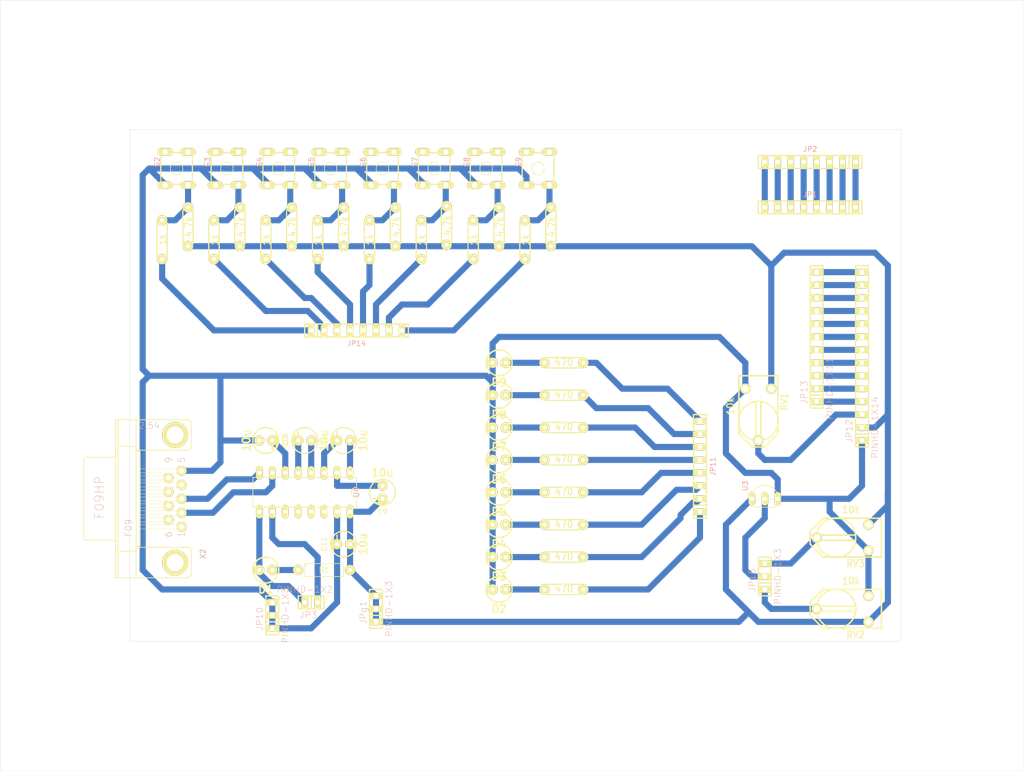
<source format=kicad_pcb>
(kicad_pcb (version 20171130) (host pcbnew "(5.1.6)-1")

  (general
    (thickness 1.6)
    (drawings 8)
    (tracks 252)
    (zones 0)
    (modules 63)
    (nets 95)
  )

  (page USLetter)
  (layers
    (0 F.Cu signal hide)
    (31 B.Cu signal)
    (32 B.Adhes user hide)
    (33 F.Adhes user hide)
    (34 B.Paste user hide)
    (35 F.Paste user hide)
    (36 B.SilkS user hide)
    (37 F.SilkS user)
    (38 B.Mask user hide)
    (39 F.Mask user hide)
    (40 Dwgs.User user)
    (41 Cmts.User user hide)
    (42 Eco1.User user hide)
    (43 Eco2.User user hide)
    (44 Edge.Cuts user)
    (45 Margin user hide)
    (46 B.CrtYd user hide)
    (47 F.CrtYd user hide)
    (48 B.Fab user hide)
    (49 F.Fab user hide)
  )

  (setup
    (last_trace_width 1.2)
    (trace_clearance 0.508)
    (zone_clearance 0.508)
    (zone_45_only no)
    (trace_min 0.2)
    (via_size 0.889)
    (via_drill 0.508)
    (via_min_size 0.4)
    (via_min_drill 0.3)
    (uvia_size 0.3)
    (uvia_drill 0.1)
    (uvias_allowed no)
    (uvia_min_size 0.2)
    (uvia_min_drill 0.1)
    (edge_width 0.05)
    (segment_width 0.2)
    (pcb_text_width 0.3)
    (pcb_text_size 1.5 1.5)
    (mod_edge_width 0.12)
    (mod_text_size 1 1)
    (mod_text_width 0.15)
    (pad_size 1.524 1.524)
    (pad_drill 0.762)
    (pad_to_mask_clearance 0.05)
    (aux_axis_origin 0 0)
    (visible_elements FFFFFF7F)
    (pcbplotparams
      (layerselection 0x010fc_ffffffff)
      (usegerberextensions false)
      (usegerberattributes true)
      (usegerberadvancedattributes true)
      (creategerberjobfile true)
      (excludeedgelayer true)
      (linewidth 0.100000)
      (plotframeref false)
      (viasonmask false)
      (mode 1)
      (useauxorigin false)
      (hpglpennumber 1)
      (hpglpenspeed 20)
      (hpglpendiameter 15.000000)
      (psnegative false)
      (psa4output false)
      (plotreference true)
      (plotvalue true)
      (plotinvisibletext false)
      (padsonsilk false)
      (subtractmaskfromsilk false)
      (outputformat 1)
      (mirror false)
      (drillshape 1)
      (scaleselection 1)
      (outputdirectory ""))
  )

  (net 0 "")
  (net 1 "Net-(C6-Pad1)")
  (net 2 "Net-(C6-Pad2)")
  (net 3 "Net-(C7-Pad1)")
  (net 4 "Net-(C7-Pad2)")
  (net 5 "Net-(C9-Pad1)")
  (net 6 +5VA)
  (net 7 GNDA)
  (net 8 "Net-(C10-Pad2)")
  (net 9 "Net-(D1-Pad1)")
  (net 10 "Net-(D1-Pad2)")
  (net 11 "Net-(D2-Pad1)")
  (net 12 "Net-(D3-Pad1)")
  (net 13 "Net-(D4-Pad1)")
  (net 14 "Net-(D5-Pad1)")
  (net 15 "Net-(D6-Pad1)")
  (net 16 "Net-(D7-Pad1)")
  (net 17 "Net-(D8-Pad1)")
  (net 18 "Net-(D9-Pad1)")
  (net 19 "Net-(JP1-Pad8)")
  (net 20 "Net-(JP1-Pad7)")
  (net 21 "Net-(JP1-Pad6)")
  (net 22 "Net-(JP1-Pad5)")
  (net 23 "Net-(JP1-Pad4)")
  (net 24 "Net-(JP1-Pad3)")
  (net 25 "Net-(JP1-Pad2)")
  (net 26 "Net-(JP1-Pad1)")
  (net 27 "Net-(JP3-Pad1)")
  (net 28 "Net-(JP11-Pad8)")
  (net 29 "Net-(JP11-Pad7)")
  (net 30 "Net-(JP11-Pad6)")
  (net 31 "Net-(JP11-Pad5)")
  (net 32 "Net-(JP11-Pad4)")
  (net 33 "Net-(JP11-Pad3)")
  (net 34 "Net-(JP11-Pad2)")
  (net 35 "Net-(JP11-Pad1)")
  (net 36 "Net-(JP12-Pad14)")
  (net 37 "Net-(JP12-Pad13)")
  (net 38 "Net-(JP12-Pad12)")
  (net 39 "Net-(JP12-Pad11)")
  (net 40 "Net-(JP12-Pad10)")
  (net 41 "Net-(JP12-Pad9)")
  (net 42 "Net-(JP12-Pad8)")
  (net 43 "Net-(JP12-Pad7)")
  (net 44 "Net-(JP12-Pad6)")
  (net 45 "Net-(JP12-Pad5)")
  (net 46 "Net-(JP12-Pad4)")
  (net 47 "Net-(JP12-Pad3)")
  (net 48 "Net-(JP14-Pad8)")
  (net 49 "Net-(JP14-Pad7)")
  (net 50 "Net-(JP14-Pad6)")
  (net 51 "Net-(JP14-Pad5)")
  (net 52 "Net-(JP14-Pad4)")
  (net 53 "Net-(JP14-Pad3)")
  (net 54 "Net-(JP14-Pad2)")
  (net 55 "Net-(JP14-Pad1)")
  (net 56 "Net-(JP15-Pad3)")
  (net 57 "Net-(JP15-Pad2)")
  (net 58 "Net-(JP15-Pad1)")
  (net 59 "Net-(R12-Pad2)")
  (net 60 "Net-(R13-Pad2)")
  (net 61 "Net-(R14-Pad2)")
  (net 62 "Net-(R15-Pad2)")
  (net 63 "Net-(R16-Pad2)")
  (net 64 "Net-(R17-Pad2)")
  (net 65 "Net-(R18-Pad2)")
  (net 66 "Net-(R19-Pad2)")
  (net 67 "Net-(S2-Pad4)")
  (net 68 "Net-(S2-Pad2)")
  (net 69 "Net-(S3-Pad4)")
  (net 70 "Net-(S3-Pad2)")
  (net 71 "Net-(S4-Pad4)")
  (net 72 "Net-(S4-Pad2)")
  (net 73 "Net-(S5-Pad4)")
  (net 74 "Net-(S5-Pad2)")
  (net 75 "Net-(S6-Pad4)")
  (net 76 "Net-(S6-Pad2)")
  (net 77 "Net-(S7-Pad4)")
  (net 78 "Net-(S7-Pad2)")
  (net 79 "Net-(S8-Pad4)")
  (net 80 "Net-(S8-Pad2)")
  (net 81 "Net-(S9-Pad4)")
  (net 82 "Net-(S9-Pad2)")
  (net 83 "Net-(U4-Pad14)")
  (net 84 "Net-(U4-Pad13)")
  (net 85 "Net-(U4-Pad12)")
  (net 86 "Net-(U4-Pad11)")
  (net 87 "Net-(U4-Pad8)")
  (net 88 "Net-(U4-Pad7)")
  (net 89 "Net-(X2-Pad9)")
  (net 90 "Net-(X2-Pad8)")
  (net 91 "Net-(X2-Pad7)")
  (net 92 "Net-(X2-Pad6)")
  (net 93 "Net-(X2-Pad4)")
  (net 94 "Net-(X2-Pad1)")

  (net_class Default "This is the default net class."
    (clearance 0.508)
    (trace_width 1.2)
    (via_dia 0.889)
    (via_drill 0.508)
    (uvia_dia 0.3)
    (uvia_drill 0.1)
    (diff_pair_width 0.254)
    (diff_pair_gap 0.25)
    (add_net +5VA)
    (add_net GNDA)
    (add_net "Net-(C10-Pad2)")
    (add_net "Net-(C6-Pad1)")
    (add_net "Net-(C6-Pad2)")
    (add_net "Net-(C7-Pad1)")
    (add_net "Net-(C7-Pad2)")
    (add_net "Net-(C9-Pad1)")
    (add_net "Net-(D1-Pad1)")
    (add_net "Net-(D1-Pad2)")
    (add_net "Net-(D2-Pad1)")
    (add_net "Net-(D3-Pad1)")
    (add_net "Net-(D4-Pad1)")
    (add_net "Net-(D5-Pad1)")
    (add_net "Net-(D6-Pad1)")
    (add_net "Net-(D7-Pad1)")
    (add_net "Net-(D8-Pad1)")
    (add_net "Net-(D9-Pad1)")
    (add_net "Net-(JP1-Pad1)")
    (add_net "Net-(JP1-Pad2)")
    (add_net "Net-(JP1-Pad3)")
    (add_net "Net-(JP1-Pad4)")
    (add_net "Net-(JP1-Pad5)")
    (add_net "Net-(JP1-Pad6)")
    (add_net "Net-(JP1-Pad7)")
    (add_net "Net-(JP1-Pad8)")
    (add_net "Net-(JP11-Pad1)")
    (add_net "Net-(JP11-Pad2)")
    (add_net "Net-(JP11-Pad3)")
    (add_net "Net-(JP11-Pad4)")
    (add_net "Net-(JP11-Pad5)")
    (add_net "Net-(JP11-Pad6)")
    (add_net "Net-(JP11-Pad7)")
    (add_net "Net-(JP11-Pad8)")
    (add_net "Net-(JP12-Pad10)")
    (add_net "Net-(JP12-Pad11)")
    (add_net "Net-(JP12-Pad12)")
    (add_net "Net-(JP12-Pad13)")
    (add_net "Net-(JP12-Pad14)")
    (add_net "Net-(JP12-Pad3)")
    (add_net "Net-(JP12-Pad4)")
    (add_net "Net-(JP12-Pad5)")
    (add_net "Net-(JP12-Pad6)")
    (add_net "Net-(JP12-Pad7)")
    (add_net "Net-(JP12-Pad8)")
    (add_net "Net-(JP12-Pad9)")
    (add_net "Net-(JP14-Pad1)")
    (add_net "Net-(JP14-Pad2)")
    (add_net "Net-(JP14-Pad3)")
    (add_net "Net-(JP14-Pad4)")
    (add_net "Net-(JP14-Pad5)")
    (add_net "Net-(JP14-Pad6)")
    (add_net "Net-(JP14-Pad7)")
    (add_net "Net-(JP14-Pad8)")
    (add_net "Net-(JP15-Pad1)")
    (add_net "Net-(JP15-Pad2)")
    (add_net "Net-(JP15-Pad3)")
    (add_net "Net-(JP3-Pad1)")
    (add_net "Net-(R12-Pad2)")
    (add_net "Net-(R13-Pad2)")
    (add_net "Net-(R14-Pad2)")
    (add_net "Net-(R15-Pad2)")
    (add_net "Net-(R16-Pad2)")
    (add_net "Net-(R17-Pad2)")
    (add_net "Net-(R18-Pad2)")
    (add_net "Net-(R19-Pad2)")
    (add_net "Net-(S2-Pad2)")
    (add_net "Net-(S2-Pad4)")
    (add_net "Net-(S3-Pad2)")
    (add_net "Net-(S3-Pad4)")
    (add_net "Net-(S4-Pad2)")
    (add_net "Net-(S4-Pad4)")
    (add_net "Net-(S5-Pad2)")
    (add_net "Net-(S5-Pad4)")
    (add_net "Net-(S6-Pad2)")
    (add_net "Net-(S6-Pad4)")
    (add_net "Net-(S7-Pad2)")
    (add_net "Net-(S7-Pad4)")
    (add_net "Net-(S8-Pad2)")
    (add_net "Net-(S8-Pad4)")
    (add_net "Net-(S9-Pad2)")
    (add_net "Net-(S9-Pad4)")
    (add_net "Net-(U4-Pad11)")
    (add_net "Net-(U4-Pad12)")
    (add_net "Net-(U4-Pad13)")
    (add_net "Net-(U4-Pad14)")
    (add_net "Net-(U4-Pad7)")
    (add_net "Net-(U4-Pad8)")
    (add_net "Net-(X2-Pad1)")
    (add_net "Net-(X2-Pad4)")
    (add_net "Net-(X2-Pad6)")
    (add_net "Net-(X2-Pad7)")
    (add_net "Net-(X2-Pad8)")
    (add_net "Net-(X2-Pad9)")
  )

  (module user:Conector_F09HP (layer F.Cu) (tedit 51C9C9FD) (tstamp 5F68ED5F)
    (at 81.28 115.57 90)
    (descr "HARTING SUB-D")
    (tags "HARTING SUB-D")
    (path /5F4E1E37)
    (attr virtual)
    (fp_text reference X2 (at -10.795 5.461 90) (layer B.SilkS)
      (effects (font (size 1 1) (thickness 0.15)))
    )
    (fp_text value F09HP (at 0.254 -14.859 90) (layer B.SilkS)
      (effects (font (size 1.778 1.778) (thickness 0.0889)))
    )
    (fp_line (start -9.271 -6.858) (end 9.271 -6.858) (layer F.SilkS) (width 0.06604))
    (fp_line (start 9.271 -6.858) (end 9.271 -7.62) (layer F.SilkS) (width 0.06604))
    (fp_line (start -9.271 -7.62) (end 9.271 -7.62) (layer F.SilkS) (width 0.06604))
    (fp_line (start -9.271 -6.858) (end -9.271 -7.62) (layer F.SilkS) (width 0.06604))
    (fp_line (start -15.494 -11.176) (end 15.494 -11.176) (layer F.SilkS) (width 0.06604))
    (fp_line (start 15.494 -11.176) (end 15.494 -11.684) (layer F.SilkS) (width 0.06604))
    (fp_line (start -15.494 -11.684) (end 15.494 -11.684) (layer F.SilkS) (width 0.06604))
    (fp_line (start -15.494 -11.176) (end -15.494 -11.684) (layer F.SilkS) (width 0.06604))
    (fp_line (start -5.8928 0.381) (end -5.08 0.381) (layer F.SilkS) (width 0.06604))
    (fp_line (start -5.08 0.381) (end -5.08 -6.858) (layer F.SilkS) (width 0.06604))
    (fp_line (start -5.8928 -6.858) (end -5.08 -6.858) (layer F.SilkS) (width 0.06604))
    (fp_line (start -5.8928 0.381) (end -5.8928 -6.858) (layer F.SilkS) (width 0.06604))
    (fp_line (start -4.5212 -2.159) (end -3.7084 -2.159) (layer F.SilkS) (width 0.06604))
    (fp_line (start -3.7084 -2.159) (end -3.7084 -6.858) (layer F.SilkS) (width 0.06604))
    (fp_line (start -4.5212 -6.858) (end -3.7084 -6.858) (layer F.SilkS) (width 0.06604))
    (fp_line (start -4.5212 -2.159) (end -4.5212 -6.858) (layer F.SilkS) (width 0.06604))
    (fp_line (start -3.1496 0.381) (end -2.3368 0.381) (layer F.SilkS) (width 0.06604))
    (fp_line (start -2.3368 0.381) (end -2.3368 -6.858) (layer F.SilkS) (width 0.06604))
    (fp_line (start -3.1496 -6.858) (end -2.3368 -6.858) (layer F.SilkS) (width 0.06604))
    (fp_line (start -3.1496 0.381) (end -3.1496 -6.858) (layer F.SilkS) (width 0.06604))
    (fp_line (start -1.778 -2.159) (end -0.9652 -2.159) (layer F.SilkS) (width 0.06604))
    (fp_line (start -0.9652 -2.159) (end -0.9652 -6.858) (layer F.SilkS) (width 0.06604))
    (fp_line (start -1.778 -6.858) (end -0.9652 -6.858) (layer F.SilkS) (width 0.06604))
    (fp_line (start -1.778 -2.159) (end -1.778 -6.858) (layer F.SilkS) (width 0.06604))
    (fp_line (start -0.4318 0.381) (end 0.381 0.381) (layer F.SilkS) (width 0.06604))
    (fp_line (start 0.381 0.381) (end 0.381 -6.858) (layer F.SilkS) (width 0.06604))
    (fp_line (start -0.4318 -6.858) (end 0.381 -6.858) (layer F.SilkS) (width 0.06604))
    (fp_line (start -0.4318 0.381) (end -0.4318 -6.858) (layer F.SilkS) (width 0.06604))
    (fp_line (start 0.9398 -2.159) (end 1.7526 -2.159) (layer F.SilkS) (width 0.06604))
    (fp_line (start 1.7526 -2.159) (end 1.7526 -6.858) (layer F.SilkS) (width 0.06604))
    (fp_line (start 0.9398 -6.858) (end 1.7526 -6.858) (layer F.SilkS) (width 0.06604))
    (fp_line (start 0.9398 -2.159) (end 0.9398 -6.858) (layer F.SilkS) (width 0.06604))
    (fp_line (start 2.3368 0.381) (end 3.1496 0.381) (layer F.SilkS) (width 0.06604))
    (fp_line (start 3.1496 0.381) (end 3.1496 -6.858) (layer F.SilkS) (width 0.06604))
    (fp_line (start 2.3368 -6.858) (end 3.1496 -6.858) (layer F.SilkS) (width 0.06604))
    (fp_line (start 2.3368 0.381) (end 2.3368 -6.858) (layer F.SilkS) (width 0.06604))
    (fp_line (start 3.7084 -2.159) (end 4.5212 -2.159) (layer F.SilkS) (width 0.06604))
    (fp_line (start 4.5212 -2.159) (end 4.5212 -6.858) (layer F.SilkS) (width 0.06604))
    (fp_line (start 3.7084 -6.858) (end 4.5212 -6.858) (layer F.SilkS) (width 0.06604))
    (fp_line (start 3.7084 -2.159) (end 3.7084 -6.858) (layer F.SilkS) (width 0.06604))
    (fp_line (start 5.08 0.381) (end 5.8928 0.381) (layer F.SilkS) (width 0.06604))
    (fp_line (start 5.8928 0.381) (end 5.8928 -6.858) (layer F.SilkS) (width 0.06604))
    (fp_line (start 5.08 -6.858) (end 5.8928 -6.858) (layer F.SilkS) (width 0.06604))
    (fp_line (start 5.08 0.381) (end 5.08 -6.858) (layer F.SilkS) (width 0.06604))
    (fp_line (start -7.62 -17.907) (end -7.366 -17.907) (layer F.SilkS) (width 0.1524))
    (fp_line (start -7.747 -11.684) (end 7.747 -11.684) (layer F.SilkS) (width 0.1524))
    (fp_line (start -15.494 -7.62) (end -10.414 -7.62) (layer F.SilkS) (width 0.1524))
    (fp_line (start -15.494 -7.62) (end -15.494 -10.668) (layer F.SilkS) (width 0.1524))
    (fp_line (start -15.494 -7.62) (end -15.494 -7.493) (layer F.SilkS) (width 0.1524))
    (fp_line (start -15.494 -10.668) (end -15.494 -11.176) (layer F.SilkS) (width 0.1524))
    (fp_line (start -15.494 -11.176) (end -15.494 -11.684) (layer F.SilkS) (width 0.1524))
    (fp_line (start 15.494 -11.684) (end 15.494 -11.176) (layer F.SilkS) (width 0.1524))
    (fp_line (start 15.494 -11.176) (end 15.494 -10.668) (layer F.SilkS) (width 0.1524))
    (fp_line (start 15.494 -10.668) (end 15.494 -7.62) (layer F.SilkS) (width 0.1524))
    (fp_line (start 15.494 -7.62) (end 15.494 -7.493) (layer F.SilkS) (width 0.1524))
    (fp_line (start -15.494 -11.176) (end -12.954 -11.176) (layer F.SilkS) (width 0.1524))
    (fp_line (start -12.954 -11.176) (end -10.414 -11.176) (layer F.SilkS) (width 0.1524))
    (fp_line (start -10.414 -10.668) (end -10.414 -11.176) (layer F.SilkS) (width 0.1524))
    (fp_line (start -10.414 -10.668) (end -10.287 -10.668) (layer F.SilkS) (width 0.1524))
    (fp_line (start -10.414 -7.62) (end -9.525 -7.62) (layer F.SilkS) (width 0.1524))
    (fp_line (start -9.525 -7.62) (end -9.271 -7.62) (layer F.SilkS) (width 0.1524))
    (fp_line (start -10.287 -8.255) (end -10.287 -10.668) (layer F.SilkS) (width 0.1524))
    (fp_line (start -9.271 -7.62) (end -9.271 -6.858) (layer F.SilkS) (width 0.1524))
    (fp_line (start -9.271 -7.62) (end 9.271 -7.62) (layer F.SilkS) (width 0.1524))
    (fp_line (start -9.271 -6.858) (end 9.271 -6.858) (layer F.SilkS) (width 0.1524))
    (fp_line (start 9.271 -7.62) (end 9.271 -6.858) (layer F.SilkS) (width 0.1524))
    (fp_line (start 9.271 -7.62) (end 9.525 -7.62) (layer F.SilkS) (width 0.1524))
    (fp_line (start 9.525 -7.62) (end 10.414 -7.62) (layer F.SilkS) (width 0.1524))
    (fp_line (start 12.954 -11.176) (end 15.494 -11.176) (layer F.SilkS) (width 0.1524))
    (fp_line (start -10.414 -11.176) (end 10.414 -11.176) (layer F.SilkS) (width 0.1524))
    (fp_line (start 10.414 -11.176) (end 12.954 -11.176) (layer F.SilkS) (width 0.1524))
    (fp_line (start 10.414 -10.668) (end 10.414 -11.176) (layer F.SilkS) (width 0.1524))
    (fp_line (start 10.287 -8.255) (end 10.287 -10.668) (layer F.SilkS) (width 0.1524))
    (fp_line (start 10.287 -10.668) (end 10.414 -10.668) (layer F.SilkS) (width 0.1524))
    (fp_line (start -14.859 3.175) (end -15.494 2.54) (layer F.SilkS) (width 0.1524))
    (fp_line (start -15.494 2.54) (end -15.494 -7.493) (layer F.SilkS) (width 0.1524))
    (fp_line (start -10.033 3.175) (end -14.859 3.175) (layer F.SilkS) (width 0.1524))
    (fp_line (start -10.033 3.175) (end -9.525 2.667) (layer F.SilkS) (width 0.1524))
    (fp_line (start -9.525 2.667) (end -9.525 -7.62) (layer F.SilkS) (width 0.1524))
    (fp_line (start 9.525 2.667) (end 9.525 -7.62) (layer F.SilkS) (width 0.1524))
    (fp_line (start 9.525 2.667) (end 10.033 3.175) (layer F.SilkS) (width 0.1524))
    (fp_line (start 10.033 3.175) (end 14.986 3.175) (layer F.SilkS) (width 0.1524))
    (fp_line (start 14.986 3.175) (end 15.494 2.667) (layer F.SilkS) (width 0.1524))
    (fp_line (start 15.494 2.667) (end 15.494 -7.493) (layer F.SilkS) (width 0.1524))
    (fp_line (start 10.414 -7.62) (end 15.494 -7.62) (layer F.SilkS) (width 0.1524))
    (fp_line (start -15.494 -11.684) (end -7.747 -11.684) (layer F.SilkS) (width 0.1524))
    (fp_line (start -8.128 -12.319) (end -8.128 -17.399) (layer F.SilkS) (width 0.1524))
    (fp_line (start 7.747 -11.684) (end 15.494 -11.684) (layer F.SilkS) (width 0.1524))
    (fp_line (start 8.128 -12.319) (end 8.128 -17.399) (layer F.SilkS) (width 0.1524))
    (fp_line (start -7.366 -17.907) (end 7.366 -17.907) (layer F.SilkS) (width 0.1524))
    (fp_line (start 7.366 -17.907) (end 7.62 -17.907) (layer F.SilkS) (width 0.1524))
    (fp_circle (center -12.5222 0) (end -13.3477 0.8255) (layer F.SilkS) (width 0.0762))
    (fp_circle (center 12.5222 0) (end 13.3477 0.8255) (layer F.SilkS) (width 0.0762))
    (fp_arc (start -7.62 -17.399) (end -8.128 -17.399) (angle 90) (layer F.SilkS) (width 0.1524))
    (fp_arc (start 7.62 -17.399) (end 7.62 -17.907) (angle 90) (layer F.SilkS) (width 0.1524))
    (fp_arc (start -9.652 -8.255) (end -9.652 -7.62) (angle 90) (layer F.SilkS) (width 0.1524))
    (fp_arc (start 9.652 -8.255) (end 10.287 -8.255) (angle 90) (layer F.SilkS) (width 0.1524))
    (fp_arc (start -8.76046 -12.319) (end -8.128 -12.319) (angle 90) (layer F.SilkS) (width 0.1524))
    (fp_arc (start 8.76046 -12.319) (end 8.76046 -11.684) (angle 90) (layer F.SilkS) (width 0.1524))
    (fp_text user 1 (at -6.985 1.27 90) (layer B.SilkS)
      (effects (font (size 1.27 1.27) (thickness 0.0889)))
    )
    (fp_text user 5 (at 7.62 1.27 90) (layer B.SilkS)
      (effects (font (size 1.27 1.27) (thickness 0.0889)))
    )
    (fp_text user 9 (at 7.62 -1.27 90) (layer B.SilkS)
      (effects (font (size 1.27 1.27) (thickness 0.0889)))
    )
    (fp_text user 6 (at -6.985 -1.27 90) (layer B.SilkS)
      (effects (font (size 1.27 1.27) (thickness 0.0889)))
    )
    (fp_text user 2,54 (at 14.34846 -5.08) (layer B.SilkS)
      (effects (font (size 1.27 1.27) (thickness 0.0889)))
    )
    (fp_text user F09 (at -5.715 -9.144 90) (layer B.SilkS)
      (effects (font (size 1.27 1.27) (thickness 0.0889)))
    )
    (pad 1 thru_hole circle (at -5.4864 1.27 90) (size 1.99898 1.99898) (drill 1.016) (layers *.Cu F.Paste F.SilkS F.Mask)
      (net 94 "Net-(X2-Pad1)"))
    (pad 2 thru_hole circle (at -2.7432 1.27 90) (size 1.99898 1.99898) (drill 1.016) (layers *.Cu F.Paste F.SilkS F.Mask)
      (net 88 "Net-(U4-Pad7)"))
    (pad 3 thru_hole circle (at 0 1.27 90) (size 1.99898 1.99898) (drill 1.016) (layers *.Cu F.Paste F.SilkS F.Mask)
      (net 87 "Net-(U4-Pad8)"))
    (pad 4 thru_hole circle (at 2.7432 1.27 90) (size 1.99898 1.99898) (drill 1.016) (layers *.Cu F.Paste F.SilkS F.Mask)
      (net 93 "Net-(X2-Pad4)"))
    (pad 5 thru_hole circle (at 5.4864 1.27 90) (size 1.99898 1.99898) (drill 1.016) (layers *.Cu F.Paste F.SilkS F.Mask)
      (net 7 GNDA))
    (pad 6 thru_hole circle (at -4.1148 -1.27 90) (size 1.99898 1.99898) (drill 1.016) (layers *.Cu F.Paste F.SilkS F.Mask)
      (net 92 "Net-(X2-Pad6)"))
    (pad 7 thru_hole circle (at -1.3716 -1.27 90) (size 1.99898 1.99898) (drill 1.016) (layers *.Cu F.Paste F.SilkS F.Mask)
      (net 91 "Net-(X2-Pad7)"))
    (pad 8 thru_hole circle (at 1.3716 -1.27 90) (size 1.99898 1.99898) (drill 1.016) (layers *.Cu F.Paste F.SilkS F.Mask)
      (net 90 "Net-(X2-Pad8)"))
    (pad 9 thru_hole circle (at 4.1148 -1.27 90) (size 1.99898 1.99898) (drill 1.016) (layers *.Cu F.Paste F.SilkS F.Mask)
      (net 89 "Net-(X2-Pad9)"))
    (pad G1 thru_hole circle (at -12.5222 0 90) (size 5.08 5.08) (drill 3.302) (layers *.Cu F.Paste F.SilkS F.Mask))
    (pad G2 thru_hole circle (at 12.5222 0 90) (size 5.08 5.08) (drill 3.302) (layers *.Cu F.Paste F.SilkS F.Mask))
  )

  (module user:Maxim232 (layer F.Cu) (tedit 51CCC38E) (tstamp 5F68ECE7)
    (at 106.68 114.3 180)
    (descr "DUAL IN LINE PACKAGE")
    (tags "DUAL IN LINE PACKAGE")
    (path /5F4E0032)
    (attr virtual)
    (fp_text reference U4 (at -10.16 0 90) (layer B.SilkS)
      (effects (font (size 1 1) (thickness 0.15)))
    )
    (fp_text value MAX232 (at -3.683 0) (layer B.SilkS) hide
      (effects (font (size 1.27 1.27) (thickness 0.0889)))
    )
    (fp_line (start 10.16 -2.921) (end -10.16 -2.921) (layer F.SilkS) (width 0.1524))
    (fp_line (start -10.16 2.921) (end 10.16 2.921) (layer F.SilkS) (width 0.1524))
    (fp_line (start 10.16 -2.921) (end 10.16 2.921) (layer F.SilkS) (width 0.1524))
    (fp_line (start -10.16 -2.921) (end -10.16 -1.016) (layer F.SilkS) (width 0.1524))
    (fp_line (start -10.16 2.921) (end -10.16 1.016) (layer F.SilkS) (width 0.1524))
    (fp_arc (start -10.16 0) (end -10.16 -1.016) (angle 180) (layer F.SilkS) (width 0.1524))
    (pad 1 thru_hole oval (at -8.89 3.81 180) (size 1.3208 2.6416) (drill 0.8128) (layers *.Cu F.Paste F.SilkS F.Mask)
      (net 1 "Net-(C6-Pad1)"))
    (pad 2 thru_hole oval (at -6.35 3.81 180) (size 1.3208 2.6416) (drill 0.8128) (layers *.Cu F.Paste F.SilkS F.Mask)
      (net 5 "Net-(C9-Pad1)"))
    (pad 3 thru_hole oval (at -3.81 3.81 180) (size 1.3208 2.6416) (drill 0.8128) (layers *.Cu F.Paste F.SilkS F.Mask)
      (net 2 "Net-(C6-Pad2)"))
    (pad 4 thru_hole oval (at -1.27 3.81 180) (size 1.3208 2.6416) (drill 0.8128) (layers *.Cu F.Paste F.SilkS F.Mask)
      (net 3 "Net-(C7-Pad1)"))
    (pad 5 thru_hole oval (at 1.27 3.81 180) (size 1.3208 2.6416) (drill 0.8128) (layers *.Cu F.Paste F.SilkS F.Mask)
      (net 4 "Net-(C7-Pad2)"))
    (pad 6 thru_hole oval (at 3.81 3.81 180) (size 1.3208 2.6416) (drill 0.8128) (layers *.Cu F.Paste F.SilkS F.Mask)
      (net 8 "Net-(C10-Pad2)"))
    (pad 7 thru_hole oval (at 6.35 3.81 180) (size 1.3208 2.6416) (drill 0.8128) (layers *.Cu F.Paste F.SilkS F.Mask)
      (net 88 "Net-(U4-Pad7)"))
    (pad 8 thru_hole oval (at 8.89 3.81 180) (size 1.3208 2.6416) (drill 0.8128) (layers *.Cu F.Paste F.SilkS F.Mask)
      (net 87 "Net-(U4-Pad8)"))
    (pad 9 thru_hole oval (at 8.89 -3.81 180) (size 1.3208 2.6416) (drill 0.8128) (layers *.Cu F.Paste F.SilkS F.Mask)
      (net 10 "Net-(D1-Pad2)"))
    (pad 10 thru_hole oval (at 6.35 -3.81 180) (size 1.3208 2.6416) (drill 0.8128) (layers *.Cu F.Paste F.SilkS F.Mask)
      (net 27 "Net-(JP3-Pad1)"))
    (pad 11 thru_hole oval (at 3.81 -3.81 180) (size 1.3208 2.6416) (drill 0.8128) (layers *.Cu F.Paste F.SilkS F.Mask)
      (net 86 "Net-(U4-Pad11)"))
    (pad 12 thru_hole oval (at 1.27 -3.81 180) (size 1.3208 2.6416) (drill 0.8128) (layers *.Cu F.Paste F.SilkS F.Mask)
      (net 85 "Net-(U4-Pad12)"))
    (pad 13 thru_hole oval (at -1.27 -3.81 180) (size 1.3208 2.6416) (drill 0.8128) (layers *.Cu F.Paste F.SilkS F.Mask)
      (net 84 "Net-(U4-Pad13)"))
    (pad 14 thru_hole oval (at -3.81 -3.81 180) (size 1.3208 2.6416) (drill 0.8128) (layers *.Cu F.Paste F.SilkS F.Mask)
      (net 83 "Net-(U4-Pad14)"))
    (pad 15 thru_hole oval (at -6.35 -3.81 180) (size 1.3208 2.6416) (drill 0.8128) (layers *.Cu F.Paste F.SilkS F.Mask)
      (net 7 GNDA))
    (pad 16 thru_hole oval (at -8.89 -3.81 180) (size 1.3208 2.6416) (drill 0.8128) (layers *.Cu F.Paste F.SilkS F.Mask)
      (net 6 +5VA))
  )

  (module user:MCP9700A (layer F.Cu) (tedit 52CEFD97) (tstamp 5F68ECCD)
    (at 196.85 115.57)
    (descr "TO-92 PADS IN LINE")
    (tags "TO-92 PADS IN LINE")
    (path /5F4594A4)
    (attr virtual)
    (fp_text reference U3 (at -3.81 -2.54 90) (layer B.SilkS)
      (effects (font (size 1 1) (thickness 0.15)))
    )
    (fp_text value MCP9700A (at 1.27 2.667) (layer B.SilkS) hide
      (effects (font (size 1.27 1.27) (thickness 0.0889)))
    )
    (fp_line (start -2.09296 1.651) (end 2.09296 1.651) (layer F.SilkS) (width 0.127))
    (fp_line (start 1.13538 0.127) (end -1.13538 0.127) (layer F.SilkS) (width 0.127))
    (fp_line (start -1.40208 0.127) (end -2.66192 0.127) (layer F.SilkS) (width 0.127))
    (fp_line (start -1.13538 0.127) (end -1.40208 0.127) (layer F.SilkS) (width 0.127))
    (fp_line (start 2.66192 0.127) (end 1.40208 0.127) (layer F.SilkS) (width 0.127))
    (fp_line (start 1.40208 0.127) (end 1.13538 0.127) (layer F.SilkS) (width 0.127))
    (fp_arc (start 0 0) (end -2.413 -1.13538) (angle 129.5) (layer F.SilkS) (width 0.127))
    (fp_arc (start 0 0) (end -2.413 1.13538) (angle 50.4) (layer F.SilkS) (width 0.127))
    (fp_arc (start 0 0) (end -2.09296 1.651) (angle 13) (layer F.SilkS) (width 0.127))
    (fp_arc (start 0 0) (end 2.413 -1.13538) (angle 50.4) (layer F.SilkS) (width 0.127))
    (fp_arc (start 0 0) (end 2.42316 1.10998) (angle 13.6) (layer F.SilkS) (width 0.127))
    (pad 1 thru_hole oval (at -2.54 0) (size 1.3208 2.6416) (drill 0.8128) (layers *.Cu F.Paste F.SilkS F.Mask)
      (net 6 +5VA))
    (pad 2 thru_hole oval (at 0 0) (size 1.3208 2.6416) (drill 0.8128) (layers *.Cu F.Paste F.SilkS F.Mask)
      (net 57 "Net-(JP15-Pad2)"))
    (pad 3 thru_hole oval (at 2.54 0) (size 1.3208 2.6416) (drill 0.8128) (layers *.Cu F.Paste F.SilkS F.Mask)
      (net 7 GNDA))
  )

  (module user:DTS-6 (layer F.Cu) (tedit 51CCC518) (tstamp 5F68ECBB)
    (at 152.4 50.8 90)
    (path /5F5855F4)
    (attr virtual)
    (fp_text reference S9 (at 1.27 -3.81 90) (layer B.SilkS)
      (effects (font (size 1 1) (thickness 0.15)))
    )
    (fp_text value DTS-6 (at 1.27 4.445 90) (layer B.SilkS) hide
      (effects (font (size 1.27 1.27) (thickness 0.0889)))
    )
    (fp_line (start -3.0988 -3.0988) (end 3.0988 -3.0988) (layer F.SilkS) (width 0.2032))
    (fp_line (start 3.0988 -3.0988) (end 3.0988 3.0988) (layer F.SilkS) (width 0.2032))
    (fp_line (start 3.0988 3.0988) (end -3.0988 3.0988) (layer F.SilkS) (width 0.2032))
    (fp_line (start -3.0988 3.0988) (end -3.0988 -3.0988) (layer F.SilkS) (width 0.2032))
    (fp_line (start 1.4986 -3.0988) (end -1.4986 -3.0988) (layer F.SilkS) (width 0.2032))
    (fp_line (start 3.0988 0.99822) (end 3.0988 -0.99822) (layer F.SilkS) (width 0.2032))
    (fp_line (start 1.4986 3.0988) (end -1.4986 3.0988) (layer F.SilkS) (width 0.2032))
    (fp_line (start -3.0988 0.99822) (end -3.0988 -0.99822) (layer F.SilkS) (width 0.2032))
    (fp_circle (center 0 0) (end -0.87376 0.87376) (layer F.SilkS) (width 0.1016))
    (fp_circle (center 0 0) (end -0.87376 0.87376) (layer F.SilkS) (width 0.1016))
    (pad 1 thru_hole oval (at -3.24866 -2.2479 90) (size 1.50622 3.01498) (drill 0.99822) (layers *.Cu F.Paste F.SilkS F.Mask)
      (net 7 GNDA))
    (pad 2 thru_hole oval (at 3.24866 -2.2479 90) (size 1.50622 3.01498) (drill 0.99822) (layers *.Cu F.Paste F.SilkS F.Mask)
      (net 82 "Net-(S9-Pad2)"))
    (pad 3 thru_hole oval (at -3.24866 2.2479 90) (size 1.50622 3.01498) (drill 0.99822) (layers *.Cu F.Paste F.SilkS F.Mask)
      (net 66 "Net-(R19-Pad2)"))
    (pad 4 thru_hole oval (at 3.24866 2.2479 90) (size 1.50622 3.01498) (drill 0.99822) (layers *.Cu F.Paste F.SilkS F.Mask)
      (net 81 "Net-(S9-Pad4)"))
  )

  (module user:DTS-6 (layer F.Cu) (tedit 51CCC518) (tstamp 5F68ECA9)
    (at 142.24 50.8 90)
    (path /5F584578)
    (attr virtual)
    (fp_text reference S8 (at 1.27 -3.81 90) (layer B.SilkS)
      (effects (font (size 1 1) (thickness 0.15)))
    )
    (fp_text value DTS-6 (at 1.27 4.445 90) (layer B.SilkS) hide
      (effects (font (size 1.27 1.27) (thickness 0.0889)))
    )
    (fp_line (start -3.0988 -3.0988) (end 3.0988 -3.0988) (layer F.SilkS) (width 0.2032))
    (fp_line (start 3.0988 -3.0988) (end 3.0988 3.0988) (layer F.SilkS) (width 0.2032))
    (fp_line (start 3.0988 3.0988) (end -3.0988 3.0988) (layer F.SilkS) (width 0.2032))
    (fp_line (start -3.0988 3.0988) (end -3.0988 -3.0988) (layer F.SilkS) (width 0.2032))
    (fp_line (start 1.4986 -3.0988) (end -1.4986 -3.0988) (layer F.SilkS) (width 0.2032))
    (fp_line (start 3.0988 0.99822) (end 3.0988 -0.99822) (layer F.SilkS) (width 0.2032))
    (fp_line (start 1.4986 3.0988) (end -1.4986 3.0988) (layer F.SilkS) (width 0.2032))
    (fp_line (start -3.0988 0.99822) (end -3.0988 -0.99822) (layer F.SilkS) (width 0.2032))
    (fp_circle (center 0 0) (end -0.87376 0.87376) (layer F.SilkS) (width 0.1016))
    (fp_circle (center 0 0) (end -0.87376 0.87376) (layer F.SilkS) (width 0.1016))
    (pad 1 thru_hole oval (at -3.24866 -2.2479 90) (size 1.50622 3.01498) (drill 0.99822) (layers *.Cu F.Paste F.SilkS F.Mask)
      (net 7 GNDA))
    (pad 2 thru_hole oval (at 3.24866 -2.2479 90) (size 1.50622 3.01498) (drill 0.99822) (layers *.Cu F.Paste F.SilkS F.Mask)
      (net 80 "Net-(S8-Pad2)"))
    (pad 3 thru_hole oval (at -3.24866 2.2479 90) (size 1.50622 3.01498) (drill 0.99822) (layers *.Cu F.Paste F.SilkS F.Mask)
      (net 65 "Net-(R18-Pad2)"))
    (pad 4 thru_hole oval (at 3.24866 2.2479 90) (size 1.50622 3.01498) (drill 0.99822) (layers *.Cu F.Paste F.SilkS F.Mask)
      (net 79 "Net-(S8-Pad4)"))
  )

  (module user:DTS-6 (layer F.Cu) (tedit 51CCC518) (tstamp 5F68EC97)
    (at 132.08 50.8 90)
    (path /5F583FA8)
    (attr virtual)
    (fp_text reference S7 (at 1.27 -3.81 90) (layer B.SilkS)
      (effects (font (size 1 1) (thickness 0.15)))
    )
    (fp_text value DTS-6 (at 1.27 4.445 90) (layer B.SilkS) hide
      (effects (font (size 1.27 1.27) (thickness 0.0889)))
    )
    (fp_line (start -3.0988 -3.0988) (end 3.0988 -3.0988) (layer F.SilkS) (width 0.2032))
    (fp_line (start 3.0988 -3.0988) (end 3.0988 3.0988) (layer F.SilkS) (width 0.2032))
    (fp_line (start 3.0988 3.0988) (end -3.0988 3.0988) (layer F.SilkS) (width 0.2032))
    (fp_line (start -3.0988 3.0988) (end -3.0988 -3.0988) (layer F.SilkS) (width 0.2032))
    (fp_line (start 1.4986 -3.0988) (end -1.4986 -3.0988) (layer F.SilkS) (width 0.2032))
    (fp_line (start 3.0988 0.99822) (end 3.0988 -0.99822) (layer F.SilkS) (width 0.2032))
    (fp_line (start 1.4986 3.0988) (end -1.4986 3.0988) (layer F.SilkS) (width 0.2032))
    (fp_line (start -3.0988 0.99822) (end -3.0988 -0.99822) (layer F.SilkS) (width 0.2032))
    (fp_circle (center 0 0) (end -0.87376 0.87376) (layer F.SilkS) (width 0.1016))
    (fp_circle (center 0 0) (end -0.87376 0.87376) (layer F.SilkS) (width 0.1016))
    (pad 1 thru_hole oval (at -3.24866 -2.2479 90) (size 1.50622 3.01498) (drill 0.99822) (layers *.Cu F.Paste F.SilkS F.Mask)
      (net 7 GNDA))
    (pad 2 thru_hole oval (at 3.24866 -2.2479 90) (size 1.50622 3.01498) (drill 0.99822) (layers *.Cu F.Paste F.SilkS F.Mask)
      (net 78 "Net-(S7-Pad2)"))
    (pad 3 thru_hole oval (at -3.24866 2.2479 90) (size 1.50622 3.01498) (drill 0.99822) (layers *.Cu F.Paste F.SilkS F.Mask)
      (net 64 "Net-(R17-Pad2)"))
    (pad 4 thru_hole oval (at 3.24866 2.2479 90) (size 1.50622 3.01498) (drill 0.99822) (layers *.Cu F.Paste F.SilkS F.Mask)
      (net 77 "Net-(S7-Pad4)"))
  )

  (module user:DTS-6 (layer F.Cu) (tedit 51CCC518) (tstamp 5F68EC85)
    (at 121.92 50.8 90)
    (path /5F58390A)
    (attr virtual)
    (fp_text reference S6 (at 1.27 -3.81 90) (layer B.SilkS)
      (effects (font (size 1 1) (thickness 0.15)))
    )
    (fp_text value DTS-6 (at 1.27 4.445 90) (layer B.SilkS) hide
      (effects (font (size 1.27 1.27) (thickness 0.0889)))
    )
    (fp_line (start -3.0988 -3.0988) (end 3.0988 -3.0988) (layer F.SilkS) (width 0.2032))
    (fp_line (start 3.0988 -3.0988) (end 3.0988 3.0988) (layer F.SilkS) (width 0.2032))
    (fp_line (start 3.0988 3.0988) (end -3.0988 3.0988) (layer F.SilkS) (width 0.2032))
    (fp_line (start -3.0988 3.0988) (end -3.0988 -3.0988) (layer F.SilkS) (width 0.2032))
    (fp_line (start 1.4986 -3.0988) (end -1.4986 -3.0988) (layer F.SilkS) (width 0.2032))
    (fp_line (start 3.0988 0.99822) (end 3.0988 -0.99822) (layer F.SilkS) (width 0.2032))
    (fp_line (start 1.4986 3.0988) (end -1.4986 3.0988) (layer F.SilkS) (width 0.2032))
    (fp_line (start -3.0988 0.99822) (end -3.0988 -0.99822) (layer F.SilkS) (width 0.2032))
    (fp_circle (center 0 0) (end -0.87376 0.87376) (layer F.SilkS) (width 0.1016))
    (fp_circle (center 0 0) (end -0.87376 0.87376) (layer F.SilkS) (width 0.1016))
    (pad 1 thru_hole oval (at -3.24866 -2.2479 90) (size 1.50622 3.01498) (drill 0.99822) (layers *.Cu F.Paste F.SilkS F.Mask)
      (net 7 GNDA))
    (pad 2 thru_hole oval (at 3.24866 -2.2479 90) (size 1.50622 3.01498) (drill 0.99822) (layers *.Cu F.Paste F.SilkS F.Mask)
      (net 76 "Net-(S6-Pad2)"))
    (pad 3 thru_hole oval (at -3.24866 2.2479 90) (size 1.50622 3.01498) (drill 0.99822) (layers *.Cu F.Paste F.SilkS F.Mask)
      (net 63 "Net-(R16-Pad2)"))
    (pad 4 thru_hole oval (at 3.24866 2.2479 90) (size 1.50622 3.01498) (drill 0.99822) (layers *.Cu F.Paste F.SilkS F.Mask)
      (net 75 "Net-(S6-Pad4)"))
  )

  (module user:DTS-6 (layer F.Cu) (tedit 51CCC518) (tstamp 5F68EC73)
    (at 111.76 50.8 90)
    (path /5F5832E1)
    (attr virtual)
    (fp_text reference S5 (at 1.27 -3.81 90) (layer B.SilkS)
      (effects (font (size 1 1) (thickness 0.15)))
    )
    (fp_text value DTS-6 (at 1.27 4.445 90) (layer B.SilkS) hide
      (effects (font (size 1.27 1.27) (thickness 0.0889)))
    )
    (fp_line (start -3.0988 -3.0988) (end 3.0988 -3.0988) (layer F.SilkS) (width 0.2032))
    (fp_line (start 3.0988 -3.0988) (end 3.0988 3.0988) (layer F.SilkS) (width 0.2032))
    (fp_line (start 3.0988 3.0988) (end -3.0988 3.0988) (layer F.SilkS) (width 0.2032))
    (fp_line (start -3.0988 3.0988) (end -3.0988 -3.0988) (layer F.SilkS) (width 0.2032))
    (fp_line (start 1.4986 -3.0988) (end -1.4986 -3.0988) (layer F.SilkS) (width 0.2032))
    (fp_line (start 3.0988 0.99822) (end 3.0988 -0.99822) (layer F.SilkS) (width 0.2032))
    (fp_line (start 1.4986 3.0988) (end -1.4986 3.0988) (layer F.SilkS) (width 0.2032))
    (fp_line (start -3.0988 0.99822) (end -3.0988 -0.99822) (layer F.SilkS) (width 0.2032))
    (fp_circle (center 0 0) (end -0.87376 0.87376) (layer F.SilkS) (width 0.1016))
    (fp_circle (center 0 0) (end -0.87376 0.87376) (layer F.SilkS) (width 0.1016))
    (pad 1 thru_hole oval (at -3.24866 -2.2479 90) (size 1.50622 3.01498) (drill 0.99822) (layers *.Cu F.Paste F.SilkS F.Mask)
      (net 7 GNDA))
    (pad 2 thru_hole oval (at 3.24866 -2.2479 90) (size 1.50622 3.01498) (drill 0.99822) (layers *.Cu F.Paste F.SilkS F.Mask)
      (net 74 "Net-(S5-Pad2)"))
    (pad 3 thru_hole oval (at -3.24866 2.2479 90) (size 1.50622 3.01498) (drill 0.99822) (layers *.Cu F.Paste F.SilkS F.Mask)
      (net 62 "Net-(R15-Pad2)"))
    (pad 4 thru_hole oval (at 3.24866 2.2479 90) (size 1.50622 3.01498) (drill 0.99822) (layers *.Cu F.Paste F.SilkS F.Mask)
      (net 73 "Net-(S5-Pad4)"))
  )

  (module user:DTS-6 (layer F.Cu) (tedit 51CCC518) (tstamp 5F68EC61)
    (at 101.6 50.8 90)
    (path /5F5808B6)
    (attr virtual)
    (fp_text reference S4 (at 1.27 -3.81 90) (layer B.SilkS)
      (effects (font (size 1 1) (thickness 0.15)))
    )
    (fp_text value DTS-6 (at 1.27 4.445 90) (layer B.SilkS) hide
      (effects (font (size 1.27 1.27) (thickness 0.0889)))
    )
    (fp_line (start -3.0988 -3.0988) (end 3.0988 -3.0988) (layer F.SilkS) (width 0.2032))
    (fp_line (start 3.0988 -3.0988) (end 3.0988 3.0988) (layer F.SilkS) (width 0.2032))
    (fp_line (start 3.0988 3.0988) (end -3.0988 3.0988) (layer F.SilkS) (width 0.2032))
    (fp_line (start -3.0988 3.0988) (end -3.0988 -3.0988) (layer F.SilkS) (width 0.2032))
    (fp_line (start 1.4986 -3.0988) (end -1.4986 -3.0988) (layer F.SilkS) (width 0.2032))
    (fp_line (start 3.0988 0.99822) (end 3.0988 -0.99822) (layer F.SilkS) (width 0.2032))
    (fp_line (start 1.4986 3.0988) (end -1.4986 3.0988) (layer F.SilkS) (width 0.2032))
    (fp_line (start -3.0988 0.99822) (end -3.0988 -0.99822) (layer F.SilkS) (width 0.2032))
    (fp_circle (center 0 0) (end -0.87376 0.87376) (layer F.SilkS) (width 0.1016))
    (fp_circle (center 0 0) (end -0.87376 0.87376) (layer F.SilkS) (width 0.1016))
    (pad 1 thru_hole oval (at -3.24866 -2.2479 90) (size 1.50622 3.01498) (drill 0.99822) (layers *.Cu F.Paste F.SilkS F.Mask)
      (net 7 GNDA))
    (pad 2 thru_hole oval (at 3.24866 -2.2479 90) (size 1.50622 3.01498) (drill 0.99822) (layers *.Cu F.Paste F.SilkS F.Mask)
      (net 72 "Net-(S4-Pad2)"))
    (pad 3 thru_hole oval (at -3.24866 2.2479 90) (size 1.50622 3.01498) (drill 0.99822) (layers *.Cu F.Paste F.SilkS F.Mask)
      (net 61 "Net-(R14-Pad2)"))
    (pad 4 thru_hole oval (at 3.24866 2.2479 90) (size 1.50622 3.01498) (drill 0.99822) (layers *.Cu F.Paste F.SilkS F.Mask)
      (net 71 "Net-(S4-Pad4)"))
  )

  (module user:DTS-6 (layer F.Cu) (tedit 51CCC518) (tstamp 5F68EC4F)
    (at 91.44 50.8 90)
    (path /5F57A0D5)
    (attr virtual)
    (fp_text reference S3 (at 1.27 -3.81 90) (layer B.SilkS)
      (effects (font (size 1 1) (thickness 0.15)))
    )
    (fp_text value DTS-6 (at 1.27 4.445 90) (layer B.SilkS) hide
      (effects (font (size 1.27 1.27) (thickness 0.0889)))
    )
    (fp_line (start -3.0988 -3.0988) (end 3.0988 -3.0988) (layer F.SilkS) (width 0.2032))
    (fp_line (start 3.0988 -3.0988) (end 3.0988 3.0988) (layer F.SilkS) (width 0.2032))
    (fp_line (start 3.0988 3.0988) (end -3.0988 3.0988) (layer F.SilkS) (width 0.2032))
    (fp_line (start -3.0988 3.0988) (end -3.0988 -3.0988) (layer F.SilkS) (width 0.2032))
    (fp_line (start 1.4986 -3.0988) (end -1.4986 -3.0988) (layer F.SilkS) (width 0.2032))
    (fp_line (start 3.0988 0.99822) (end 3.0988 -0.99822) (layer F.SilkS) (width 0.2032))
    (fp_line (start 1.4986 3.0988) (end -1.4986 3.0988) (layer F.SilkS) (width 0.2032))
    (fp_line (start -3.0988 0.99822) (end -3.0988 -0.99822) (layer F.SilkS) (width 0.2032))
    (fp_circle (center 0 0) (end -0.87376 0.87376) (layer F.SilkS) (width 0.1016))
    (fp_circle (center 0 0) (end -0.87376 0.87376) (layer F.SilkS) (width 0.1016))
    (pad 1 thru_hole oval (at -3.24866 -2.2479 90) (size 1.50622 3.01498) (drill 0.99822) (layers *.Cu F.Paste F.SilkS F.Mask)
      (net 7 GNDA))
    (pad 2 thru_hole oval (at 3.24866 -2.2479 90) (size 1.50622 3.01498) (drill 0.99822) (layers *.Cu F.Paste F.SilkS F.Mask)
      (net 70 "Net-(S3-Pad2)"))
    (pad 3 thru_hole oval (at -3.24866 2.2479 90) (size 1.50622 3.01498) (drill 0.99822) (layers *.Cu F.Paste F.SilkS F.Mask)
      (net 60 "Net-(R13-Pad2)"))
    (pad 4 thru_hole oval (at 3.24866 2.2479 90) (size 1.50622 3.01498) (drill 0.99822) (layers *.Cu F.Paste F.SilkS F.Mask)
      (net 69 "Net-(S3-Pad4)"))
  )

  (module user:DTS-6 (layer F.Cu) (tedit 51CCC518) (tstamp 5F68EC3D)
    (at 81.5721 50.8 90)
    (path /5F585B67)
    (attr virtual)
    (fp_text reference S2 (at 1.27 -3.81 90) (layer B.SilkS)
      (effects (font (size 1 1) (thickness 0.15)))
    )
    (fp_text value DTS-6 (at 1.27 4.445 90) (layer B.SilkS) hide
      (effects (font (size 1.27 1.27) (thickness 0.0889)))
    )
    (fp_circle (center 0 0) (end -0.87376 0.87376) (layer F.SilkS) (width 0.1016))
    (fp_circle (center 0 0) (end -0.87376 0.87376) (layer F.SilkS) (width 0.1016))
    (fp_line (start -3.0988 0.99822) (end -3.0988 -0.99822) (layer F.SilkS) (width 0.2032))
    (fp_line (start 1.4986 3.0988) (end -1.4986 3.0988) (layer F.SilkS) (width 0.2032))
    (fp_line (start 3.0988 0.99822) (end 3.0988 -0.99822) (layer F.SilkS) (width 0.2032))
    (fp_line (start 1.4986 -3.0988) (end -1.4986 -3.0988) (layer F.SilkS) (width 0.2032))
    (fp_line (start -3.0988 3.0988) (end -3.0988 -3.0988) (layer F.SilkS) (width 0.2032))
    (fp_line (start 3.0988 3.0988) (end -3.0988 3.0988) (layer F.SilkS) (width 0.2032))
    (fp_line (start 3.0988 -3.0988) (end 3.0988 3.0988) (layer F.SilkS) (width 0.2032))
    (fp_line (start -3.0988 -3.0988) (end 3.0988 -3.0988) (layer F.SilkS) (width 0.2032))
    (pad 4 thru_hole oval (at 3.24866 2.2479 90) (size 1.50622 3.01498) (drill 0.99822) (layers *.Cu F.Paste F.SilkS F.Mask)
      (net 67 "Net-(S2-Pad4)"))
    (pad 3 thru_hole oval (at -3.24866 2.2479 90) (size 1.50622 3.01498) (drill 0.99822) (layers *.Cu F.Paste F.SilkS F.Mask)
      (net 59 "Net-(R12-Pad2)"))
    (pad 2 thru_hole oval (at 3.24866 -2.2479 90) (size 1.50622 3.01498) (drill 0.99822) (layers *.Cu F.Paste F.SilkS F.Mask)
      (net 68 "Net-(S2-Pad2)"))
    (pad 1 thru_hole oval (at -3.24866 -2.2479 90) (size 1.50622 3.01498) (drill 0.99822) (layers *.Cu F.Paste F.SilkS F.Mask)
      (net 7 GNDA))
  )

  (module discret:RV2X4 (layer F.Cu) (tedit 200000) (tstamp 5F68EC2B)
    (at 212.09 123.19 180)
    (descr "Resistance variable / Potentiometre")
    (tags R)
    (path /5F45CA88)
    (fp_text reference RV3 (at -2.54 -5.08) (layer F.SilkS)
      (effects (font (size 1.397 1.27) (thickness 0.2032)))
    )
    (fp_text value 10k (at -1.651 5.461) (layer F.SilkS)
      (effects (font (size 1.397 1.27) (thickness 0.2032)))
    )
    (fp_line (start -7.62 -3.81) (end 3.81 -3.81) (layer F.SilkS) (width 0.3048))
    (fp_line (start 3.81 -3.81) (end 6.35 -1.27) (layer F.SilkS) (width 0.3048))
    (fp_line (start 6.35 -1.27) (end 6.35 1.27) (layer F.SilkS) (width 0.3048))
    (fp_line (start 6.35 1.27) (end 3.81 3.81) (layer F.SilkS) (width 0.3048))
    (fp_line (start 3.81 3.81) (end -7.62 3.81) (layer F.SilkS) (width 0.3048))
    (fp_line (start -7.62 3.81) (end -7.62 -3.81) (layer F.SilkS) (width 0.3048))
    (fp_line (start 0.762 -3.81) (end 1.905 -3.81) (layer F.SilkS) (width 0.3048))
    (fp_line (start 1.651 3.81) (end 0.762 3.81) (layer F.SilkS) (width 0.3048))
    (fp_line (start -2.54 -0.508) (end 4.953 -0.508) (layer F.SilkS) (width 0.3048))
    (fp_line (start -2.54 0.508) (end 4.953 0.508) (layer F.SilkS) (width 0.3048))
    (fp_circle (center 1.27 0) (end -2.54 -0.635) (layer F.SilkS) (width 0.3048))
    (pad 1 thru_hole circle (at -5.08 -2.54 180) (size 2.032 2.032) (drill 1.27) (layers *.Cu *.Mask F.SilkS)
      (net 7 GNDA))
    (pad 2 thru_hole circle (at 5.08 0 180) (size 2.032 2.032) (drill 1.27) (layers *.Cu *.Mask F.SilkS)
      (net 56 "Net-(JP15-Pad3)"))
    (pad 3 thru_hole circle (at -5.08 2.54 180) (size 2.032 2.032) (drill 1.27) (layers *.Cu *.Mask F.SilkS)
      (net 6 +5VA))
    (model discret/adjustable_rx2v4.wrl
      (at (xyz 0 0 0))
      (scale (xyz 1 1 1))
      (rotate (xyz 0 0 0))
    )
  )

  (module discret:RV2X4 (layer F.Cu) (tedit 200000) (tstamp 5F68EC19)
    (at 212.09 137.16 180)
    (descr "Resistance variable / Potentiometre")
    (tags R)
    (path /5F45BE8E)
    (fp_text reference RV2 (at -2.54 -5.08) (layer F.SilkS)
      (effects (font (size 1.397 1.27) (thickness 0.2032)))
    )
    (fp_text value 10k (at -1.651 5.461) (layer F.SilkS)
      (effects (font (size 1.397 1.27) (thickness 0.2032)))
    )
    (fp_line (start -7.62 -3.81) (end 3.81 -3.81) (layer F.SilkS) (width 0.3048))
    (fp_line (start 3.81 -3.81) (end 6.35 -1.27) (layer F.SilkS) (width 0.3048))
    (fp_line (start 6.35 -1.27) (end 6.35 1.27) (layer F.SilkS) (width 0.3048))
    (fp_line (start 6.35 1.27) (end 3.81 3.81) (layer F.SilkS) (width 0.3048))
    (fp_line (start 3.81 3.81) (end -7.62 3.81) (layer F.SilkS) (width 0.3048))
    (fp_line (start -7.62 3.81) (end -7.62 -3.81) (layer F.SilkS) (width 0.3048))
    (fp_line (start 0.762 -3.81) (end 1.905 -3.81) (layer F.SilkS) (width 0.3048))
    (fp_line (start 1.651 3.81) (end 0.762 3.81) (layer F.SilkS) (width 0.3048))
    (fp_line (start -2.54 -0.508) (end 4.953 -0.508) (layer F.SilkS) (width 0.3048))
    (fp_line (start -2.54 0.508) (end 4.953 0.508) (layer F.SilkS) (width 0.3048))
    (fp_circle (center 1.27 0) (end -2.54 -0.635) (layer F.SilkS) (width 0.3048))
    (pad 1 thru_hole circle (at -5.08 -2.54 180) (size 2.032 2.032) (drill 1.27) (layers *.Cu *.Mask F.SilkS)
      (net 6 +5VA))
    (pad 2 thru_hole circle (at 5.08 0 180) (size 2.032 2.032) (drill 1.27) (layers *.Cu *.Mask F.SilkS)
      (net 58 "Net-(JP15-Pad1)"))
    (pad 3 thru_hole circle (at -5.08 2.54 180) (size 2.032 2.032) (drill 1.27) (layers *.Cu *.Mask F.SilkS)
      (net 7 GNDA))
    (model discret/adjustable_rx2v4.wrl
      (at (xyz 0 0 0))
      (scale (xyz 1 1 1))
      (rotate (xyz 0 0 0))
    )
  )

  (module discret:RV2X4 (layer F.Cu) (tedit 200000) (tstamp 5F68EC07)
    (at 195.58 99.06 270)
    (descr "Resistance variable / Potentiometre")
    (tags R)
    (path /5F4AD2C8)
    (fp_text reference RV1 (at -2.54 -5.08 90) (layer F.SilkS)
      (effects (font (size 1.397 1.27) (thickness 0.2032)))
    )
    (fp_text value 10k (at -1.651 5.461 90) (layer F.SilkS)
      (effects (font (size 1.397 1.27) (thickness 0.2032)))
    )
    (fp_line (start -7.62 -3.81) (end 3.81 -3.81) (layer F.SilkS) (width 0.3048))
    (fp_line (start 3.81 -3.81) (end 6.35 -1.27) (layer F.SilkS) (width 0.3048))
    (fp_line (start 6.35 -1.27) (end 6.35 1.27) (layer F.SilkS) (width 0.3048))
    (fp_line (start 6.35 1.27) (end 3.81 3.81) (layer F.SilkS) (width 0.3048))
    (fp_line (start 3.81 3.81) (end -7.62 3.81) (layer F.SilkS) (width 0.3048))
    (fp_line (start -7.62 3.81) (end -7.62 -3.81) (layer F.SilkS) (width 0.3048))
    (fp_line (start 0.762 -3.81) (end 1.905 -3.81) (layer F.SilkS) (width 0.3048))
    (fp_line (start 1.651 3.81) (end 0.762 3.81) (layer F.SilkS) (width 0.3048))
    (fp_line (start -2.54 -0.508) (end 4.953 -0.508) (layer F.SilkS) (width 0.3048))
    (fp_line (start -2.54 0.508) (end 4.953 0.508) (layer F.SilkS) (width 0.3048))
    (fp_circle (center 1.27 0) (end -2.54 -0.635) (layer F.SilkS) (width 0.3048))
    (pad 1 thru_hole circle (at -5.08 -2.54 270) (size 2.032 2.032) (drill 1.27) (layers *.Cu *.Mask F.SilkS)
      (net 6 +5VA))
    (pad 2 thru_hole circle (at 5.08 0 270) (size 2.032 2.032) (drill 1.27) (layers *.Cu *.Mask F.SilkS)
      (net 47 "Net-(JP12-Pad3)"))
    (pad 3 thru_hole circle (at -5.08 2.54 270) (size 2.032 2.032) (drill 1.27) (layers *.Cu *.Mask F.SilkS)
      (net 7 GNDA))
    (model discret/adjustable_rx2v4.wrl
      (at (xyz 0 0 0))
      (scale (xyz 1 1 1))
      (rotate (xyz 0 0 0))
    )
  )

  (module user:Resistor (layer F.Cu) (tedit 51C9BFF1) (tstamp 5F68EBF5)
    (at 154.94 62.23 90)
    (descr "Resitance 3 pas")
    (tags R)
    (path /5F54F2E4)
    (autoplace_cost180 10)
    (fp_text reference R27 (at 0 0.127 90) (layer F.SilkS) hide
      (effects (font (size 1.397 1.27) (thickness 0.2032)))
    )
    (fp_text value 4.7k (at 0 0.127 90) (layer F.SilkS)
      (effects (font (size 1.397 1.27) (thickness 0.2032)))
    )
    (fp_line (start -3.302 -0.508) (end -2.794 -1.016) (layer F.SilkS) (width 0.2032))
    (fp_line (start 3.302 1.016) (end 3.302 0) (layer F.SilkS) (width 0.2032))
    (fp_line (start -3.302 1.016) (end 3.302 1.016) (layer F.SilkS) (width 0.2032))
    (fp_line (start -3.302 -1.016) (end -3.302 1.016) (layer F.SilkS) (width 0.2032))
    (fp_line (start 3.302 -1.016) (end -3.302 -1.016) (layer F.SilkS) (width 0.2032))
    (fp_line (start 3.302 0) (end 3.302 -1.016) (layer F.SilkS) (width 0.2032))
    (fp_line (start 3.81 0) (end 3.302 0) (layer F.SilkS) (width 0.2032))
    (fp_line (start -3.81 0) (end -3.302 0) (layer F.SilkS) (width 0.2032))
    (fp_line (start -3.81 0) (end -3.302 0) (layer F.SilkS) (width 0.2032))
    (fp_line (start 3.81 0) (end 3.302 0) (layer F.SilkS) (width 0.2032))
    (fp_line (start 3.302 0) (end 3.302 -1.016) (layer F.SilkS) (width 0.2032))
    (fp_line (start 3.302 -1.016) (end -3.302 -1.016) (layer F.SilkS) (width 0.2032))
    (fp_line (start -3.302 -1.016) (end -3.302 1.016) (layer F.SilkS) (width 0.2032))
    (fp_line (start -3.302 1.016) (end 3.302 1.016) (layer F.SilkS) (width 0.2032))
    (fp_line (start 3.302 1.016) (end 3.302 0) (layer F.SilkS) (width 0.2032))
    (fp_line (start -3.302 -0.508) (end -2.794 -1.016) (layer F.SilkS) (width 0.2032))
    (pad 2 thru_hole circle (at 3.81 0 90) (size 2.032 2.032) (drill 0.8128) (layers *.Cu *.Mask F.SilkS)
      (net 66 "Net-(R19-Pad2)"))
    (pad 1 thru_hole circle (at -3.81 0 90) (size 2.032 2.032) (drill 0.8128) (layers *.Cu *.Mask F.SilkS)
      (net 6 +5VA))
    (model discret/resistor.wrl
      (at (xyz 0 0 0))
      (scale (xyz 0.3 0.3 0.3))
      (rotate (xyz 0 0 0))
    )
  )

  (module user:Resistor (layer F.Cu) (tedit 51C9BFF1) (tstamp 5F68EBDF)
    (at 144.78 62.23 90)
    (descr "Resitance 3 pas")
    (tags R)
    (path /5F54F0BA)
    (autoplace_cost180 10)
    (fp_text reference R26 (at 0 0.127 90) (layer F.SilkS) hide
      (effects (font (size 1.397 1.27) (thickness 0.2032)))
    )
    (fp_text value 4.7k (at 0 0.127 90) (layer F.SilkS)
      (effects (font (size 1.397 1.27) (thickness 0.2032)))
    )
    (fp_line (start -3.302 -0.508) (end -2.794 -1.016) (layer F.SilkS) (width 0.2032))
    (fp_line (start 3.302 1.016) (end 3.302 0) (layer F.SilkS) (width 0.2032))
    (fp_line (start -3.302 1.016) (end 3.302 1.016) (layer F.SilkS) (width 0.2032))
    (fp_line (start -3.302 -1.016) (end -3.302 1.016) (layer F.SilkS) (width 0.2032))
    (fp_line (start 3.302 -1.016) (end -3.302 -1.016) (layer F.SilkS) (width 0.2032))
    (fp_line (start 3.302 0) (end 3.302 -1.016) (layer F.SilkS) (width 0.2032))
    (fp_line (start 3.81 0) (end 3.302 0) (layer F.SilkS) (width 0.2032))
    (fp_line (start -3.81 0) (end -3.302 0) (layer F.SilkS) (width 0.2032))
    (fp_line (start -3.81 0) (end -3.302 0) (layer F.SilkS) (width 0.2032))
    (fp_line (start 3.81 0) (end 3.302 0) (layer F.SilkS) (width 0.2032))
    (fp_line (start 3.302 0) (end 3.302 -1.016) (layer F.SilkS) (width 0.2032))
    (fp_line (start 3.302 -1.016) (end -3.302 -1.016) (layer F.SilkS) (width 0.2032))
    (fp_line (start -3.302 -1.016) (end -3.302 1.016) (layer F.SilkS) (width 0.2032))
    (fp_line (start -3.302 1.016) (end 3.302 1.016) (layer F.SilkS) (width 0.2032))
    (fp_line (start 3.302 1.016) (end 3.302 0) (layer F.SilkS) (width 0.2032))
    (fp_line (start -3.302 -0.508) (end -2.794 -1.016) (layer F.SilkS) (width 0.2032))
    (pad 1 thru_hole circle (at -3.81 0 90) (size 2.032 2.032) (drill 0.8128) (layers *.Cu *.Mask F.SilkS)
      (net 6 +5VA))
    (pad 2 thru_hole circle (at 3.81 0 90) (size 2.032 2.032) (drill 0.8128) (layers *.Cu *.Mask F.SilkS)
      (net 65 "Net-(R18-Pad2)"))
    (model discret/resistor.wrl
      (at (xyz 0 0 0))
      (scale (xyz 0.3 0.3 0.3))
      (rotate (xyz 0 0 0))
    )
  )

  (module user:Resistor (layer F.Cu) (tedit 51C9BFF1) (tstamp 5F68EBC9)
    (at 134.4806 61.971001 90)
    (descr "Resitance 3 pas")
    (tags R)
    (path /5F54EEBA)
    (autoplace_cost180 10)
    (fp_text reference R25 (at 0 0.127 90) (layer F.SilkS) hide
      (effects (font (size 1.397 1.27) (thickness 0.2032)))
    )
    (fp_text value 4.7k (at 0 0.127 90) (layer F.SilkS)
      (effects (font (size 1.397 1.27) (thickness 0.2032)))
    )
    (fp_line (start -3.302 -0.508) (end -2.794 -1.016) (layer F.SilkS) (width 0.2032))
    (fp_line (start 3.302 1.016) (end 3.302 0) (layer F.SilkS) (width 0.2032))
    (fp_line (start -3.302 1.016) (end 3.302 1.016) (layer F.SilkS) (width 0.2032))
    (fp_line (start -3.302 -1.016) (end -3.302 1.016) (layer F.SilkS) (width 0.2032))
    (fp_line (start 3.302 -1.016) (end -3.302 -1.016) (layer F.SilkS) (width 0.2032))
    (fp_line (start 3.302 0) (end 3.302 -1.016) (layer F.SilkS) (width 0.2032))
    (fp_line (start 3.81 0) (end 3.302 0) (layer F.SilkS) (width 0.2032))
    (fp_line (start -3.81 0) (end -3.302 0) (layer F.SilkS) (width 0.2032))
    (fp_line (start -3.81 0) (end -3.302 0) (layer F.SilkS) (width 0.2032))
    (fp_line (start 3.81 0) (end 3.302 0) (layer F.SilkS) (width 0.2032))
    (fp_line (start 3.302 0) (end 3.302 -1.016) (layer F.SilkS) (width 0.2032))
    (fp_line (start 3.302 -1.016) (end -3.302 -1.016) (layer F.SilkS) (width 0.2032))
    (fp_line (start -3.302 -1.016) (end -3.302 1.016) (layer F.SilkS) (width 0.2032))
    (fp_line (start -3.302 1.016) (end 3.302 1.016) (layer F.SilkS) (width 0.2032))
    (fp_line (start 3.302 1.016) (end 3.302 0) (layer F.SilkS) (width 0.2032))
    (fp_line (start -3.302 -0.508) (end -2.794 -1.016) (layer F.SilkS) (width 0.2032))
    (pad 2 thru_hole circle (at 3.81 0 90) (size 2.032 2.032) (drill 0.8128) (layers *.Cu *.Mask F.SilkS)
      (net 64 "Net-(R17-Pad2)"))
    (pad 1 thru_hole circle (at -3.81 0 90) (size 2.032 2.032) (drill 0.8128) (layers *.Cu *.Mask F.SilkS)
      (net 6 +5VA))
    (model discret/resistor.wrl
      (at (xyz 0 0 0))
      (scale (xyz 0.3 0.3 0.3))
      (rotate (xyz 0 0 0))
    )
  )

  (module user:Resistor (layer F.Cu) (tedit 51C9BFF1) (tstamp 5F68EBB3)
    (at 124.46 62.23 90)
    (descr "Resitance 3 pas")
    (tags R)
    (path /5F54EC90)
    (autoplace_cost180 10)
    (fp_text reference R24 (at 0 0.127 90) (layer F.SilkS) hide
      (effects (font (size 1.397 1.27) (thickness 0.2032)))
    )
    (fp_text value 4.7k (at 0 0.127 90) (layer F.SilkS)
      (effects (font (size 1.397 1.27) (thickness 0.2032)))
    )
    (fp_line (start -3.302 -0.508) (end -2.794 -1.016) (layer F.SilkS) (width 0.2032))
    (fp_line (start 3.302 1.016) (end 3.302 0) (layer F.SilkS) (width 0.2032))
    (fp_line (start -3.302 1.016) (end 3.302 1.016) (layer F.SilkS) (width 0.2032))
    (fp_line (start -3.302 -1.016) (end -3.302 1.016) (layer F.SilkS) (width 0.2032))
    (fp_line (start 3.302 -1.016) (end -3.302 -1.016) (layer F.SilkS) (width 0.2032))
    (fp_line (start 3.302 0) (end 3.302 -1.016) (layer F.SilkS) (width 0.2032))
    (fp_line (start 3.81 0) (end 3.302 0) (layer F.SilkS) (width 0.2032))
    (fp_line (start -3.81 0) (end -3.302 0) (layer F.SilkS) (width 0.2032))
    (fp_line (start -3.81 0) (end -3.302 0) (layer F.SilkS) (width 0.2032))
    (fp_line (start 3.81 0) (end 3.302 0) (layer F.SilkS) (width 0.2032))
    (fp_line (start 3.302 0) (end 3.302 -1.016) (layer F.SilkS) (width 0.2032))
    (fp_line (start 3.302 -1.016) (end -3.302 -1.016) (layer F.SilkS) (width 0.2032))
    (fp_line (start -3.302 -1.016) (end -3.302 1.016) (layer F.SilkS) (width 0.2032))
    (fp_line (start -3.302 1.016) (end 3.302 1.016) (layer F.SilkS) (width 0.2032))
    (fp_line (start 3.302 1.016) (end 3.302 0) (layer F.SilkS) (width 0.2032))
    (fp_line (start -3.302 -0.508) (end -2.794 -1.016) (layer F.SilkS) (width 0.2032))
    (pad 2 thru_hole circle (at 3.81 0 90) (size 2.032 2.032) (drill 0.8128) (layers *.Cu *.Mask F.SilkS)
      (net 63 "Net-(R16-Pad2)"))
    (pad 1 thru_hole circle (at -3.81 0 90) (size 2.032 2.032) (drill 0.8128) (layers *.Cu *.Mask F.SilkS)
      (net 6 +5VA))
    (model discret/resistor.wrl
      (at (xyz 0 0 0))
      (scale (xyz 0.3 0.3 0.3))
      (rotate (xyz 0 0 0))
    )
  )

  (module user:Resistor (layer F.Cu) (tedit 51C9BFF1) (tstamp 5F68EB9D)
    (at 114.3 62.23 90)
    (descr "Resitance 3 pas")
    (tags R)
    (path /5F54E7C6)
    (autoplace_cost180 10)
    (fp_text reference R23 (at 0 0.127 90) (layer F.SilkS) hide
      (effects (font (size 1.397 1.27) (thickness 0.2032)))
    )
    (fp_text value 4.7k (at 0 0.127 90) (layer F.SilkS)
      (effects (font (size 1.397 1.27) (thickness 0.2032)))
    )
    (fp_line (start -3.302 -0.508) (end -2.794 -1.016) (layer F.SilkS) (width 0.2032))
    (fp_line (start 3.302 1.016) (end 3.302 0) (layer F.SilkS) (width 0.2032))
    (fp_line (start -3.302 1.016) (end 3.302 1.016) (layer F.SilkS) (width 0.2032))
    (fp_line (start -3.302 -1.016) (end -3.302 1.016) (layer F.SilkS) (width 0.2032))
    (fp_line (start 3.302 -1.016) (end -3.302 -1.016) (layer F.SilkS) (width 0.2032))
    (fp_line (start 3.302 0) (end 3.302 -1.016) (layer F.SilkS) (width 0.2032))
    (fp_line (start 3.81 0) (end 3.302 0) (layer F.SilkS) (width 0.2032))
    (fp_line (start -3.81 0) (end -3.302 0) (layer F.SilkS) (width 0.2032))
    (fp_line (start -3.81 0) (end -3.302 0) (layer F.SilkS) (width 0.2032))
    (fp_line (start 3.81 0) (end 3.302 0) (layer F.SilkS) (width 0.2032))
    (fp_line (start 3.302 0) (end 3.302 -1.016) (layer F.SilkS) (width 0.2032))
    (fp_line (start 3.302 -1.016) (end -3.302 -1.016) (layer F.SilkS) (width 0.2032))
    (fp_line (start -3.302 -1.016) (end -3.302 1.016) (layer F.SilkS) (width 0.2032))
    (fp_line (start -3.302 1.016) (end 3.302 1.016) (layer F.SilkS) (width 0.2032))
    (fp_line (start 3.302 1.016) (end 3.302 0) (layer F.SilkS) (width 0.2032))
    (fp_line (start -3.302 -0.508) (end -2.794 -1.016) (layer F.SilkS) (width 0.2032))
    (pad 2 thru_hole circle (at 3.81 0 90) (size 2.032 2.032) (drill 0.8128) (layers *.Cu *.Mask F.SilkS)
      (net 62 "Net-(R15-Pad2)"))
    (pad 1 thru_hole circle (at -3.81 0 90) (size 2.032 2.032) (drill 0.8128) (layers *.Cu *.Mask F.SilkS)
      (net 6 +5VA))
    (model discret/resistor.wrl
      (at (xyz 0 0 0))
      (scale (xyz 0.3 0.3 0.3))
      (rotate (xyz 0 0 0))
    )
  )

  (module user:Resistor (layer F.Cu) (tedit 51C9BFF1) (tstamp 5F68EB87)
    (at 104.14 62.23 90)
    (descr "Resitance 3 pas")
    (tags R)
    (path /5F54D7E8)
    (autoplace_cost180 10)
    (fp_text reference R22 (at 0 0.127 90) (layer F.SilkS) hide
      (effects (font (size 1.397 1.27) (thickness 0.2032)))
    )
    (fp_text value 4.7k (at 0 0.127 90) (layer F.SilkS)
      (effects (font (size 1.397 1.27) (thickness 0.2032)))
    )
    (fp_line (start -3.302 -0.508) (end -2.794 -1.016) (layer F.SilkS) (width 0.2032))
    (fp_line (start 3.302 1.016) (end 3.302 0) (layer F.SilkS) (width 0.2032))
    (fp_line (start -3.302 1.016) (end 3.302 1.016) (layer F.SilkS) (width 0.2032))
    (fp_line (start -3.302 -1.016) (end -3.302 1.016) (layer F.SilkS) (width 0.2032))
    (fp_line (start 3.302 -1.016) (end -3.302 -1.016) (layer F.SilkS) (width 0.2032))
    (fp_line (start 3.302 0) (end 3.302 -1.016) (layer F.SilkS) (width 0.2032))
    (fp_line (start 3.81 0) (end 3.302 0) (layer F.SilkS) (width 0.2032))
    (fp_line (start -3.81 0) (end -3.302 0) (layer F.SilkS) (width 0.2032))
    (fp_line (start -3.81 0) (end -3.302 0) (layer F.SilkS) (width 0.2032))
    (fp_line (start 3.81 0) (end 3.302 0) (layer F.SilkS) (width 0.2032))
    (fp_line (start 3.302 0) (end 3.302 -1.016) (layer F.SilkS) (width 0.2032))
    (fp_line (start 3.302 -1.016) (end -3.302 -1.016) (layer F.SilkS) (width 0.2032))
    (fp_line (start -3.302 -1.016) (end -3.302 1.016) (layer F.SilkS) (width 0.2032))
    (fp_line (start -3.302 1.016) (end 3.302 1.016) (layer F.SilkS) (width 0.2032))
    (fp_line (start 3.302 1.016) (end 3.302 0) (layer F.SilkS) (width 0.2032))
    (fp_line (start -3.302 -0.508) (end -2.794 -1.016) (layer F.SilkS) (width 0.2032))
    (pad 2 thru_hole circle (at 3.81 0 90) (size 2.032 2.032) (drill 0.8128) (layers *.Cu *.Mask F.SilkS)
      (net 61 "Net-(R14-Pad2)"))
    (pad 1 thru_hole circle (at -3.81 0 90) (size 2.032 2.032) (drill 0.8128) (layers *.Cu *.Mask F.SilkS)
      (net 6 +5VA))
    (model discret/resistor.wrl
      (at (xyz 0 0 0))
      (scale (xyz 0.3 0.3 0.3))
      (rotate (xyz 0 0 0))
    )
  )

  (module user:Resistor (layer F.Cu) (tedit 51C9BFF1) (tstamp 5F68EB71)
    (at 93.98 62.23 90)
    (descr "Resitance 3 pas")
    (tags R)
    (path /5F54D5F7)
    (autoplace_cost180 10)
    (fp_text reference R21 (at 0 0.127 90) (layer F.SilkS) hide
      (effects (font (size 1.397 1.27) (thickness 0.2032)))
    )
    (fp_text value 4.7k (at 0 0.127 90) (layer F.SilkS)
      (effects (font (size 1.397 1.27) (thickness 0.2032)))
    )
    (fp_line (start -3.302 -0.508) (end -2.794 -1.016) (layer F.SilkS) (width 0.2032))
    (fp_line (start 3.302 1.016) (end 3.302 0) (layer F.SilkS) (width 0.2032))
    (fp_line (start -3.302 1.016) (end 3.302 1.016) (layer F.SilkS) (width 0.2032))
    (fp_line (start -3.302 -1.016) (end -3.302 1.016) (layer F.SilkS) (width 0.2032))
    (fp_line (start 3.302 -1.016) (end -3.302 -1.016) (layer F.SilkS) (width 0.2032))
    (fp_line (start 3.302 0) (end 3.302 -1.016) (layer F.SilkS) (width 0.2032))
    (fp_line (start 3.81 0) (end 3.302 0) (layer F.SilkS) (width 0.2032))
    (fp_line (start -3.81 0) (end -3.302 0) (layer F.SilkS) (width 0.2032))
    (fp_line (start -3.81 0) (end -3.302 0) (layer F.SilkS) (width 0.2032))
    (fp_line (start 3.81 0) (end 3.302 0) (layer F.SilkS) (width 0.2032))
    (fp_line (start 3.302 0) (end 3.302 -1.016) (layer F.SilkS) (width 0.2032))
    (fp_line (start 3.302 -1.016) (end -3.302 -1.016) (layer F.SilkS) (width 0.2032))
    (fp_line (start -3.302 -1.016) (end -3.302 1.016) (layer F.SilkS) (width 0.2032))
    (fp_line (start -3.302 1.016) (end 3.302 1.016) (layer F.SilkS) (width 0.2032))
    (fp_line (start 3.302 1.016) (end 3.302 0) (layer F.SilkS) (width 0.2032))
    (fp_line (start -3.302 -0.508) (end -2.794 -1.016) (layer F.SilkS) (width 0.2032))
    (pad 2 thru_hole circle (at 3.81 0 90) (size 2.032 2.032) (drill 0.8128) (layers *.Cu *.Mask F.SilkS)
      (net 60 "Net-(R13-Pad2)"))
    (pad 1 thru_hole circle (at -3.81 0 90) (size 2.032 2.032) (drill 0.8128) (layers *.Cu *.Mask F.SilkS)
      (net 6 +5VA))
    (model discret/resistor.wrl
      (at (xyz 0 0 0))
      (scale (xyz 0.3 0.3 0.3))
      (rotate (xyz 0 0 0))
    )
  )

  (module user:Resistor (layer F.Cu) (tedit 51C9BFF1) (tstamp 5F68EB5B)
    (at 83.82 62.23 90)
    (descr "Resitance 3 pas")
    (tags R)
    (path /5F53F7AF)
    (autoplace_cost180 10)
    (fp_text reference R20 (at 0 0.127 90) (layer F.SilkS) hide
      (effects (font (size 1.397 1.27) (thickness 0.2032)))
    )
    (fp_text value 4.7k (at 0 0.127 90) (layer F.SilkS)
      (effects (font (size 1.397 1.27) (thickness 0.2032)))
    )
    (fp_line (start -3.302 -0.508) (end -2.794 -1.016) (layer F.SilkS) (width 0.2032))
    (fp_line (start 3.302 1.016) (end 3.302 0) (layer F.SilkS) (width 0.2032))
    (fp_line (start -3.302 1.016) (end 3.302 1.016) (layer F.SilkS) (width 0.2032))
    (fp_line (start -3.302 -1.016) (end -3.302 1.016) (layer F.SilkS) (width 0.2032))
    (fp_line (start 3.302 -1.016) (end -3.302 -1.016) (layer F.SilkS) (width 0.2032))
    (fp_line (start 3.302 0) (end 3.302 -1.016) (layer F.SilkS) (width 0.2032))
    (fp_line (start 3.81 0) (end 3.302 0) (layer F.SilkS) (width 0.2032))
    (fp_line (start -3.81 0) (end -3.302 0) (layer F.SilkS) (width 0.2032))
    (fp_line (start -3.81 0) (end -3.302 0) (layer F.SilkS) (width 0.2032))
    (fp_line (start 3.81 0) (end 3.302 0) (layer F.SilkS) (width 0.2032))
    (fp_line (start 3.302 0) (end 3.302 -1.016) (layer F.SilkS) (width 0.2032))
    (fp_line (start 3.302 -1.016) (end -3.302 -1.016) (layer F.SilkS) (width 0.2032))
    (fp_line (start -3.302 -1.016) (end -3.302 1.016) (layer F.SilkS) (width 0.2032))
    (fp_line (start -3.302 1.016) (end 3.302 1.016) (layer F.SilkS) (width 0.2032))
    (fp_line (start 3.302 1.016) (end 3.302 0) (layer F.SilkS) (width 0.2032))
    (fp_line (start -3.302 -0.508) (end -2.794 -1.016) (layer F.SilkS) (width 0.2032))
    (pad 2 thru_hole circle (at 3.81 0 90) (size 2.032 2.032) (drill 0.8128) (layers *.Cu *.Mask F.SilkS)
      (net 59 "Net-(R12-Pad2)"))
    (pad 1 thru_hole circle (at -3.81 0 90) (size 2.032 2.032) (drill 0.8128) (layers *.Cu *.Mask F.SilkS)
      (net 6 +5VA))
    (model discret/resistor.wrl
      (at (xyz 0 0 0))
      (scale (xyz 0.3 0.3 0.3))
      (rotate (xyz 0 0 0))
    )
  )

  (module user:Resistor (layer F.Cu) (tedit 51C9BFF1) (tstamp 5F68EB45)
    (at 149.86 64.77 90)
    (descr "Resitance 3 pas")
    (tags R)
    (path /5F53F580)
    (autoplace_cost180 10)
    (fp_text reference R19 (at 0 0.127 90) (layer F.SilkS) hide
      (effects (font (size 1.397 1.27) (thickness 0.2032)))
    )
    (fp_text value 1k (at 0 0.127 90) (layer F.SilkS)
      (effects (font (size 1.397 1.27) (thickness 0.2032)))
    )
    (fp_line (start -3.302 -0.508) (end -2.794 -1.016) (layer F.SilkS) (width 0.2032))
    (fp_line (start 3.302 1.016) (end 3.302 0) (layer F.SilkS) (width 0.2032))
    (fp_line (start -3.302 1.016) (end 3.302 1.016) (layer F.SilkS) (width 0.2032))
    (fp_line (start -3.302 -1.016) (end -3.302 1.016) (layer F.SilkS) (width 0.2032))
    (fp_line (start 3.302 -1.016) (end -3.302 -1.016) (layer F.SilkS) (width 0.2032))
    (fp_line (start 3.302 0) (end 3.302 -1.016) (layer F.SilkS) (width 0.2032))
    (fp_line (start 3.81 0) (end 3.302 0) (layer F.SilkS) (width 0.2032))
    (fp_line (start -3.81 0) (end -3.302 0) (layer F.SilkS) (width 0.2032))
    (fp_line (start -3.81 0) (end -3.302 0) (layer F.SilkS) (width 0.2032))
    (fp_line (start 3.81 0) (end 3.302 0) (layer F.SilkS) (width 0.2032))
    (fp_line (start 3.302 0) (end 3.302 -1.016) (layer F.SilkS) (width 0.2032))
    (fp_line (start 3.302 -1.016) (end -3.302 -1.016) (layer F.SilkS) (width 0.2032))
    (fp_line (start -3.302 -1.016) (end -3.302 1.016) (layer F.SilkS) (width 0.2032))
    (fp_line (start -3.302 1.016) (end 3.302 1.016) (layer F.SilkS) (width 0.2032))
    (fp_line (start 3.302 1.016) (end 3.302 0) (layer F.SilkS) (width 0.2032))
    (fp_line (start -3.302 -0.508) (end -2.794 -1.016) (layer F.SilkS) (width 0.2032))
    (pad 2 thru_hole circle (at 3.81 0 90) (size 2.032 2.032) (drill 0.8128) (layers *.Cu *.Mask F.SilkS)
      (net 66 "Net-(R19-Pad2)"))
    (pad 1 thru_hole circle (at -3.81 0 90) (size 2.032 2.032) (drill 0.8128) (layers *.Cu *.Mask F.SilkS)
      (net 48 "Net-(JP14-Pad8)"))
    (model discret/resistor.wrl
      (at (xyz 0 0 0))
      (scale (xyz 0.3 0.3 0.3))
      (rotate (xyz 0 0 0))
    )
  )

  (module user:Resistor (layer F.Cu) (tedit 51C9BFF1) (tstamp 5F68EB2F)
    (at 139.7 64.77 90)
    (descr "Resitance 3 pas")
    (tags R)
    (path /5F53F3ED)
    (autoplace_cost180 10)
    (fp_text reference R18 (at 0 0.127 90) (layer F.SilkS) hide
      (effects (font (size 1.397 1.27) (thickness 0.2032)))
    )
    (fp_text value 1k (at 0 0.127 90) (layer F.SilkS)
      (effects (font (size 1.397 1.27) (thickness 0.2032)))
    )
    (fp_line (start -3.302 -0.508) (end -2.794 -1.016) (layer F.SilkS) (width 0.2032))
    (fp_line (start 3.302 1.016) (end 3.302 0) (layer F.SilkS) (width 0.2032))
    (fp_line (start -3.302 1.016) (end 3.302 1.016) (layer F.SilkS) (width 0.2032))
    (fp_line (start -3.302 -1.016) (end -3.302 1.016) (layer F.SilkS) (width 0.2032))
    (fp_line (start 3.302 -1.016) (end -3.302 -1.016) (layer F.SilkS) (width 0.2032))
    (fp_line (start 3.302 0) (end 3.302 -1.016) (layer F.SilkS) (width 0.2032))
    (fp_line (start 3.81 0) (end 3.302 0) (layer F.SilkS) (width 0.2032))
    (fp_line (start -3.81 0) (end -3.302 0) (layer F.SilkS) (width 0.2032))
    (fp_line (start -3.81 0) (end -3.302 0) (layer F.SilkS) (width 0.2032))
    (fp_line (start 3.81 0) (end 3.302 0) (layer F.SilkS) (width 0.2032))
    (fp_line (start 3.302 0) (end 3.302 -1.016) (layer F.SilkS) (width 0.2032))
    (fp_line (start 3.302 -1.016) (end -3.302 -1.016) (layer F.SilkS) (width 0.2032))
    (fp_line (start -3.302 -1.016) (end -3.302 1.016) (layer F.SilkS) (width 0.2032))
    (fp_line (start -3.302 1.016) (end 3.302 1.016) (layer F.SilkS) (width 0.2032))
    (fp_line (start 3.302 1.016) (end 3.302 0) (layer F.SilkS) (width 0.2032))
    (fp_line (start -3.302 -0.508) (end -2.794 -1.016) (layer F.SilkS) (width 0.2032))
    (pad 2 thru_hole circle (at 3.81 0 90) (size 2.032 2.032) (drill 0.8128) (layers *.Cu *.Mask F.SilkS)
      (net 65 "Net-(R18-Pad2)"))
    (pad 1 thru_hole circle (at -3.81 0 90) (size 2.032 2.032) (drill 0.8128) (layers *.Cu *.Mask F.SilkS)
      (net 49 "Net-(JP14-Pad7)"))
    (model discret/resistor.wrl
      (at (xyz 0 0 0))
      (scale (xyz 0.3 0.3 0.3))
      (rotate (xyz 0 0 0))
    )
  )

  (module user:Resistor (layer F.Cu) (tedit 51C9BFF1) (tstamp 5F68EB19)
    (at 129.54 64.77 90)
    (descr "Resitance 3 pas")
    (tags R)
    (path /5F53F1ED)
    (autoplace_cost180 10)
    (fp_text reference R17 (at 0 0.127 90) (layer F.SilkS) hide
      (effects (font (size 1.397 1.27) (thickness 0.2032)))
    )
    (fp_text value 1k (at 0 0.127 90) (layer F.SilkS)
      (effects (font (size 1.397 1.27) (thickness 0.2032)))
    )
    (fp_line (start -3.302 -0.508) (end -2.794 -1.016) (layer F.SilkS) (width 0.2032))
    (fp_line (start 3.302 1.016) (end 3.302 0) (layer F.SilkS) (width 0.2032))
    (fp_line (start -3.302 1.016) (end 3.302 1.016) (layer F.SilkS) (width 0.2032))
    (fp_line (start -3.302 -1.016) (end -3.302 1.016) (layer F.SilkS) (width 0.2032))
    (fp_line (start 3.302 -1.016) (end -3.302 -1.016) (layer F.SilkS) (width 0.2032))
    (fp_line (start 3.302 0) (end 3.302 -1.016) (layer F.SilkS) (width 0.2032))
    (fp_line (start 3.81 0) (end 3.302 0) (layer F.SilkS) (width 0.2032))
    (fp_line (start -3.81 0) (end -3.302 0) (layer F.SilkS) (width 0.2032))
    (fp_line (start -3.81 0) (end -3.302 0) (layer F.SilkS) (width 0.2032))
    (fp_line (start 3.81 0) (end 3.302 0) (layer F.SilkS) (width 0.2032))
    (fp_line (start 3.302 0) (end 3.302 -1.016) (layer F.SilkS) (width 0.2032))
    (fp_line (start 3.302 -1.016) (end -3.302 -1.016) (layer F.SilkS) (width 0.2032))
    (fp_line (start -3.302 -1.016) (end -3.302 1.016) (layer F.SilkS) (width 0.2032))
    (fp_line (start -3.302 1.016) (end 3.302 1.016) (layer F.SilkS) (width 0.2032))
    (fp_line (start 3.302 1.016) (end 3.302 0) (layer F.SilkS) (width 0.2032))
    (fp_line (start -3.302 -0.508) (end -2.794 -1.016) (layer F.SilkS) (width 0.2032))
    (pad 2 thru_hole circle (at 3.81 0 90) (size 2.032 2.032) (drill 0.8128) (layers *.Cu *.Mask F.SilkS)
      (net 64 "Net-(R17-Pad2)"))
    (pad 1 thru_hole circle (at -3.81 0 90) (size 2.032 2.032) (drill 0.8128) (layers *.Cu *.Mask F.SilkS)
      (net 50 "Net-(JP14-Pad6)"))
    (model discret/resistor.wrl
      (at (xyz 0 0 0))
      (scale (xyz 0.3 0.3 0.3))
      (rotate (xyz 0 0 0))
    )
  )

  (module user:Resistor (layer F.Cu) (tedit 51C9BFF1) (tstamp 5F68EB03)
    (at 119.38 64.77 90)
    (descr "Resitance 3 pas")
    (tags R)
    (path /5F53EFD3)
    (autoplace_cost180 10)
    (fp_text reference R16 (at 0 0.127 90) (layer F.SilkS) hide
      (effects (font (size 1.397 1.27) (thickness 0.2032)))
    )
    (fp_text value 1k (at 0 0.127 90) (layer F.SilkS)
      (effects (font (size 1.397 1.27) (thickness 0.2032)))
    )
    (fp_line (start -3.302 -0.508) (end -2.794 -1.016) (layer F.SilkS) (width 0.2032))
    (fp_line (start 3.302 1.016) (end 3.302 0) (layer F.SilkS) (width 0.2032))
    (fp_line (start -3.302 1.016) (end 3.302 1.016) (layer F.SilkS) (width 0.2032))
    (fp_line (start -3.302 -1.016) (end -3.302 1.016) (layer F.SilkS) (width 0.2032))
    (fp_line (start 3.302 -1.016) (end -3.302 -1.016) (layer F.SilkS) (width 0.2032))
    (fp_line (start 3.302 0) (end 3.302 -1.016) (layer F.SilkS) (width 0.2032))
    (fp_line (start 3.81 0) (end 3.302 0) (layer F.SilkS) (width 0.2032))
    (fp_line (start -3.81 0) (end -3.302 0) (layer F.SilkS) (width 0.2032))
    (fp_line (start -3.81 0) (end -3.302 0) (layer F.SilkS) (width 0.2032))
    (fp_line (start 3.81 0) (end 3.302 0) (layer F.SilkS) (width 0.2032))
    (fp_line (start 3.302 0) (end 3.302 -1.016) (layer F.SilkS) (width 0.2032))
    (fp_line (start 3.302 -1.016) (end -3.302 -1.016) (layer F.SilkS) (width 0.2032))
    (fp_line (start -3.302 -1.016) (end -3.302 1.016) (layer F.SilkS) (width 0.2032))
    (fp_line (start -3.302 1.016) (end 3.302 1.016) (layer F.SilkS) (width 0.2032))
    (fp_line (start 3.302 1.016) (end 3.302 0) (layer F.SilkS) (width 0.2032))
    (fp_line (start -3.302 -0.508) (end -2.794 -1.016) (layer F.SilkS) (width 0.2032))
    (pad 2 thru_hole circle (at 3.81 0 90) (size 2.032 2.032) (drill 0.8128) (layers *.Cu *.Mask F.SilkS)
      (net 63 "Net-(R16-Pad2)"))
    (pad 1 thru_hole circle (at -3.81 0 90) (size 2.032 2.032) (drill 0.8128) (layers *.Cu *.Mask F.SilkS)
      (net 51 "Net-(JP14-Pad5)"))
    (model discret/resistor.wrl
      (at (xyz 0 0 0))
      (scale (xyz 0.3 0.3 0.3))
      (rotate (xyz 0 0 0))
    )
  )

  (module user:Resistor (layer F.Cu) (tedit 51C9BFF1) (tstamp 5F68EAED)
    (at 109.22 64.77 90)
    (descr "Resitance 3 pas")
    (tags R)
    (path /5F53EDD3)
    (autoplace_cost180 10)
    (fp_text reference R15 (at 0 0.127 90) (layer F.SilkS) hide
      (effects (font (size 1.397 1.27) (thickness 0.2032)))
    )
    (fp_text value 1k (at 0 0.127 90) (layer F.SilkS)
      (effects (font (size 1.397 1.27) (thickness 0.2032)))
    )
    (fp_line (start -3.302 -0.508) (end -2.794 -1.016) (layer F.SilkS) (width 0.2032))
    (fp_line (start 3.302 1.016) (end 3.302 0) (layer F.SilkS) (width 0.2032))
    (fp_line (start -3.302 1.016) (end 3.302 1.016) (layer F.SilkS) (width 0.2032))
    (fp_line (start -3.302 -1.016) (end -3.302 1.016) (layer F.SilkS) (width 0.2032))
    (fp_line (start 3.302 -1.016) (end -3.302 -1.016) (layer F.SilkS) (width 0.2032))
    (fp_line (start 3.302 0) (end 3.302 -1.016) (layer F.SilkS) (width 0.2032))
    (fp_line (start 3.81 0) (end 3.302 0) (layer F.SilkS) (width 0.2032))
    (fp_line (start -3.81 0) (end -3.302 0) (layer F.SilkS) (width 0.2032))
    (fp_line (start -3.81 0) (end -3.302 0) (layer F.SilkS) (width 0.2032))
    (fp_line (start 3.81 0) (end 3.302 0) (layer F.SilkS) (width 0.2032))
    (fp_line (start 3.302 0) (end 3.302 -1.016) (layer F.SilkS) (width 0.2032))
    (fp_line (start 3.302 -1.016) (end -3.302 -1.016) (layer F.SilkS) (width 0.2032))
    (fp_line (start -3.302 -1.016) (end -3.302 1.016) (layer F.SilkS) (width 0.2032))
    (fp_line (start -3.302 1.016) (end 3.302 1.016) (layer F.SilkS) (width 0.2032))
    (fp_line (start 3.302 1.016) (end 3.302 0) (layer F.SilkS) (width 0.2032))
    (fp_line (start -3.302 -0.508) (end -2.794 -1.016) (layer F.SilkS) (width 0.2032))
    (pad 2 thru_hole circle (at 3.81 0 90) (size 2.032 2.032) (drill 0.8128) (layers *.Cu *.Mask F.SilkS)
      (net 62 "Net-(R15-Pad2)"))
    (pad 1 thru_hole circle (at -3.81 0 90) (size 2.032 2.032) (drill 0.8128) (layers *.Cu *.Mask F.SilkS)
      (net 52 "Net-(JP14-Pad4)"))
    (model discret/resistor.wrl
      (at (xyz 0 0 0))
      (scale (xyz 0.3 0.3 0.3))
      (rotate (xyz 0 0 0))
    )
  )

  (module user:Resistor (layer F.Cu) (tedit 51C9BFF1) (tstamp 5F68EAD7)
    (at 99.06 64.77 90)
    (descr "Resitance 3 pas")
    (tags R)
    (path /5F53EB2C)
    (autoplace_cost180 10)
    (fp_text reference R14 (at 0 0.127 90) (layer F.SilkS) hide
      (effects (font (size 1.397 1.27) (thickness 0.2032)))
    )
    (fp_text value 1k (at 0 0.127 90) (layer F.SilkS)
      (effects (font (size 1.397 1.27) (thickness 0.2032)))
    )
    (fp_line (start -3.302 -0.508) (end -2.794 -1.016) (layer F.SilkS) (width 0.2032))
    (fp_line (start 3.302 1.016) (end 3.302 0) (layer F.SilkS) (width 0.2032))
    (fp_line (start -3.302 1.016) (end 3.302 1.016) (layer F.SilkS) (width 0.2032))
    (fp_line (start -3.302 -1.016) (end -3.302 1.016) (layer F.SilkS) (width 0.2032))
    (fp_line (start 3.302 -1.016) (end -3.302 -1.016) (layer F.SilkS) (width 0.2032))
    (fp_line (start 3.302 0) (end 3.302 -1.016) (layer F.SilkS) (width 0.2032))
    (fp_line (start 3.81 0) (end 3.302 0) (layer F.SilkS) (width 0.2032))
    (fp_line (start -3.81 0) (end -3.302 0) (layer F.SilkS) (width 0.2032))
    (fp_line (start -3.81 0) (end -3.302 0) (layer F.SilkS) (width 0.2032))
    (fp_line (start 3.81 0) (end 3.302 0) (layer F.SilkS) (width 0.2032))
    (fp_line (start 3.302 0) (end 3.302 -1.016) (layer F.SilkS) (width 0.2032))
    (fp_line (start 3.302 -1.016) (end -3.302 -1.016) (layer F.SilkS) (width 0.2032))
    (fp_line (start -3.302 -1.016) (end -3.302 1.016) (layer F.SilkS) (width 0.2032))
    (fp_line (start -3.302 1.016) (end 3.302 1.016) (layer F.SilkS) (width 0.2032))
    (fp_line (start 3.302 1.016) (end 3.302 0) (layer F.SilkS) (width 0.2032))
    (fp_line (start -3.302 -0.508) (end -2.794 -1.016) (layer F.SilkS) (width 0.2032))
    (pad 2 thru_hole circle (at 3.81 0 90) (size 2.032 2.032) (drill 0.8128) (layers *.Cu *.Mask F.SilkS)
      (net 61 "Net-(R14-Pad2)"))
    (pad 1 thru_hole circle (at -3.81 0 90) (size 2.032 2.032) (drill 0.8128) (layers *.Cu *.Mask F.SilkS)
      (net 53 "Net-(JP14-Pad3)"))
    (model discret/resistor.wrl
      (at (xyz 0 0 0))
      (scale (xyz 0.3 0.3 0.3))
      (rotate (xyz 0 0 0))
    )
  )

  (module user:Resistor (layer F.Cu) (tedit 51C9BFF1) (tstamp 5F68EAC1)
    (at 88.9 64.77 90)
    (descr "Resitance 3 pas")
    (tags R)
    (path /5F53E8B3)
    (autoplace_cost180 10)
    (fp_text reference R13 (at 0 0.127 90) (layer F.SilkS) hide
      (effects (font (size 1.397 1.27) (thickness 0.2032)))
    )
    (fp_text value 1k (at 0 0.127 90) (layer F.SilkS)
      (effects (font (size 1.397 1.27) (thickness 0.2032)))
    )
    (fp_line (start -3.302 -0.508) (end -2.794 -1.016) (layer F.SilkS) (width 0.2032))
    (fp_line (start 3.302 1.016) (end 3.302 0) (layer F.SilkS) (width 0.2032))
    (fp_line (start -3.302 1.016) (end 3.302 1.016) (layer F.SilkS) (width 0.2032))
    (fp_line (start -3.302 -1.016) (end -3.302 1.016) (layer F.SilkS) (width 0.2032))
    (fp_line (start 3.302 -1.016) (end -3.302 -1.016) (layer F.SilkS) (width 0.2032))
    (fp_line (start 3.302 0) (end 3.302 -1.016) (layer F.SilkS) (width 0.2032))
    (fp_line (start 3.81 0) (end 3.302 0) (layer F.SilkS) (width 0.2032))
    (fp_line (start -3.81 0) (end -3.302 0) (layer F.SilkS) (width 0.2032))
    (fp_line (start -3.81 0) (end -3.302 0) (layer F.SilkS) (width 0.2032))
    (fp_line (start 3.81 0) (end 3.302 0) (layer F.SilkS) (width 0.2032))
    (fp_line (start 3.302 0) (end 3.302 -1.016) (layer F.SilkS) (width 0.2032))
    (fp_line (start 3.302 -1.016) (end -3.302 -1.016) (layer F.SilkS) (width 0.2032))
    (fp_line (start -3.302 -1.016) (end -3.302 1.016) (layer F.SilkS) (width 0.2032))
    (fp_line (start -3.302 1.016) (end 3.302 1.016) (layer F.SilkS) (width 0.2032))
    (fp_line (start 3.302 1.016) (end 3.302 0) (layer F.SilkS) (width 0.2032))
    (fp_line (start -3.302 -0.508) (end -2.794 -1.016) (layer F.SilkS) (width 0.2032))
    (pad 2 thru_hole circle (at 3.81 0 90) (size 2.032 2.032) (drill 0.8128) (layers *.Cu *.Mask F.SilkS)
      (net 60 "Net-(R13-Pad2)"))
    (pad 1 thru_hole circle (at -3.81 0 90) (size 2.032 2.032) (drill 0.8128) (layers *.Cu *.Mask F.SilkS)
      (net 54 "Net-(JP14-Pad2)"))
    (model discret/resistor.wrl
      (at (xyz 0 0 0))
      (scale (xyz 0.3 0.3 0.3))
      (rotate (xyz 0 0 0))
    )
  )

  (module user:Resistor (layer F.Cu) (tedit 51C9BFF1) (tstamp 5F68EAAB)
    (at 78.74 64.77 90)
    (descr "Resitance 3 pas")
    (tags R)
    (path /5F53D72D)
    (autoplace_cost180 10)
    (fp_text reference R12 (at 0 0.127 90) (layer F.SilkS) hide
      (effects (font (size 1.397 1.27) (thickness 0.2032)))
    )
    (fp_text value 1k (at 0 0.127 90) (layer F.SilkS)
      (effects (font (size 1.397 1.27) (thickness 0.2032)))
    )
    (fp_line (start -3.302 -0.508) (end -2.794 -1.016) (layer F.SilkS) (width 0.2032))
    (fp_line (start 3.302 1.016) (end 3.302 0) (layer F.SilkS) (width 0.2032))
    (fp_line (start -3.302 1.016) (end 3.302 1.016) (layer F.SilkS) (width 0.2032))
    (fp_line (start -3.302 -1.016) (end -3.302 1.016) (layer F.SilkS) (width 0.2032))
    (fp_line (start 3.302 -1.016) (end -3.302 -1.016) (layer F.SilkS) (width 0.2032))
    (fp_line (start 3.302 0) (end 3.302 -1.016) (layer F.SilkS) (width 0.2032))
    (fp_line (start 3.81 0) (end 3.302 0) (layer F.SilkS) (width 0.2032))
    (fp_line (start -3.81 0) (end -3.302 0) (layer F.SilkS) (width 0.2032))
    (fp_line (start -3.81 0) (end -3.302 0) (layer F.SilkS) (width 0.2032))
    (fp_line (start 3.81 0) (end 3.302 0) (layer F.SilkS) (width 0.2032))
    (fp_line (start 3.302 0) (end 3.302 -1.016) (layer F.SilkS) (width 0.2032))
    (fp_line (start 3.302 -1.016) (end -3.302 -1.016) (layer F.SilkS) (width 0.2032))
    (fp_line (start -3.302 -1.016) (end -3.302 1.016) (layer F.SilkS) (width 0.2032))
    (fp_line (start -3.302 1.016) (end 3.302 1.016) (layer F.SilkS) (width 0.2032))
    (fp_line (start 3.302 1.016) (end 3.302 0) (layer F.SilkS) (width 0.2032))
    (fp_line (start -3.302 -0.508) (end -2.794 -1.016) (layer F.SilkS) (width 0.2032))
    (pad 2 thru_hole circle (at 3.81 0 90) (size 2.032 2.032) (drill 0.8128) (layers *.Cu *.Mask F.SilkS)
      (net 59 "Net-(R12-Pad2)"))
    (pad 1 thru_hole circle (at -3.81 0 90) (size 2.032 2.032) (drill 0.8128) (layers *.Cu *.Mask F.SilkS)
      (net 55 "Net-(JP14-Pad1)"))
    (model discret/resistor.wrl
      (at (xyz 0 0 0))
      (scale (xyz 0.3 0.3 0.3))
      (rotate (xyz 0 0 0))
    )
  )

  (module user:Resistor (layer F.Cu) (tedit 51C9BFF1) (tstamp 5F68EA95)
    (at 157.48 133.35 180)
    (descr "Resitance 3 pas")
    (tags R)
    (path /5F469205)
    (autoplace_cost180 10)
    (fp_text reference R11 (at 0 0.127) (layer F.SilkS) hide
      (effects (font (size 1.397 1.27) (thickness 0.2032)))
    )
    (fp_text value 470 (at 0 0.127) (layer F.SilkS)
      (effects (font (size 1.397 1.27) (thickness 0.2032)))
    )
    (fp_line (start -3.302 -0.508) (end -2.794 -1.016) (layer F.SilkS) (width 0.2032))
    (fp_line (start 3.302 1.016) (end 3.302 0) (layer F.SilkS) (width 0.2032))
    (fp_line (start -3.302 1.016) (end 3.302 1.016) (layer F.SilkS) (width 0.2032))
    (fp_line (start -3.302 -1.016) (end -3.302 1.016) (layer F.SilkS) (width 0.2032))
    (fp_line (start 3.302 -1.016) (end -3.302 -1.016) (layer F.SilkS) (width 0.2032))
    (fp_line (start 3.302 0) (end 3.302 -1.016) (layer F.SilkS) (width 0.2032))
    (fp_line (start 3.81 0) (end 3.302 0) (layer F.SilkS) (width 0.2032))
    (fp_line (start -3.81 0) (end -3.302 0) (layer F.SilkS) (width 0.2032))
    (fp_line (start -3.81 0) (end -3.302 0) (layer F.SilkS) (width 0.2032))
    (fp_line (start 3.81 0) (end 3.302 0) (layer F.SilkS) (width 0.2032))
    (fp_line (start 3.302 0) (end 3.302 -1.016) (layer F.SilkS) (width 0.2032))
    (fp_line (start 3.302 -1.016) (end -3.302 -1.016) (layer F.SilkS) (width 0.2032))
    (fp_line (start -3.302 -1.016) (end -3.302 1.016) (layer F.SilkS) (width 0.2032))
    (fp_line (start -3.302 1.016) (end 3.302 1.016) (layer F.SilkS) (width 0.2032))
    (fp_line (start 3.302 1.016) (end 3.302 0) (layer F.SilkS) (width 0.2032))
    (fp_line (start -3.302 -0.508) (end -2.794 -1.016) (layer F.SilkS) (width 0.2032))
    (pad 2 thru_hole circle (at 3.81 0 180) (size 2.032 2.032) (drill 0.8128) (layers *.Cu *.Mask F.SilkS)
      (net 11 "Net-(D2-Pad1)"))
    (pad 1 thru_hole circle (at -3.81 0 180) (size 2.032 2.032) (drill 0.8128) (layers *.Cu *.Mask F.SilkS)
      (net 35 "Net-(JP11-Pad1)"))
    (model discret/resistor.wrl
      (at (xyz 0 0 0))
      (scale (xyz 0.3 0.3 0.3))
      (rotate (xyz 0 0 0))
    )
  )

  (module user:Resistor (layer F.Cu) (tedit 51C9BFF1) (tstamp 5F68EA7F)
    (at 157.48 127 180)
    (descr "Resitance 3 pas")
    (tags R)
    (path /5F469EA5)
    (autoplace_cost180 10)
    (fp_text reference R10 (at 0 0.127) (layer F.SilkS) hide
      (effects (font (size 1.397 1.27) (thickness 0.2032)))
    )
    (fp_text value 470 (at 0 0.127) (layer F.SilkS)
      (effects (font (size 1.397 1.27) (thickness 0.2032)))
    )
    (fp_line (start -3.302 -0.508) (end -2.794 -1.016) (layer F.SilkS) (width 0.2032))
    (fp_line (start 3.302 1.016) (end 3.302 0) (layer F.SilkS) (width 0.2032))
    (fp_line (start -3.302 1.016) (end 3.302 1.016) (layer F.SilkS) (width 0.2032))
    (fp_line (start -3.302 -1.016) (end -3.302 1.016) (layer F.SilkS) (width 0.2032))
    (fp_line (start 3.302 -1.016) (end -3.302 -1.016) (layer F.SilkS) (width 0.2032))
    (fp_line (start 3.302 0) (end 3.302 -1.016) (layer F.SilkS) (width 0.2032))
    (fp_line (start 3.81 0) (end 3.302 0) (layer F.SilkS) (width 0.2032))
    (fp_line (start -3.81 0) (end -3.302 0) (layer F.SilkS) (width 0.2032))
    (fp_line (start -3.81 0) (end -3.302 0) (layer F.SilkS) (width 0.2032))
    (fp_line (start 3.81 0) (end 3.302 0) (layer F.SilkS) (width 0.2032))
    (fp_line (start 3.302 0) (end 3.302 -1.016) (layer F.SilkS) (width 0.2032))
    (fp_line (start 3.302 -1.016) (end -3.302 -1.016) (layer F.SilkS) (width 0.2032))
    (fp_line (start -3.302 -1.016) (end -3.302 1.016) (layer F.SilkS) (width 0.2032))
    (fp_line (start -3.302 1.016) (end 3.302 1.016) (layer F.SilkS) (width 0.2032))
    (fp_line (start 3.302 1.016) (end 3.302 0) (layer F.SilkS) (width 0.2032))
    (fp_line (start -3.302 -0.508) (end -2.794 -1.016) (layer F.SilkS) (width 0.2032))
    (pad 2 thru_hole circle (at 3.81 0 180) (size 2.032 2.032) (drill 0.8128) (layers *.Cu *.Mask F.SilkS)
      (net 12 "Net-(D3-Pad1)"))
    (pad 1 thru_hole circle (at -3.81 0 180) (size 2.032 2.032) (drill 0.8128) (layers *.Cu *.Mask F.SilkS)
      (net 34 "Net-(JP11-Pad2)"))
    (model discret/resistor.wrl
      (at (xyz 0 0 0))
      (scale (xyz 0.3 0.3 0.3))
      (rotate (xyz 0 0 0))
    )
  )

  (module user:Resistor (layer F.Cu) (tedit 51C9BFF1) (tstamp 5F68EA69)
    (at 157.48 120.65 180)
    (descr "Resitance 3 pas")
    (tags R)
    (path /5F46A206)
    (autoplace_cost180 10)
    (fp_text reference R9 (at 0 0.127) (layer F.SilkS) hide
      (effects (font (size 1.397 1.27) (thickness 0.2032)))
    )
    (fp_text value 470 (at 0 0.127) (layer F.SilkS)
      (effects (font (size 1.397 1.27) (thickness 0.2032)))
    )
    (fp_line (start -3.302 -0.508) (end -2.794 -1.016) (layer F.SilkS) (width 0.2032))
    (fp_line (start 3.302 1.016) (end 3.302 0) (layer F.SilkS) (width 0.2032))
    (fp_line (start -3.302 1.016) (end 3.302 1.016) (layer F.SilkS) (width 0.2032))
    (fp_line (start -3.302 -1.016) (end -3.302 1.016) (layer F.SilkS) (width 0.2032))
    (fp_line (start 3.302 -1.016) (end -3.302 -1.016) (layer F.SilkS) (width 0.2032))
    (fp_line (start 3.302 0) (end 3.302 -1.016) (layer F.SilkS) (width 0.2032))
    (fp_line (start 3.81 0) (end 3.302 0) (layer F.SilkS) (width 0.2032))
    (fp_line (start -3.81 0) (end -3.302 0) (layer F.SilkS) (width 0.2032))
    (fp_line (start -3.81 0) (end -3.302 0) (layer F.SilkS) (width 0.2032))
    (fp_line (start 3.81 0) (end 3.302 0) (layer F.SilkS) (width 0.2032))
    (fp_line (start 3.302 0) (end 3.302 -1.016) (layer F.SilkS) (width 0.2032))
    (fp_line (start 3.302 -1.016) (end -3.302 -1.016) (layer F.SilkS) (width 0.2032))
    (fp_line (start -3.302 -1.016) (end -3.302 1.016) (layer F.SilkS) (width 0.2032))
    (fp_line (start -3.302 1.016) (end 3.302 1.016) (layer F.SilkS) (width 0.2032))
    (fp_line (start 3.302 1.016) (end 3.302 0) (layer F.SilkS) (width 0.2032))
    (fp_line (start -3.302 -0.508) (end -2.794 -1.016) (layer F.SilkS) (width 0.2032))
    (pad 2 thru_hole circle (at 3.81 0 180) (size 2.032 2.032) (drill 0.8128) (layers *.Cu *.Mask F.SilkS)
      (net 13 "Net-(D4-Pad1)"))
    (pad 1 thru_hole circle (at -3.81 0 180) (size 2.032 2.032) (drill 0.8128) (layers *.Cu *.Mask F.SilkS)
      (net 33 "Net-(JP11-Pad3)"))
    (model discret/resistor.wrl
      (at (xyz 0 0 0))
      (scale (xyz 0.3 0.3 0.3))
      (rotate (xyz 0 0 0))
    )
  )

  (module user:Resistor (layer F.Cu) (tedit 51C9BFF1) (tstamp 5F68EA53)
    (at 157.48 114.3 180)
    (descr "Resitance 3 pas")
    (tags R)
    (path /5F46A37E)
    (autoplace_cost180 10)
    (fp_text reference R8 (at 0 0.127) (layer F.SilkS) hide
      (effects (font (size 1.397 1.27) (thickness 0.2032)))
    )
    (fp_text value 470 (at 0 0.127) (layer F.SilkS)
      (effects (font (size 1.397 1.27) (thickness 0.2032)))
    )
    (fp_line (start -3.302 -0.508) (end -2.794 -1.016) (layer F.SilkS) (width 0.2032))
    (fp_line (start 3.302 1.016) (end 3.302 0) (layer F.SilkS) (width 0.2032))
    (fp_line (start -3.302 1.016) (end 3.302 1.016) (layer F.SilkS) (width 0.2032))
    (fp_line (start -3.302 -1.016) (end -3.302 1.016) (layer F.SilkS) (width 0.2032))
    (fp_line (start 3.302 -1.016) (end -3.302 -1.016) (layer F.SilkS) (width 0.2032))
    (fp_line (start 3.302 0) (end 3.302 -1.016) (layer F.SilkS) (width 0.2032))
    (fp_line (start 3.81 0) (end 3.302 0) (layer F.SilkS) (width 0.2032))
    (fp_line (start -3.81 0) (end -3.302 0) (layer F.SilkS) (width 0.2032))
    (fp_line (start -3.81 0) (end -3.302 0) (layer F.SilkS) (width 0.2032))
    (fp_line (start 3.81 0) (end 3.302 0) (layer F.SilkS) (width 0.2032))
    (fp_line (start 3.302 0) (end 3.302 -1.016) (layer F.SilkS) (width 0.2032))
    (fp_line (start 3.302 -1.016) (end -3.302 -1.016) (layer F.SilkS) (width 0.2032))
    (fp_line (start -3.302 -1.016) (end -3.302 1.016) (layer F.SilkS) (width 0.2032))
    (fp_line (start -3.302 1.016) (end 3.302 1.016) (layer F.SilkS) (width 0.2032))
    (fp_line (start 3.302 1.016) (end 3.302 0) (layer F.SilkS) (width 0.2032))
    (fp_line (start -3.302 -0.508) (end -2.794 -1.016) (layer F.SilkS) (width 0.2032))
    (pad 2 thru_hole circle (at 3.81 0 180) (size 2.032 2.032) (drill 0.8128) (layers *.Cu *.Mask F.SilkS)
      (net 14 "Net-(D5-Pad1)"))
    (pad 1 thru_hole circle (at -3.81 0 180) (size 2.032 2.032) (drill 0.8128) (layers *.Cu *.Mask F.SilkS)
      (net 32 "Net-(JP11-Pad4)"))
    (model discret/resistor.wrl
      (at (xyz 0 0 0))
      (scale (xyz 0.3 0.3 0.3))
      (rotate (xyz 0 0 0))
    )
  )

  (module user:Resistor (layer F.Cu) (tedit 51C9BFF1) (tstamp 5F68EA3D)
    (at 157.48 107.95 180)
    (descr "Resitance 3 pas")
    (tags R)
    (path /5F46A4DC)
    (autoplace_cost180 10)
    (fp_text reference R7 (at 0 0.127) (layer F.SilkS) hide
      (effects (font (size 1.397 1.27) (thickness 0.2032)))
    )
    (fp_text value 470 (at 0 0.127) (layer F.SilkS)
      (effects (font (size 1.397 1.27) (thickness 0.2032)))
    )
    (fp_line (start -3.302 -0.508) (end -2.794 -1.016) (layer F.SilkS) (width 0.2032))
    (fp_line (start 3.302 1.016) (end 3.302 0) (layer F.SilkS) (width 0.2032))
    (fp_line (start -3.302 1.016) (end 3.302 1.016) (layer F.SilkS) (width 0.2032))
    (fp_line (start -3.302 -1.016) (end -3.302 1.016) (layer F.SilkS) (width 0.2032))
    (fp_line (start 3.302 -1.016) (end -3.302 -1.016) (layer F.SilkS) (width 0.2032))
    (fp_line (start 3.302 0) (end 3.302 -1.016) (layer F.SilkS) (width 0.2032))
    (fp_line (start 3.81 0) (end 3.302 0) (layer F.SilkS) (width 0.2032))
    (fp_line (start -3.81 0) (end -3.302 0) (layer F.SilkS) (width 0.2032))
    (fp_line (start -3.81 0) (end -3.302 0) (layer F.SilkS) (width 0.2032))
    (fp_line (start 3.81 0) (end 3.302 0) (layer F.SilkS) (width 0.2032))
    (fp_line (start 3.302 0) (end 3.302 -1.016) (layer F.SilkS) (width 0.2032))
    (fp_line (start 3.302 -1.016) (end -3.302 -1.016) (layer F.SilkS) (width 0.2032))
    (fp_line (start -3.302 -1.016) (end -3.302 1.016) (layer F.SilkS) (width 0.2032))
    (fp_line (start -3.302 1.016) (end 3.302 1.016) (layer F.SilkS) (width 0.2032))
    (fp_line (start 3.302 1.016) (end 3.302 0) (layer F.SilkS) (width 0.2032))
    (fp_line (start -3.302 -0.508) (end -2.794 -1.016) (layer F.SilkS) (width 0.2032))
    (pad 2 thru_hole circle (at 3.81 0 180) (size 2.032 2.032) (drill 0.8128) (layers *.Cu *.Mask F.SilkS)
      (net 15 "Net-(D6-Pad1)"))
    (pad 1 thru_hole circle (at -3.81 0 180) (size 2.032 2.032) (drill 0.8128) (layers *.Cu *.Mask F.SilkS)
      (net 31 "Net-(JP11-Pad5)"))
    (model discret/resistor.wrl
      (at (xyz 0 0 0))
      (scale (xyz 0.3 0.3 0.3))
      (rotate (xyz 0 0 0))
    )
  )

  (module user:Resistor (layer F.Cu) (tedit 51C9BFF1) (tstamp 5F68EA27)
    (at 157.48 101.6 180)
    (descr "Resitance 3 pas")
    (tags R)
    (path /5F46A730)
    (autoplace_cost180 10)
    (fp_text reference R6 (at 0 0.127) (layer F.SilkS) hide
      (effects (font (size 1.397 1.27) (thickness 0.2032)))
    )
    (fp_text value 470 (at 0 0.127) (layer F.SilkS)
      (effects (font (size 1.397 1.27) (thickness 0.2032)))
    )
    (fp_line (start -3.302 -0.508) (end -2.794 -1.016) (layer F.SilkS) (width 0.2032))
    (fp_line (start 3.302 1.016) (end 3.302 0) (layer F.SilkS) (width 0.2032))
    (fp_line (start -3.302 1.016) (end 3.302 1.016) (layer F.SilkS) (width 0.2032))
    (fp_line (start -3.302 -1.016) (end -3.302 1.016) (layer F.SilkS) (width 0.2032))
    (fp_line (start 3.302 -1.016) (end -3.302 -1.016) (layer F.SilkS) (width 0.2032))
    (fp_line (start 3.302 0) (end 3.302 -1.016) (layer F.SilkS) (width 0.2032))
    (fp_line (start 3.81 0) (end 3.302 0) (layer F.SilkS) (width 0.2032))
    (fp_line (start -3.81 0) (end -3.302 0) (layer F.SilkS) (width 0.2032))
    (fp_line (start -3.81 0) (end -3.302 0) (layer F.SilkS) (width 0.2032))
    (fp_line (start 3.81 0) (end 3.302 0) (layer F.SilkS) (width 0.2032))
    (fp_line (start 3.302 0) (end 3.302 -1.016) (layer F.SilkS) (width 0.2032))
    (fp_line (start 3.302 -1.016) (end -3.302 -1.016) (layer F.SilkS) (width 0.2032))
    (fp_line (start -3.302 -1.016) (end -3.302 1.016) (layer F.SilkS) (width 0.2032))
    (fp_line (start -3.302 1.016) (end 3.302 1.016) (layer F.SilkS) (width 0.2032))
    (fp_line (start 3.302 1.016) (end 3.302 0) (layer F.SilkS) (width 0.2032))
    (fp_line (start -3.302 -0.508) (end -2.794 -1.016) (layer F.SilkS) (width 0.2032))
    (pad 2 thru_hole circle (at 3.81 0 180) (size 2.032 2.032) (drill 0.8128) (layers *.Cu *.Mask F.SilkS)
      (net 16 "Net-(D7-Pad1)"))
    (pad 1 thru_hole circle (at -3.81 0 180) (size 2.032 2.032) (drill 0.8128) (layers *.Cu *.Mask F.SilkS)
      (net 30 "Net-(JP11-Pad6)"))
    (model discret/resistor.wrl
      (at (xyz 0 0 0))
      (scale (xyz 0.3 0.3 0.3))
      (rotate (xyz 0 0 0))
    )
  )

  (module user:Resistor (layer F.Cu) (tedit 51C9BFF1) (tstamp 5F68EA11)
    (at 157.48 95.25 180)
    (descr "Resitance 3 pas")
    (tags R)
    (path /5F46A875)
    (autoplace_cost180 10)
    (fp_text reference R5 (at 0 0.127) (layer F.SilkS) hide
      (effects (font (size 1.397 1.27) (thickness 0.2032)))
    )
    (fp_text value 470 (at 0 0.127) (layer F.SilkS)
      (effects (font (size 1.397 1.27) (thickness 0.2032)))
    )
    (fp_line (start -3.302 -0.508) (end -2.794 -1.016) (layer F.SilkS) (width 0.2032))
    (fp_line (start 3.302 1.016) (end 3.302 0) (layer F.SilkS) (width 0.2032))
    (fp_line (start -3.302 1.016) (end 3.302 1.016) (layer F.SilkS) (width 0.2032))
    (fp_line (start -3.302 -1.016) (end -3.302 1.016) (layer F.SilkS) (width 0.2032))
    (fp_line (start 3.302 -1.016) (end -3.302 -1.016) (layer F.SilkS) (width 0.2032))
    (fp_line (start 3.302 0) (end 3.302 -1.016) (layer F.SilkS) (width 0.2032))
    (fp_line (start 3.81 0) (end 3.302 0) (layer F.SilkS) (width 0.2032))
    (fp_line (start -3.81 0) (end -3.302 0) (layer F.SilkS) (width 0.2032))
    (fp_line (start -3.81 0) (end -3.302 0) (layer F.SilkS) (width 0.2032))
    (fp_line (start 3.81 0) (end 3.302 0) (layer F.SilkS) (width 0.2032))
    (fp_line (start 3.302 0) (end 3.302 -1.016) (layer F.SilkS) (width 0.2032))
    (fp_line (start 3.302 -1.016) (end -3.302 -1.016) (layer F.SilkS) (width 0.2032))
    (fp_line (start -3.302 -1.016) (end -3.302 1.016) (layer F.SilkS) (width 0.2032))
    (fp_line (start -3.302 1.016) (end 3.302 1.016) (layer F.SilkS) (width 0.2032))
    (fp_line (start 3.302 1.016) (end 3.302 0) (layer F.SilkS) (width 0.2032))
    (fp_line (start -3.302 -0.508) (end -2.794 -1.016) (layer F.SilkS) (width 0.2032))
    (pad 2 thru_hole circle (at 3.81 0 180) (size 2.032 2.032) (drill 0.8128) (layers *.Cu *.Mask F.SilkS)
      (net 17 "Net-(D8-Pad1)"))
    (pad 1 thru_hole circle (at -3.81 0 180) (size 2.032 2.032) (drill 0.8128) (layers *.Cu *.Mask F.SilkS)
      (net 29 "Net-(JP11-Pad7)"))
    (model discret/resistor.wrl
      (at (xyz 0 0 0))
      (scale (xyz 0.3 0.3 0.3))
      (rotate (xyz 0 0 0))
    )
  )

  (module user:Resistor (layer F.Cu) (tedit 51C9BFF1) (tstamp 5F68E9FB)
    (at 157.48 88.9 180)
    (descr "Resitance 3 pas")
    (tags R)
    (path /5F46AAC9)
    (autoplace_cost180 10)
    (fp_text reference R4 (at 0 0.127) (layer F.SilkS) hide
      (effects (font (size 1.397 1.27) (thickness 0.2032)))
    )
    (fp_text value 470 (at 0 0.127) (layer F.SilkS)
      (effects (font (size 1.397 1.27) (thickness 0.2032)))
    )
    (fp_line (start -3.302 -0.508) (end -2.794 -1.016) (layer F.SilkS) (width 0.2032))
    (fp_line (start 3.302 1.016) (end 3.302 0) (layer F.SilkS) (width 0.2032))
    (fp_line (start -3.302 1.016) (end 3.302 1.016) (layer F.SilkS) (width 0.2032))
    (fp_line (start -3.302 -1.016) (end -3.302 1.016) (layer F.SilkS) (width 0.2032))
    (fp_line (start 3.302 -1.016) (end -3.302 -1.016) (layer F.SilkS) (width 0.2032))
    (fp_line (start 3.302 0) (end 3.302 -1.016) (layer F.SilkS) (width 0.2032))
    (fp_line (start 3.81 0) (end 3.302 0) (layer F.SilkS) (width 0.2032))
    (fp_line (start -3.81 0) (end -3.302 0) (layer F.SilkS) (width 0.2032))
    (fp_line (start -3.81 0) (end -3.302 0) (layer F.SilkS) (width 0.2032))
    (fp_line (start 3.81 0) (end 3.302 0) (layer F.SilkS) (width 0.2032))
    (fp_line (start 3.302 0) (end 3.302 -1.016) (layer F.SilkS) (width 0.2032))
    (fp_line (start 3.302 -1.016) (end -3.302 -1.016) (layer F.SilkS) (width 0.2032))
    (fp_line (start -3.302 -1.016) (end -3.302 1.016) (layer F.SilkS) (width 0.2032))
    (fp_line (start -3.302 1.016) (end 3.302 1.016) (layer F.SilkS) (width 0.2032))
    (fp_line (start 3.302 1.016) (end 3.302 0) (layer F.SilkS) (width 0.2032))
    (fp_line (start -3.302 -0.508) (end -2.794 -1.016) (layer F.SilkS) (width 0.2032))
    (pad 2 thru_hole circle (at 3.81 0 180) (size 2.032 2.032) (drill 0.8128) (layers *.Cu *.Mask F.SilkS)
      (net 18 "Net-(D9-Pad1)"))
    (pad 1 thru_hole circle (at -3.81 0 180) (size 2.032 2.032) (drill 0.8128) (layers *.Cu *.Mask F.SilkS)
      (net 28 "Net-(JP11-Pad8)"))
    (model discret/resistor.wrl
      (at (xyz 0 0 0))
      (scale (xyz 0.3 0.3 0.3))
      (rotate (xyz 0 0 0))
    )
  )

  (module user:Resistor_large (layer F.Cu) (tedit 51C9C3D1) (tstamp 5F68E9E5)
    (at 110.49 129.54)
    (path /5F4E45E1)
    (fp_text reference R1 (at 0 0) (layer F.SilkS)
      (effects (font (size 1.27 1.016) (thickness 0.1524)))
    )
    (fp_text value 470 (at 0 0) (layer F.SilkS) hide
      (effects (font (size 1.27 1.016) (thickness 0.1524)))
    )
    (fp_line (start -3.81 0) (end -5.08 0) (layer F.SilkS) (width 0.15))
    (fp_line (start 3.81 0) (end 5.08 0) (layer F.SilkS) (width 0.15))
    (fp_line (start -3.81 -0.635) (end -3.81 1.27) (layer F.SilkS) (width 0.127))
    (fp_line (start -3.81 1.27) (end 3.81 1.27) (layer F.SilkS) (width 0.127))
    (fp_line (start 3.81 1.27) (end 3.81 -1.27) (layer F.SilkS) (width 0.127))
    (fp_line (start 3.81 -1.27) (end -3.81 -1.27) (layer F.SilkS) (width 0.127))
    (fp_line (start -3.81 -1.27) (end -3.81 -0.635) (layer F.SilkS) (width 0.127))
    (fp_line (start -4.445 0) (end -3.81 0) (layer F.SilkS) (width 0.127))
    (fp_line (start 3.81 0) (end 4.445 0) (layer F.SilkS) (width 0.127))
    (fp_line (start -3.81 -0.635) (end -3.175 -1.27) (layer F.SilkS) (width 0.127))
    (pad 1 thru_hole circle (at -5.08 0) (size 2.032 2.032) (drill 0.8128) (layers *.Cu *.Mask F.SilkS)
      (net 9 "Net-(D1-Pad1)"))
    (pad 2 thru_hole circle (at 5.08 0) (size 2.032 2.032) (drill 0.8128) (layers *.Cu *.Mask F.SilkS)
      (net 6 +5VA))
    (model discret/resistor.wrl
      (at (xyz 0 0 0))
      (scale (xyz 0.35 0.35 0.3))
      (rotate (xyz 0 0 0))
    )
  )

  (module user:pinhead-1X03 (layer F.Cu) (tedit 51E43B5B) (tstamp 5F68E9D5)
    (at 120.65 137.16 90)
    (descr "PIN HEADER - 0.1\"")
    (tags "PIN HEADER - 0.1\"")
    (path /5F461C3E)
    (attr virtual)
    (fp_text reference JPg1 (at -0.7112 -2.4638 90) (layer B.SilkS)
      (effects (font (size 1.27 1.27) (thickness 0.0889)))
    )
    (fp_text value PINHD-1X3 (at 0 2.54 90) (layer B.SilkS)
      (effects (font (size 1.27 1.27) (thickness 0.0889)))
    )
    (fp_line (start -0.254 0.254) (end 0.254 0.254) (layer F.SilkS) (width 0.06604))
    (fp_line (start 0.254 0.254) (end 0.254 -0.254) (layer F.SilkS) (width 0.06604))
    (fp_line (start -0.254 -0.254) (end 0.254 -0.254) (layer F.SilkS) (width 0.06604))
    (fp_line (start -0.254 0.254) (end -0.254 -0.254) (layer F.SilkS) (width 0.06604))
    (fp_line (start -2.794 0.254) (end -2.286 0.254) (layer F.SilkS) (width 0.06604))
    (fp_line (start -2.286 0.254) (end -2.286 -0.254) (layer F.SilkS) (width 0.06604))
    (fp_line (start -2.794 -0.254) (end -2.286 -0.254) (layer F.SilkS) (width 0.06604))
    (fp_line (start -2.794 0.254) (end -2.794 -0.254) (layer F.SilkS) (width 0.06604))
    (fp_line (start 2.286 0.254) (end 2.794 0.254) (layer F.SilkS) (width 0.06604))
    (fp_line (start 2.794 0.254) (end 2.794 -0.254) (layer F.SilkS) (width 0.06604))
    (fp_line (start 2.286 -0.254) (end 2.794 -0.254) (layer F.SilkS) (width 0.06604))
    (fp_line (start 2.286 0.254) (end 2.286 -0.254) (layer F.SilkS) (width 0.06604))
    (fp_line (start -3.81 -1.27) (end -3.81 1.27) (layer F.SilkS) (width 0.254))
    (fp_line (start -3.81 -1.27) (end -1.27 -1.27) (layer F.SilkS) (width 0.254))
    (fp_line (start -1.27 -1.27) (end 3.81 -1.27) (layer F.SilkS) (width 0.254))
    (fp_line (start 3.81 -1.27) (end 3.81 1.27) (layer F.SilkS) (width 0.254))
    (fp_line (start 3.81 1.27) (end -3.81 1.27) (layer F.SilkS) (width 0.254))
    (fp_line (start -1.27 -1.27) (end -1.27 1.27) (layer F.SilkS) (width 0.254))
    (pad 1 thru_hole rect (at -2.54 0 90) (size 1.524 0) (drill 1.016) (layers *.Cu F.Paste F.SilkS F.Mask)
      (net 6 +5VA))
    (pad 1 thru_hole oval (at -2.54 0 90) (size 1.3208 2.6416) (drill 0.889) (layers *.Cu *.Mask F.SilkS)
      (net 6 +5VA))
    (pad 2 thru_hole oval (at 0 0 90) (size 1.3208 2.6416) (drill 0.889) (layers *.Cu *.Mask F.SilkS)
      (net 6 +5VA))
    (pad 3 thru_hole oval (at 2.54 0 90) (size 1.3208 2.6416) (drill 0.889) (layers *.Cu *.Mask F.SilkS)
      (net 6 +5VA))
  )

  (module user:pinhead-1X03 (layer F.Cu) (tedit 51E43B5B) (tstamp 5F68E9BB)
    (at 196.85 130.81 90)
    (descr "PIN HEADER - 0.1\"")
    (tags "PIN HEADER - 0.1\"")
    (path /5F45D278)
    (attr virtual)
    (fp_text reference JP15 (at -0.7112 -2.4638 90) (layer B.SilkS)
      (effects (font (size 1.27 1.27) (thickness 0.0889)))
    )
    (fp_text value PINHD-1X3 (at 0 2.54 90) (layer B.SilkS)
      (effects (font (size 1.27 1.27) (thickness 0.0889)))
    )
    (fp_line (start -0.254 0.254) (end 0.254 0.254) (layer F.SilkS) (width 0.06604))
    (fp_line (start 0.254 0.254) (end 0.254 -0.254) (layer F.SilkS) (width 0.06604))
    (fp_line (start -0.254 -0.254) (end 0.254 -0.254) (layer F.SilkS) (width 0.06604))
    (fp_line (start -0.254 0.254) (end -0.254 -0.254) (layer F.SilkS) (width 0.06604))
    (fp_line (start -2.794 0.254) (end -2.286 0.254) (layer F.SilkS) (width 0.06604))
    (fp_line (start -2.286 0.254) (end -2.286 -0.254) (layer F.SilkS) (width 0.06604))
    (fp_line (start -2.794 -0.254) (end -2.286 -0.254) (layer F.SilkS) (width 0.06604))
    (fp_line (start -2.794 0.254) (end -2.794 -0.254) (layer F.SilkS) (width 0.06604))
    (fp_line (start 2.286 0.254) (end 2.794 0.254) (layer F.SilkS) (width 0.06604))
    (fp_line (start 2.794 0.254) (end 2.794 -0.254) (layer F.SilkS) (width 0.06604))
    (fp_line (start 2.286 -0.254) (end 2.794 -0.254) (layer F.SilkS) (width 0.06604))
    (fp_line (start 2.286 0.254) (end 2.286 -0.254) (layer F.SilkS) (width 0.06604))
    (fp_line (start -3.81 -1.27) (end -3.81 1.27) (layer F.SilkS) (width 0.254))
    (fp_line (start -3.81 -1.27) (end -1.27 -1.27) (layer F.SilkS) (width 0.254))
    (fp_line (start -1.27 -1.27) (end 3.81 -1.27) (layer F.SilkS) (width 0.254))
    (fp_line (start 3.81 -1.27) (end 3.81 1.27) (layer F.SilkS) (width 0.254))
    (fp_line (start 3.81 1.27) (end -3.81 1.27) (layer F.SilkS) (width 0.254))
    (fp_line (start -1.27 -1.27) (end -1.27 1.27) (layer F.SilkS) (width 0.254))
    (pad 1 thru_hole rect (at -2.54 0 90) (size 1.524 0) (drill 1.016) (layers *.Cu F.Paste F.SilkS F.Mask)
      (net 58 "Net-(JP15-Pad1)"))
    (pad 1 thru_hole oval (at -2.54 0 90) (size 1.3208 2.6416) (drill 0.889) (layers *.Cu *.Mask F.SilkS)
      (net 58 "Net-(JP15-Pad1)"))
    (pad 2 thru_hole oval (at 0 0 90) (size 1.3208 2.6416) (drill 0.889) (layers *.Cu *.Mask F.SilkS)
      (net 57 "Net-(JP15-Pad2)"))
    (pad 3 thru_hole oval (at 2.54 0 90) (size 1.3208 2.6416) (drill 0.889) (layers *.Cu *.Mask F.SilkS)
      (net 56 "Net-(JP15-Pad3)"))
  )

  (module user:pinhead-1X08 (layer F.Cu) (tedit 51E43B04) (tstamp 5F68E9A1)
    (at 116.84 82.55)
    (descr "PIN HEADER - 0.1\"")
    (tags "PIN HEADER - 0.1\"")
    (path /5F53AE52)
    (attr virtual)
    (fp_text reference JP14 (at 0 2.54) (layer B.SilkS)
      (effects (font (size 1 1) (thickness 0.15)))
    )
    (fp_text value PINHD-1X8 (at -6.35 2.54) (layer B.SilkS) hide
      (effects (font (size 1.27 1.27) (thickness 0.0889)))
    )
    (fp_line (start -7.62 -1.27) (end -7.62 1.27) (layer F.SilkS) (width 0.254))
    (fp_line (start 10.16 1.27) (end -10.16 1.27) (layer F.SilkS) (width 0.254))
    (fp_line (start -7.62 -1.27) (end 10.16 -1.27) (layer F.SilkS) (width 0.254))
    (fp_line (start -10.16 -1.27) (end -7.62 -1.27) (layer F.SilkS) (width 0.254))
    (fp_line (start 10.16 -1.27) (end 10.16 1.27) (layer F.SilkS) (width 0.254))
    (fp_line (start -10.16 -1.27) (end -10.16 1.27) (layer F.SilkS) (width 0.254))
    (fp_line (start 8.636 0.254) (end 8.636 -0.254) (layer F.SilkS) (width 0.06604))
    (fp_line (start 8.636 -0.254) (end 9.144 -0.254) (layer F.SilkS) (width 0.06604))
    (fp_line (start 9.144 0.254) (end 9.144 -0.254) (layer F.SilkS) (width 0.06604))
    (fp_line (start 8.636 0.254) (end 9.144 0.254) (layer F.SilkS) (width 0.06604))
    (fp_line (start -9.144 0.254) (end -9.144 -0.254) (layer F.SilkS) (width 0.06604))
    (fp_line (start -9.144 -0.254) (end -8.636 -0.254) (layer F.SilkS) (width 0.06604))
    (fp_line (start -8.636 0.254) (end -8.636 -0.254) (layer F.SilkS) (width 0.06604))
    (fp_line (start -9.144 0.254) (end -8.636 0.254) (layer F.SilkS) (width 0.06604))
    (fp_line (start -6.604 0.254) (end -6.604 -0.254) (layer F.SilkS) (width 0.06604))
    (fp_line (start -6.604 -0.254) (end -6.096 -0.254) (layer F.SilkS) (width 0.06604))
    (fp_line (start -6.096 0.254) (end -6.096 -0.254) (layer F.SilkS) (width 0.06604))
    (fp_line (start -6.604 0.254) (end -6.096 0.254) (layer F.SilkS) (width 0.06604))
    (fp_line (start -4.064 0.254) (end -4.064 -0.254) (layer F.SilkS) (width 0.06604))
    (fp_line (start -4.064 -0.254) (end -3.556 -0.254) (layer F.SilkS) (width 0.06604))
    (fp_line (start -3.556 0.254) (end -3.556 -0.254) (layer F.SilkS) (width 0.06604))
    (fp_line (start -4.064 0.254) (end -3.556 0.254) (layer F.SilkS) (width 0.06604))
    (fp_line (start -1.524 0.254) (end -1.524 -0.254) (layer F.SilkS) (width 0.06604))
    (fp_line (start -1.524 -0.254) (end -1.016 -0.254) (layer F.SilkS) (width 0.06604))
    (fp_line (start -1.016 0.254) (end -1.016 -0.254) (layer F.SilkS) (width 0.06604))
    (fp_line (start -1.524 0.254) (end -1.016 0.254) (layer F.SilkS) (width 0.06604))
    (fp_line (start 1.016 0.254) (end 1.016 -0.254) (layer F.SilkS) (width 0.06604))
    (fp_line (start 1.016 -0.254) (end 1.524 -0.254) (layer F.SilkS) (width 0.06604))
    (fp_line (start 1.524 0.254) (end 1.524 -0.254) (layer F.SilkS) (width 0.06604))
    (fp_line (start 1.016 0.254) (end 1.524 0.254) (layer F.SilkS) (width 0.06604))
    (fp_line (start 3.556 0.254) (end 3.556 -0.254) (layer F.SilkS) (width 0.06604))
    (fp_line (start 3.556 -0.254) (end 4.064 -0.254) (layer F.SilkS) (width 0.06604))
    (fp_line (start 4.064 0.254) (end 4.064 -0.254) (layer F.SilkS) (width 0.06604))
    (fp_line (start 3.556 0.254) (end 4.064 0.254) (layer F.SilkS) (width 0.06604))
    (fp_line (start 6.096 0.254) (end 6.096 -0.254) (layer F.SilkS) (width 0.06604))
    (fp_line (start 6.096 -0.254) (end 6.604 -0.254) (layer F.SilkS) (width 0.06604))
    (fp_line (start 6.604 0.254) (end 6.604 -0.254) (layer F.SilkS) (width 0.06604))
    (fp_line (start 6.096 0.254) (end 6.604 0.254) (layer F.SilkS) (width 0.06604))
    (pad 8 thru_hole oval (at 8.89 0) (size 1.3208 2.6416) (drill 0.889) (layers *.Cu *.Mask F.SilkS)
      (net 48 "Net-(JP14-Pad8)"))
    (pad 7 thru_hole oval (at 6.35 0) (size 1.3208 2.6416) (drill 0.889) (layers *.Cu *.Mask F.SilkS)
      (net 49 "Net-(JP14-Pad7)"))
    (pad 6 thru_hole oval (at 3.81 0) (size 1.3208 2.6416) (drill 0.889) (layers *.Cu *.Mask F.SilkS)
      (net 50 "Net-(JP14-Pad6)"))
    (pad 5 thru_hole oval (at 1.27 0) (size 1.3208 2.6416) (drill 0.889) (layers *.Cu *.Mask F.SilkS)
      (net 51 "Net-(JP14-Pad5)"))
    (pad 4 thru_hole oval (at -1.27 0) (size 1.3208 2.6416) (drill 0.889) (layers *.Cu *.Mask F.SilkS)
      (net 52 "Net-(JP14-Pad4)"))
    (pad 3 thru_hole oval (at -3.81 0) (size 1.3208 2.6416) (drill 0.889) (layers *.Cu *.Mask F.SilkS)
      (net 53 "Net-(JP14-Pad3)"))
    (pad 2 thru_hole oval (at -6.35 0) (size 1.3208 2.6416) (drill 0.889) (layers *.Cu *.Mask F.SilkS)
      (net 54 "Net-(JP14-Pad2)"))
    (pad 1 thru_hole oval (at -8.89 0) (size 1.3208 2.6416) (drill 0.889) (layers *.Cu *.Mask F.SilkS)
      (net 55 "Net-(JP14-Pad1)"))
    (pad 1 thru_hole rect (at -8.89 0) (size 1.524 0) (drill 1.016) (layers *.Cu F.Paste F.SilkS F.Mask)
      (net 55 "Net-(JP14-Pad1)"))
  )

  (module user:pinhead-1X11 (layer F.Cu) (tedit 51E43BAE) (tstamp 5F68E96E)
    (at 207.01 83.82 90)
    (descr "PIN HEADER - 0.1\"")
    (tags "PIN HEADER - 0.1\"")
    (path /5F4A875E)
    (attr virtual)
    (fp_text reference JP13 (at -10.8712 -2.4638 90) (layer B.SilkS)
      (effects (font (size 1.27 1.27) (thickness 0.0889)))
    )
    (fp_text value PINHD-1X11 (at -10.16 2.54 90) (layer B.SilkS)
      (effects (font (size 1.27 1.27) (thickness 0.0889)))
    )
    (fp_line (start 9.906 0.254) (end 10.414 0.254) (layer F.SilkS) (width 0.06604))
    (fp_line (start 10.414 0.254) (end 10.414 -0.254) (layer F.SilkS) (width 0.06604))
    (fp_line (start 9.906 -0.254) (end 10.414 -0.254) (layer F.SilkS) (width 0.06604))
    (fp_line (start 9.906 0.254) (end 9.906 -0.254) (layer F.SilkS) (width 0.06604))
    (fp_line (start 7.366 0.254) (end 7.874 0.254) (layer F.SilkS) (width 0.06604))
    (fp_line (start 7.874 0.254) (end 7.874 -0.254) (layer F.SilkS) (width 0.06604))
    (fp_line (start 7.366 -0.254) (end 7.874 -0.254) (layer F.SilkS) (width 0.06604))
    (fp_line (start 7.366 0.254) (end 7.366 -0.254) (layer F.SilkS) (width 0.06604))
    (fp_line (start 4.826 0.254) (end 5.334 0.254) (layer F.SilkS) (width 0.06604))
    (fp_line (start 5.334 0.254) (end 5.334 -0.254) (layer F.SilkS) (width 0.06604))
    (fp_line (start 4.826 -0.254) (end 5.334 -0.254) (layer F.SilkS) (width 0.06604))
    (fp_line (start 4.826 0.254) (end 4.826 -0.254) (layer F.SilkS) (width 0.06604))
    (fp_line (start 2.286 0.254) (end 2.794 0.254) (layer F.SilkS) (width 0.06604))
    (fp_line (start 2.794 0.254) (end 2.794 -0.254) (layer F.SilkS) (width 0.06604))
    (fp_line (start 2.286 -0.254) (end 2.794 -0.254) (layer F.SilkS) (width 0.06604))
    (fp_line (start 2.286 0.254) (end 2.286 -0.254) (layer F.SilkS) (width 0.06604))
    (fp_line (start -0.254 0.254) (end 0.254 0.254) (layer F.SilkS) (width 0.06604))
    (fp_line (start 0.254 0.254) (end 0.254 -0.254) (layer F.SilkS) (width 0.06604))
    (fp_line (start -0.254 -0.254) (end 0.254 -0.254) (layer F.SilkS) (width 0.06604))
    (fp_line (start -0.254 0.254) (end -0.254 -0.254) (layer F.SilkS) (width 0.06604))
    (fp_line (start -2.794 0.254) (end -2.286 0.254) (layer F.SilkS) (width 0.06604))
    (fp_line (start -2.286 0.254) (end -2.286 -0.254) (layer F.SilkS) (width 0.06604))
    (fp_line (start -2.794 -0.254) (end -2.286 -0.254) (layer F.SilkS) (width 0.06604))
    (fp_line (start -2.794 0.254) (end -2.794 -0.254) (layer F.SilkS) (width 0.06604))
    (fp_line (start -5.334 0.254) (end -4.826 0.254) (layer F.SilkS) (width 0.06604))
    (fp_line (start -4.826 0.254) (end -4.826 -0.254) (layer F.SilkS) (width 0.06604))
    (fp_line (start -5.334 -0.254) (end -4.826 -0.254) (layer F.SilkS) (width 0.06604))
    (fp_line (start -5.334 0.254) (end -5.334 -0.254) (layer F.SilkS) (width 0.06604))
    (fp_line (start -7.874 0.254) (end -7.366 0.254) (layer F.SilkS) (width 0.06604))
    (fp_line (start -7.366 0.254) (end -7.366 -0.254) (layer F.SilkS) (width 0.06604))
    (fp_line (start -7.874 -0.254) (end -7.366 -0.254) (layer F.SilkS) (width 0.06604))
    (fp_line (start -7.874 0.254) (end -7.874 -0.254) (layer F.SilkS) (width 0.06604))
    (fp_line (start -10.414 0.254) (end -9.906 0.254) (layer F.SilkS) (width 0.06604))
    (fp_line (start -9.906 0.254) (end -9.906 -0.254) (layer F.SilkS) (width 0.06604))
    (fp_line (start -10.414 -0.254) (end -9.906 -0.254) (layer F.SilkS) (width 0.06604))
    (fp_line (start -10.414 0.254) (end -10.414 -0.254) (layer F.SilkS) (width 0.06604))
    (fp_line (start -12.954 0.254) (end -12.446 0.254) (layer F.SilkS) (width 0.06604))
    (fp_line (start -12.446 0.254) (end -12.446 -0.254) (layer F.SilkS) (width 0.06604))
    (fp_line (start -12.954 -0.254) (end -12.446 -0.254) (layer F.SilkS) (width 0.06604))
    (fp_line (start -12.954 0.254) (end -12.954 -0.254) (layer F.SilkS) (width 0.06604))
    (fp_line (start 12.446 0.254) (end 12.954 0.254) (layer F.SilkS) (width 0.06604))
    (fp_line (start 12.954 0.254) (end 12.954 -0.254) (layer F.SilkS) (width 0.06604))
    (fp_line (start 12.446 -0.254) (end 12.954 -0.254) (layer F.SilkS) (width 0.06604))
    (fp_line (start 12.446 0.254) (end 12.446 -0.254) (layer F.SilkS) (width 0.06604))
    (fp_line (start 13.97 1.27) (end -13.97 1.27) (layer F.SilkS) (width 0.254))
    (fp_line (start -13.97 -1.27) (end -13.97 1.27) (layer F.SilkS) (width 0.254))
    (fp_line (start 13.97 -1.27) (end 13.97 1.27) (layer F.SilkS) (width 0.254))
    (fp_line (start 13.97 -1.27) (end -11.43 -1.27) (layer F.SilkS) (width 0.254))
    (fp_line (start -11.43 -1.27) (end -13.97 -1.27) (layer F.SilkS) (width 0.254))
    (fp_line (start -11.43 -1.27) (end -11.43 1.27) (layer F.SilkS) (width 0.254))
    (pad 1 thru_hole rect (at -12.7 0 90) (size 1.524 0) (drill 1.016) (layers F&B.Cu F.Paste F.SilkS F.Mask)
      (net 46 "Net-(JP12-Pad4)"))
    (pad 1 thru_hole oval (at -12.7 0 90) (size 1.3208 2.6416) (drill 0.889) (layers *.Cu *.Mask F.SilkS)
      (net 46 "Net-(JP12-Pad4)"))
    (pad 2 thru_hole oval (at -10.16 0 90) (size 1.3208 2.6416) (drill 0.889) (layers *.Cu *.Mask F.SilkS)
      (net 45 "Net-(JP12-Pad5)"))
    (pad 3 thru_hole oval (at -7.62 0 90) (size 1.3208 2.6416) (drill 0.889) (layers *.Cu *.Mask F.SilkS)
      (net 44 "Net-(JP12-Pad6)"))
    (pad 4 thru_hole oval (at -5.08 0 90) (size 1.3208 2.6416) (drill 0.889) (layers *.Cu *.Mask F.SilkS)
      (net 43 "Net-(JP12-Pad7)"))
    (pad 5 thru_hole oval (at -2.54 0 90) (size 1.3208 2.6416) (drill 0.889) (layers *.Cu *.Mask F.SilkS)
      (net 42 "Net-(JP12-Pad8)"))
    (pad 6 thru_hole oval (at 0 0 90) (size 1.3208 2.6416) (drill 0.889) (layers *.Cu *.Mask F.SilkS)
      (net 41 "Net-(JP12-Pad9)"))
    (pad 7 thru_hole oval (at 2.54 0 90) (size 1.3208 2.6416) (drill 0.889) (layers *.Cu *.Mask F.SilkS)
      (net 40 "Net-(JP12-Pad10)"))
    (pad 8 thru_hole oval (at 5.08 0 90) (size 1.3208 2.6416) (drill 0.889) (layers *.Cu *.Mask F.SilkS)
      (net 39 "Net-(JP12-Pad11)"))
    (pad 9 thru_hole oval (at 7.62 0 90) (size 1.3208 2.6416) (drill 0.889) (layers *.Cu *.Mask F.SilkS)
      (net 38 "Net-(JP12-Pad12)"))
    (pad 10 thru_hole oval (at 10.16 0 90) (size 1.3208 2.6416) (drill 0.889) (layers *.Cu *.Mask F.SilkS)
      (net 37 "Net-(JP12-Pad13)"))
    (pad 11 thru_hole oval (at 12.7 0 90) (size 1.3208 2.6416) (drill 0.889) (layers *.Cu *.Mask F.SilkS)
      (net 36 "Net-(JP12-Pad14)"))
  )

  (module user:pinhead-1X14 (layer F.Cu) (tedit 51E43BE6) (tstamp 5F68E92C)
    (at 215.9 87.63 90)
    (descr "PIN HEADER - 0.1\"")
    (tags "PIN HEADER - 0.1\"")
    (path /5F4AA62B)
    (attr virtual)
    (fp_text reference JP12 (at -14.6812 -2.4638 90) (layer B.SilkS)
      (effects (font (size 1.27 1.27) (thickness 0.0889)))
    )
    (fp_text value PINHD-1X14 (at -13.97 2.54 90) (layer B.SilkS)
      (effects (font (size 1.27 1.27) (thickness 0.0889)))
    )
    (fp_line (start 13.716 0.254) (end 14.224 0.254) (layer F.SilkS) (width 0.06604))
    (fp_line (start 14.224 0.254) (end 14.224 -0.254) (layer F.SilkS) (width 0.06604))
    (fp_line (start 13.716 -0.254) (end 14.224 -0.254) (layer F.SilkS) (width 0.06604))
    (fp_line (start 13.716 0.254) (end 13.716 -0.254) (layer F.SilkS) (width 0.06604))
    (fp_line (start 11.176 0.254) (end 11.684 0.254) (layer F.SilkS) (width 0.06604))
    (fp_line (start 11.684 0.254) (end 11.684 -0.254) (layer F.SilkS) (width 0.06604))
    (fp_line (start 11.176 -0.254) (end 11.684 -0.254) (layer F.SilkS) (width 0.06604))
    (fp_line (start 11.176 0.254) (end 11.176 -0.254) (layer F.SilkS) (width 0.06604))
    (fp_line (start 8.636 0.254) (end 9.144 0.254) (layer F.SilkS) (width 0.06604))
    (fp_line (start 9.144 0.254) (end 9.144 -0.254) (layer F.SilkS) (width 0.06604))
    (fp_line (start 8.636 -0.254) (end 9.144 -0.254) (layer F.SilkS) (width 0.06604))
    (fp_line (start 8.636 0.254) (end 8.636 -0.254) (layer F.SilkS) (width 0.06604))
    (fp_line (start 6.096 0.254) (end 6.604 0.254) (layer F.SilkS) (width 0.06604))
    (fp_line (start 6.604 0.254) (end 6.604 -0.254) (layer F.SilkS) (width 0.06604))
    (fp_line (start 6.096 -0.254) (end 6.604 -0.254) (layer F.SilkS) (width 0.06604))
    (fp_line (start 6.096 0.254) (end 6.096 -0.254) (layer F.SilkS) (width 0.06604))
    (fp_line (start 3.556 0.254) (end 4.064 0.254) (layer F.SilkS) (width 0.06604))
    (fp_line (start 4.064 0.254) (end 4.064 -0.254) (layer F.SilkS) (width 0.06604))
    (fp_line (start 3.556 -0.254) (end 4.064 -0.254) (layer F.SilkS) (width 0.06604))
    (fp_line (start 3.556 0.254) (end 3.556 -0.254) (layer F.SilkS) (width 0.06604))
    (fp_line (start 1.016 0.254) (end 1.524 0.254) (layer F.SilkS) (width 0.06604))
    (fp_line (start 1.524 0.254) (end 1.524 -0.254) (layer F.SilkS) (width 0.06604))
    (fp_line (start 1.016 -0.254) (end 1.524 -0.254) (layer F.SilkS) (width 0.06604))
    (fp_line (start 1.016 0.254) (end 1.016 -0.254) (layer F.SilkS) (width 0.06604))
    (fp_line (start -1.524 0.254) (end -1.016 0.254) (layer F.SilkS) (width 0.06604))
    (fp_line (start -1.016 0.254) (end -1.016 -0.254) (layer F.SilkS) (width 0.06604))
    (fp_line (start -1.524 -0.254) (end -1.016 -0.254) (layer F.SilkS) (width 0.06604))
    (fp_line (start -1.524 0.254) (end -1.524 -0.254) (layer F.SilkS) (width 0.06604))
    (fp_line (start -4.064 0.254) (end -3.556 0.254) (layer F.SilkS) (width 0.06604))
    (fp_line (start -3.556 0.254) (end -3.556 -0.254) (layer F.SilkS) (width 0.06604))
    (fp_line (start -4.064 -0.254) (end -3.556 -0.254) (layer F.SilkS) (width 0.06604))
    (fp_line (start -4.064 0.254) (end -4.064 -0.254) (layer F.SilkS) (width 0.06604))
    (fp_line (start -6.604 0.254) (end -6.096 0.254) (layer F.SilkS) (width 0.06604))
    (fp_line (start -6.096 0.254) (end -6.096 -0.254) (layer F.SilkS) (width 0.06604))
    (fp_line (start -6.604 -0.254) (end -6.096 -0.254) (layer F.SilkS) (width 0.06604))
    (fp_line (start -6.604 0.254) (end -6.604 -0.254) (layer F.SilkS) (width 0.06604))
    (fp_line (start -9.144 0.254) (end -8.636 0.254) (layer F.SilkS) (width 0.06604))
    (fp_line (start -8.636 0.254) (end -8.636 -0.254) (layer F.SilkS) (width 0.06604))
    (fp_line (start -9.144 -0.254) (end -8.636 -0.254) (layer F.SilkS) (width 0.06604))
    (fp_line (start -9.144 0.254) (end -9.144 -0.254) (layer F.SilkS) (width 0.06604))
    (fp_line (start -11.684 0.254) (end -11.176 0.254) (layer F.SilkS) (width 0.06604))
    (fp_line (start -11.176 0.254) (end -11.176 -0.254) (layer F.SilkS) (width 0.06604))
    (fp_line (start -11.684 -0.254) (end -11.176 -0.254) (layer F.SilkS) (width 0.06604))
    (fp_line (start -11.684 0.254) (end -11.684 -0.254) (layer F.SilkS) (width 0.06604))
    (fp_line (start -14.224 0.254) (end -13.716 0.254) (layer F.SilkS) (width 0.06604))
    (fp_line (start -13.716 0.254) (end -13.716 -0.254) (layer F.SilkS) (width 0.06604))
    (fp_line (start -14.224 -0.254) (end -13.716 -0.254) (layer F.SilkS) (width 0.06604))
    (fp_line (start -14.224 0.254) (end -14.224 -0.254) (layer F.SilkS) (width 0.06604))
    (fp_line (start -16.764 0.254) (end -16.256 0.254) (layer F.SilkS) (width 0.06604))
    (fp_line (start -16.256 0.254) (end -16.256 -0.254) (layer F.SilkS) (width 0.06604))
    (fp_line (start -16.764 -0.254) (end -16.256 -0.254) (layer F.SilkS) (width 0.06604))
    (fp_line (start -16.764 0.254) (end -16.764 -0.254) (layer F.SilkS) (width 0.06604))
    (fp_line (start 16.256 0.254) (end 16.764 0.254) (layer F.SilkS) (width 0.06604))
    (fp_line (start 16.764 0.254) (end 16.764 -0.254) (layer F.SilkS) (width 0.06604))
    (fp_line (start 16.256 -0.254) (end 16.764 -0.254) (layer F.SilkS) (width 0.06604))
    (fp_line (start 16.256 0.254) (end 16.256 -0.254) (layer F.SilkS) (width 0.06604))
    (fp_line (start -17.78 -1.27) (end -17.78 1.27) (layer F.SilkS) (width 0.254))
    (fp_line (start -17.78 -1.27) (end -15.24 -1.27) (layer F.SilkS) (width 0.254))
    (fp_line (start -15.24 -1.27) (end 17.78 -1.27) (layer F.SilkS) (width 0.254))
    (fp_line (start 17.78 -1.27) (end 17.78 1.27) (layer F.SilkS) (width 0.254))
    (fp_line (start 17.78 1.27) (end -17.78 1.27) (layer F.SilkS) (width 0.254))
    (fp_line (start -15.24 -1.27) (end -15.24 1.27) (layer F.SilkS) (width 0.254))
    (pad 1 thru_hole rect (at -16.51 0 90) (size 1.524 0) (drill 1.016) (layers F&B.Cu F.Paste F.SilkS F.Mask)
      (net 7 GNDA))
    (pad 1 thru_hole oval (at -16.51 0 90) (size 1.3208 2.6416) (drill 0.889) (layers *.Cu *.Mask F.SilkS)
      (net 7 GNDA))
    (pad 2 thru_hole oval (at -13.97 0 90) (size 1.3208 2.6416) (drill 0.889) (layers *.Cu *.Mask F.SilkS)
      (net 6 +5VA))
    (pad 3 thru_hole oval (at -11.43 0 90) (size 1.3208 2.6416) (drill 0.889) (layers *.Cu *.Mask F.SilkS)
      (net 47 "Net-(JP12-Pad3)"))
    (pad 4 thru_hole oval (at -8.89 0 90) (size 1.3208 2.6416) (drill 0.889) (layers *.Cu *.Mask F.SilkS)
      (net 46 "Net-(JP12-Pad4)"))
    (pad 5 thru_hole oval (at -6.35 0 90) (size 1.3208 2.6416) (drill 0.889) (layers *.Cu *.Mask F.SilkS)
      (net 45 "Net-(JP12-Pad5)"))
    (pad 6 thru_hole oval (at -3.81 0 90) (size 1.3208 2.6416) (drill 0.889) (layers *.Cu *.Mask F.SilkS)
      (net 44 "Net-(JP12-Pad6)"))
    (pad 7 thru_hole oval (at -1.27 0 90) (size 1.3208 2.6416) (drill 0.889) (layers *.Cu *.Mask F.SilkS)
      (net 43 "Net-(JP12-Pad7)"))
    (pad 8 thru_hole oval (at 1.27 0 90) (size 1.3208 2.6416) (drill 0.889) (layers *.Cu *.Mask F.SilkS)
      (net 42 "Net-(JP12-Pad8)"))
    (pad 9 thru_hole oval (at 3.81 0 90) (size 1.3208 2.6416) (drill 0.889) (layers *.Cu *.Mask F.SilkS)
      (net 41 "Net-(JP12-Pad9)"))
    (pad 10 thru_hole oval (at 6.35 0 90) (size 1.3208 2.6416) (drill 0.889) (layers *.Cu *.Mask F.SilkS)
      (net 40 "Net-(JP12-Pad10)"))
    (pad 11 thru_hole oval (at 8.89 0 90) (size 1.3208 2.6416) (drill 0.889) (layers *.Cu *.Mask F.SilkS)
      (net 39 "Net-(JP12-Pad11)"))
    (pad 12 thru_hole oval (at 11.43 0 90) (size 1.3208 2.6416) (drill 0.889) (layers *.Cu *.Mask F.SilkS)
      (net 38 "Net-(JP12-Pad12)"))
    (pad 13 thru_hole oval (at 13.97 0 90) (size 1.3208 2.6416) (drill 0.889) (layers *.Cu *.Mask F.SilkS)
      (net 37 "Net-(JP12-Pad13)"))
    (pad 14 thru_hole oval (at 16.51 0 90) (size 1.3208 2.6416) (drill 0.889) (layers *.Cu *.Mask F.SilkS)
      (net 36 "Net-(JP12-Pad14)"))
  )

  (module user:pinhead-1X08 (layer F.Cu) (tedit 51E43B04) (tstamp 5F68E8DB)
    (at 184.15 109.22 90)
    (descr "PIN HEADER - 0.1\"")
    (tags "PIN HEADER - 0.1\"")
    (path /5F4685DB)
    (attr virtual)
    (fp_text reference JP11 (at 0 2.54 90) (layer B.SilkS)
      (effects (font (size 1 1) (thickness 0.15)))
    )
    (fp_text value PINHD-1X8 (at -6.35 2.54 90) (layer B.SilkS) hide
      (effects (font (size 1.27 1.27) (thickness 0.0889)))
    )
    (fp_line (start 6.096 0.254) (end 6.604 0.254) (layer F.SilkS) (width 0.06604))
    (fp_line (start 6.604 0.254) (end 6.604 -0.254) (layer F.SilkS) (width 0.06604))
    (fp_line (start 6.096 -0.254) (end 6.604 -0.254) (layer F.SilkS) (width 0.06604))
    (fp_line (start 6.096 0.254) (end 6.096 -0.254) (layer F.SilkS) (width 0.06604))
    (fp_line (start 3.556 0.254) (end 4.064 0.254) (layer F.SilkS) (width 0.06604))
    (fp_line (start 4.064 0.254) (end 4.064 -0.254) (layer F.SilkS) (width 0.06604))
    (fp_line (start 3.556 -0.254) (end 4.064 -0.254) (layer F.SilkS) (width 0.06604))
    (fp_line (start 3.556 0.254) (end 3.556 -0.254) (layer F.SilkS) (width 0.06604))
    (fp_line (start 1.016 0.254) (end 1.524 0.254) (layer F.SilkS) (width 0.06604))
    (fp_line (start 1.524 0.254) (end 1.524 -0.254) (layer F.SilkS) (width 0.06604))
    (fp_line (start 1.016 -0.254) (end 1.524 -0.254) (layer F.SilkS) (width 0.06604))
    (fp_line (start 1.016 0.254) (end 1.016 -0.254) (layer F.SilkS) (width 0.06604))
    (fp_line (start -1.524 0.254) (end -1.016 0.254) (layer F.SilkS) (width 0.06604))
    (fp_line (start -1.016 0.254) (end -1.016 -0.254) (layer F.SilkS) (width 0.06604))
    (fp_line (start -1.524 -0.254) (end -1.016 -0.254) (layer F.SilkS) (width 0.06604))
    (fp_line (start -1.524 0.254) (end -1.524 -0.254) (layer F.SilkS) (width 0.06604))
    (fp_line (start -4.064 0.254) (end -3.556 0.254) (layer F.SilkS) (width 0.06604))
    (fp_line (start -3.556 0.254) (end -3.556 -0.254) (layer F.SilkS) (width 0.06604))
    (fp_line (start -4.064 -0.254) (end -3.556 -0.254) (layer F.SilkS) (width 0.06604))
    (fp_line (start -4.064 0.254) (end -4.064 -0.254) (layer F.SilkS) (width 0.06604))
    (fp_line (start -6.604 0.254) (end -6.096 0.254) (layer F.SilkS) (width 0.06604))
    (fp_line (start -6.096 0.254) (end -6.096 -0.254) (layer F.SilkS) (width 0.06604))
    (fp_line (start -6.604 -0.254) (end -6.096 -0.254) (layer F.SilkS) (width 0.06604))
    (fp_line (start -6.604 0.254) (end -6.604 -0.254) (layer F.SilkS) (width 0.06604))
    (fp_line (start -9.144 0.254) (end -8.636 0.254) (layer F.SilkS) (width 0.06604))
    (fp_line (start -8.636 0.254) (end -8.636 -0.254) (layer F.SilkS) (width 0.06604))
    (fp_line (start -9.144 -0.254) (end -8.636 -0.254) (layer F.SilkS) (width 0.06604))
    (fp_line (start -9.144 0.254) (end -9.144 -0.254) (layer F.SilkS) (width 0.06604))
    (fp_line (start 8.636 0.254) (end 9.144 0.254) (layer F.SilkS) (width 0.06604))
    (fp_line (start 9.144 0.254) (end 9.144 -0.254) (layer F.SilkS) (width 0.06604))
    (fp_line (start 8.636 -0.254) (end 9.144 -0.254) (layer F.SilkS) (width 0.06604))
    (fp_line (start 8.636 0.254) (end 8.636 -0.254) (layer F.SilkS) (width 0.06604))
    (fp_line (start -10.16 -1.27) (end -10.16 1.27) (layer F.SilkS) (width 0.254))
    (fp_line (start 10.16 -1.27) (end 10.16 1.27) (layer F.SilkS) (width 0.254))
    (fp_line (start -10.16 -1.27) (end -7.62 -1.27) (layer F.SilkS) (width 0.254))
    (fp_line (start -7.62 -1.27) (end 10.16 -1.27) (layer F.SilkS) (width 0.254))
    (fp_line (start 10.16 1.27) (end -10.16 1.27) (layer F.SilkS) (width 0.254))
    (fp_line (start -7.62 -1.27) (end -7.62 1.27) (layer F.SilkS) (width 0.254))
    (pad 1 thru_hole rect (at -8.89 0 90) (size 1.524 0) (drill 1.016) (layers *.Cu F.Paste F.SilkS F.Mask)
      (net 35 "Net-(JP11-Pad1)"))
    (pad 1 thru_hole oval (at -8.89 0 90) (size 1.3208 2.6416) (drill 0.889) (layers *.Cu *.Mask F.SilkS)
      (net 35 "Net-(JP11-Pad1)"))
    (pad 2 thru_hole oval (at -6.35 0 90) (size 1.3208 2.6416) (drill 0.889) (layers *.Cu *.Mask F.SilkS)
      (net 34 "Net-(JP11-Pad2)"))
    (pad 3 thru_hole oval (at -3.81 0 90) (size 1.3208 2.6416) (drill 0.889) (layers *.Cu *.Mask F.SilkS)
      (net 33 "Net-(JP11-Pad3)"))
    (pad 4 thru_hole oval (at -1.27 0 90) (size 1.3208 2.6416) (drill 0.889) (layers *.Cu *.Mask F.SilkS)
      (net 32 "Net-(JP11-Pad4)"))
    (pad 5 thru_hole oval (at 1.27 0 90) (size 1.3208 2.6416) (drill 0.889) (layers *.Cu *.Mask F.SilkS)
      (net 31 "Net-(JP11-Pad5)"))
    (pad 6 thru_hole oval (at 3.81 0 90) (size 1.3208 2.6416) (drill 0.889) (layers *.Cu *.Mask F.SilkS)
      (net 30 "Net-(JP11-Pad6)"))
    (pad 7 thru_hole oval (at 6.35 0 90) (size 1.3208 2.6416) (drill 0.889) (layers *.Cu *.Mask F.SilkS)
      (net 29 "Net-(JP11-Pad7)"))
    (pad 8 thru_hole oval (at 8.89 0 90) (size 1.3208 2.6416) (drill 0.889) (layers *.Cu *.Mask F.SilkS)
      (net 28 "Net-(JP11-Pad8)"))
  )

  (module user:pinhead-1X03 (layer F.Cu) (tedit 51E43B5B) (tstamp 5F68E8A8)
    (at 100.33 138.43 90)
    (descr "PIN HEADER - 0.1\"")
    (tags "PIN HEADER - 0.1\"")
    (path /5F46274A)
    (attr virtual)
    (fp_text reference JP10 (at -0.7112 -2.4638 90) (layer B.SilkS)
      (effects (font (size 1.27 1.27) (thickness 0.0889)))
    )
    (fp_text value PINHD-1X3 (at 0 2.54 90) (layer B.SilkS)
      (effects (font (size 1.27 1.27) (thickness 0.0889)))
    )
    (fp_line (start -0.254 0.254) (end 0.254 0.254) (layer F.SilkS) (width 0.06604))
    (fp_line (start 0.254 0.254) (end 0.254 -0.254) (layer F.SilkS) (width 0.06604))
    (fp_line (start -0.254 -0.254) (end 0.254 -0.254) (layer F.SilkS) (width 0.06604))
    (fp_line (start -0.254 0.254) (end -0.254 -0.254) (layer F.SilkS) (width 0.06604))
    (fp_line (start -2.794 0.254) (end -2.286 0.254) (layer F.SilkS) (width 0.06604))
    (fp_line (start -2.286 0.254) (end -2.286 -0.254) (layer F.SilkS) (width 0.06604))
    (fp_line (start -2.794 -0.254) (end -2.286 -0.254) (layer F.SilkS) (width 0.06604))
    (fp_line (start -2.794 0.254) (end -2.794 -0.254) (layer F.SilkS) (width 0.06604))
    (fp_line (start 2.286 0.254) (end 2.794 0.254) (layer F.SilkS) (width 0.06604))
    (fp_line (start 2.794 0.254) (end 2.794 -0.254) (layer F.SilkS) (width 0.06604))
    (fp_line (start 2.286 -0.254) (end 2.794 -0.254) (layer F.SilkS) (width 0.06604))
    (fp_line (start 2.286 0.254) (end 2.286 -0.254) (layer F.SilkS) (width 0.06604))
    (fp_line (start -3.81 -1.27) (end -3.81 1.27) (layer F.SilkS) (width 0.254))
    (fp_line (start -3.81 -1.27) (end -1.27 -1.27) (layer F.SilkS) (width 0.254))
    (fp_line (start -1.27 -1.27) (end 3.81 -1.27) (layer F.SilkS) (width 0.254))
    (fp_line (start 3.81 -1.27) (end 3.81 1.27) (layer F.SilkS) (width 0.254))
    (fp_line (start 3.81 1.27) (end -3.81 1.27) (layer F.SilkS) (width 0.254))
    (fp_line (start -1.27 -1.27) (end -1.27 1.27) (layer F.SilkS) (width 0.254))
    (pad 1 thru_hole rect (at -2.54 0 90) (size 1.524 0) (drill 1.016) (layers *.Cu F.Paste F.SilkS F.Mask)
      (net 7 GNDA))
    (pad 1 thru_hole oval (at -2.54 0 90) (size 1.3208 2.6416) (drill 0.889) (layers *.Cu *.Mask F.SilkS)
      (net 7 GNDA))
    (pad 2 thru_hole oval (at 0 0 90) (size 1.3208 2.6416) (drill 0.889) (layers *.Cu *.Mask F.SilkS)
      (net 7 GNDA))
    (pad 3 thru_hole oval (at 2.54 0 90) (size 1.3208 2.6416) (drill 0.889) (layers *.Cu *.Mask F.SilkS)
      (net 7 GNDA))
  )

  (module user:pinhead-1X02 (layer F.Cu) (tedit 51E43B49) (tstamp 5F68E88E)
    (at 107.95 135.89 180)
    (descr "PIN HEADER - 0.1\"")
    (tags "PIN HEADER - 0.1\"")
    (path /5F4E35ED)
    (attr virtual)
    (fp_text reference JP3 (at 0.5588 -2.4638) (layer B.SilkS)
      (effects (font (size 1.27 1.27) (thickness 0.0889)))
    )
    (fp_text value PINHD-1X2 (at 1.27 2.54) (layer B.SilkS)
      (effects (font (size 1.27 1.27) (thickness 0.0889)))
    )
    (fp_line (start -1.524 0.254) (end -1.016 0.254) (layer F.SilkS) (width 0.06604))
    (fp_line (start -1.016 0.254) (end -1.016 -0.254) (layer F.SilkS) (width 0.06604))
    (fp_line (start -1.524 -0.254) (end -1.016 -0.254) (layer F.SilkS) (width 0.06604))
    (fp_line (start -1.524 0.254) (end -1.524 -0.254) (layer F.SilkS) (width 0.06604))
    (fp_line (start 1.016 0.254) (end 1.524 0.254) (layer F.SilkS) (width 0.06604))
    (fp_line (start 1.524 0.254) (end 1.524 -0.254) (layer F.SilkS) (width 0.06604))
    (fp_line (start 1.016 -0.254) (end 1.524 -0.254) (layer F.SilkS) (width 0.06604))
    (fp_line (start 1.016 0.254) (end 1.016 -0.254) (layer F.SilkS) (width 0.06604))
    (fp_line (start -2.54 -1.27) (end -2.54 1.27) (layer F.SilkS) (width 0.254))
    (fp_line (start 2.54 1.27) (end -2.54 1.27) (layer F.SilkS) (width 0.254))
    (fp_line (start -2.54 -1.27) (end 0 -1.27) (layer F.SilkS) (width 0.254))
    (fp_line (start 0 -1.27) (end 2.54 -1.27) (layer F.SilkS) (width 0.254))
    (fp_line (start 2.54 -1.27) (end 2.54 1.27) (layer F.SilkS) (width 0.254))
    (fp_line (start 0 -1.27) (end 0 1.27) (layer F.SilkS) (width 0.254))
    (pad 1 thru_hole rect (at -1.27 0 180) (size 1.524 0) (drill 1.016) (layers F&B.Cu F.Paste F.SilkS F.Mask)
      (net 27 "Net-(JP3-Pad1)"))
    (pad 1 thru_hole oval (at -1.27 0 180) (size 1.3208 2.6416) (drill 0.889) (layers *.Cu *.Mask F.SilkS)
      (net 27 "Net-(JP3-Pad1)"))
    (pad 2 thru_hole oval (at 1.27 0 180) (size 1.3208 2.6416) (drill 0.889) (layers *.Cu *.Mask F.SilkS)
      (net 10 "Net-(D1-Pad2)"))
  )

  (module user:pinhead-1X08 (layer F.Cu) (tedit 51E43B04) (tstamp 5F68E879)
    (at 205.74 49.53 180)
    (descr "PIN HEADER - 0.1\"")
    (tags "PIN HEADER - 0.1\"")
    (path /5F48AFD6)
    (attr virtual)
    (fp_text reference JP2 (at 0 2.54) (layer B.SilkS)
      (effects (font (size 1 1) (thickness 0.15)))
    )
    (fp_text value PINHD-1X8 (at -6.35 2.54) (layer B.SilkS) hide
      (effects (font (size 1.27 1.27) (thickness 0.0889)))
    )
    (fp_line (start 6.096 0.254) (end 6.604 0.254) (layer F.SilkS) (width 0.06604))
    (fp_line (start 6.604 0.254) (end 6.604 -0.254) (layer F.SilkS) (width 0.06604))
    (fp_line (start 6.096 -0.254) (end 6.604 -0.254) (layer F.SilkS) (width 0.06604))
    (fp_line (start 6.096 0.254) (end 6.096 -0.254) (layer F.SilkS) (width 0.06604))
    (fp_line (start 3.556 0.254) (end 4.064 0.254) (layer F.SilkS) (width 0.06604))
    (fp_line (start 4.064 0.254) (end 4.064 -0.254) (layer F.SilkS) (width 0.06604))
    (fp_line (start 3.556 -0.254) (end 4.064 -0.254) (layer F.SilkS) (width 0.06604))
    (fp_line (start 3.556 0.254) (end 3.556 -0.254) (layer F.SilkS) (width 0.06604))
    (fp_line (start 1.016 0.254) (end 1.524 0.254) (layer F.SilkS) (width 0.06604))
    (fp_line (start 1.524 0.254) (end 1.524 -0.254) (layer F.SilkS) (width 0.06604))
    (fp_line (start 1.016 -0.254) (end 1.524 -0.254) (layer F.SilkS) (width 0.06604))
    (fp_line (start 1.016 0.254) (end 1.016 -0.254) (layer F.SilkS) (width 0.06604))
    (fp_line (start -1.524 0.254) (end -1.016 0.254) (layer F.SilkS) (width 0.06604))
    (fp_line (start -1.016 0.254) (end -1.016 -0.254) (layer F.SilkS) (width 0.06604))
    (fp_line (start -1.524 -0.254) (end -1.016 -0.254) (layer F.SilkS) (width 0.06604))
    (fp_line (start -1.524 0.254) (end -1.524 -0.254) (layer F.SilkS) (width 0.06604))
    (fp_line (start -4.064 0.254) (end -3.556 0.254) (layer F.SilkS) (width 0.06604))
    (fp_line (start -3.556 0.254) (end -3.556 -0.254) (layer F.SilkS) (width 0.06604))
    (fp_line (start -4.064 -0.254) (end -3.556 -0.254) (layer F.SilkS) (width 0.06604))
    (fp_line (start -4.064 0.254) (end -4.064 -0.254) (layer F.SilkS) (width 0.06604))
    (fp_line (start -6.604 0.254) (end -6.096 0.254) (layer F.SilkS) (width 0.06604))
    (fp_line (start -6.096 0.254) (end -6.096 -0.254) (layer F.SilkS) (width 0.06604))
    (fp_line (start -6.604 -0.254) (end -6.096 -0.254) (layer F.SilkS) (width 0.06604))
    (fp_line (start -6.604 0.254) (end -6.604 -0.254) (layer F.SilkS) (width 0.06604))
    (fp_line (start -9.144 0.254) (end -8.636 0.254) (layer F.SilkS) (width 0.06604))
    (fp_line (start -8.636 0.254) (end -8.636 -0.254) (layer F.SilkS) (width 0.06604))
    (fp_line (start -9.144 -0.254) (end -8.636 -0.254) (layer F.SilkS) (width 0.06604))
    (fp_line (start -9.144 0.254) (end -9.144 -0.254) (layer F.SilkS) (width 0.06604))
    (fp_line (start 8.636 0.254) (end 9.144 0.254) (layer F.SilkS) (width 0.06604))
    (fp_line (start 9.144 0.254) (end 9.144 -0.254) (layer F.SilkS) (width 0.06604))
    (fp_line (start 8.636 -0.254) (end 9.144 -0.254) (layer F.SilkS) (width 0.06604))
    (fp_line (start 8.636 0.254) (end 8.636 -0.254) (layer F.SilkS) (width 0.06604))
    (fp_line (start -10.16 -1.27) (end -10.16 1.27) (layer F.SilkS) (width 0.254))
    (fp_line (start 10.16 -1.27) (end 10.16 1.27) (layer F.SilkS) (width 0.254))
    (fp_line (start -10.16 -1.27) (end -7.62 -1.27) (layer F.SilkS) (width 0.254))
    (fp_line (start -7.62 -1.27) (end 10.16 -1.27) (layer F.SilkS) (width 0.254))
    (fp_line (start 10.16 1.27) (end -10.16 1.27) (layer F.SilkS) (width 0.254))
    (fp_line (start -7.62 -1.27) (end -7.62 1.27) (layer F.SilkS) (width 0.254))
    (pad 1 thru_hole rect (at -8.89 0 180) (size 1.524 0) (drill 1.016) (layers *.Cu F.Paste F.SilkS F.Mask)
      (net 26 "Net-(JP1-Pad1)"))
    (pad 1 thru_hole oval (at -8.89 0 180) (size 1.3208 2.6416) (drill 0.889) (layers *.Cu *.Mask F.SilkS)
      (net 26 "Net-(JP1-Pad1)"))
    (pad 2 thru_hole oval (at -6.35 0 180) (size 1.3208 2.6416) (drill 0.889) (layers *.Cu *.Mask F.SilkS)
      (net 25 "Net-(JP1-Pad2)"))
    (pad 3 thru_hole oval (at -3.81 0 180) (size 1.3208 2.6416) (drill 0.889) (layers *.Cu *.Mask F.SilkS)
      (net 24 "Net-(JP1-Pad3)"))
    (pad 4 thru_hole oval (at -1.27 0 180) (size 1.3208 2.6416) (drill 0.889) (layers *.Cu *.Mask F.SilkS)
      (net 23 "Net-(JP1-Pad4)"))
    (pad 5 thru_hole oval (at 1.27 0 180) (size 1.3208 2.6416) (drill 0.889) (layers *.Cu *.Mask F.SilkS)
      (net 22 "Net-(JP1-Pad5)"))
    (pad 6 thru_hole oval (at 3.81 0 180) (size 1.3208 2.6416) (drill 0.889) (layers *.Cu *.Mask F.SilkS)
      (net 21 "Net-(JP1-Pad6)"))
    (pad 7 thru_hole oval (at 6.35 0 180) (size 1.3208 2.6416) (drill 0.889) (layers *.Cu *.Mask F.SilkS)
      (net 20 "Net-(JP1-Pad7)"))
    (pad 8 thru_hole oval (at 8.89 0 180) (size 1.3208 2.6416) (drill 0.889) (layers *.Cu *.Mask F.SilkS)
      (net 19 "Net-(JP1-Pad8)"))
  )

  (module user:pinhead-1X08 (layer F.Cu) (tedit 51E43B04) (tstamp 5F68E846)
    (at 205.74 58.42 180)
    (descr "PIN HEADER - 0.1\"")
    (tags "PIN HEADER - 0.1\"")
    (path /5F497B97)
    (attr virtual)
    (fp_text reference JP1 (at 0 2.54) (layer B.SilkS)
      (effects (font (size 1 1) (thickness 0.15)))
    )
    (fp_text value PINHD-1X8 (at -6.35 2.54) (layer B.SilkS) hide
      (effects (font (size 1.27 1.27) (thickness 0.0889)))
    )
    (fp_line (start 6.096 0.254) (end 6.604 0.254) (layer F.SilkS) (width 0.06604))
    (fp_line (start 6.604 0.254) (end 6.604 -0.254) (layer F.SilkS) (width 0.06604))
    (fp_line (start 6.096 -0.254) (end 6.604 -0.254) (layer F.SilkS) (width 0.06604))
    (fp_line (start 6.096 0.254) (end 6.096 -0.254) (layer F.SilkS) (width 0.06604))
    (fp_line (start 3.556 0.254) (end 4.064 0.254) (layer F.SilkS) (width 0.06604))
    (fp_line (start 4.064 0.254) (end 4.064 -0.254) (layer F.SilkS) (width 0.06604))
    (fp_line (start 3.556 -0.254) (end 4.064 -0.254) (layer F.SilkS) (width 0.06604))
    (fp_line (start 3.556 0.254) (end 3.556 -0.254) (layer F.SilkS) (width 0.06604))
    (fp_line (start 1.016 0.254) (end 1.524 0.254) (layer F.SilkS) (width 0.06604))
    (fp_line (start 1.524 0.254) (end 1.524 -0.254) (layer F.SilkS) (width 0.06604))
    (fp_line (start 1.016 -0.254) (end 1.524 -0.254) (layer F.SilkS) (width 0.06604))
    (fp_line (start 1.016 0.254) (end 1.016 -0.254) (layer F.SilkS) (width 0.06604))
    (fp_line (start -1.524 0.254) (end -1.016 0.254) (layer F.SilkS) (width 0.06604))
    (fp_line (start -1.016 0.254) (end -1.016 -0.254) (layer F.SilkS) (width 0.06604))
    (fp_line (start -1.524 -0.254) (end -1.016 -0.254) (layer F.SilkS) (width 0.06604))
    (fp_line (start -1.524 0.254) (end -1.524 -0.254) (layer F.SilkS) (width 0.06604))
    (fp_line (start -4.064 0.254) (end -3.556 0.254) (layer F.SilkS) (width 0.06604))
    (fp_line (start -3.556 0.254) (end -3.556 -0.254) (layer F.SilkS) (width 0.06604))
    (fp_line (start -4.064 -0.254) (end -3.556 -0.254) (layer F.SilkS) (width 0.06604))
    (fp_line (start -4.064 0.254) (end -4.064 -0.254) (layer F.SilkS) (width 0.06604))
    (fp_line (start -6.604 0.254) (end -6.096 0.254) (layer F.SilkS) (width 0.06604))
    (fp_line (start -6.096 0.254) (end -6.096 -0.254) (layer F.SilkS) (width 0.06604))
    (fp_line (start -6.604 -0.254) (end -6.096 -0.254) (layer F.SilkS) (width 0.06604))
    (fp_line (start -6.604 0.254) (end -6.604 -0.254) (layer F.SilkS) (width 0.06604))
    (fp_line (start -9.144 0.254) (end -8.636 0.254) (layer F.SilkS) (width 0.06604))
    (fp_line (start -8.636 0.254) (end -8.636 -0.254) (layer F.SilkS) (width 0.06604))
    (fp_line (start -9.144 -0.254) (end -8.636 -0.254) (layer F.SilkS) (width 0.06604))
    (fp_line (start -9.144 0.254) (end -9.144 -0.254) (layer F.SilkS) (width 0.06604))
    (fp_line (start 8.636 0.254) (end 9.144 0.254) (layer F.SilkS) (width 0.06604))
    (fp_line (start 9.144 0.254) (end 9.144 -0.254) (layer F.SilkS) (width 0.06604))
    (fp_line (start 8.636 -0.254) (end 9.144 -0.254) (layer F.SilkS) (width 0.06604))
    (fp_line (start 8.636 0.254) (end 8.636 -0.254) (layer F.SilkS) (width 0.06604))
    (fp_line (start -10.16 -1.27) (end -10.16 1.27) (layer F.SilkS) (width 0.254))
    (fp_line (start 10.16 -1.27) (end 10.16 1.27) (layer F.SilkS) (width 0.254))
    (fp_line (start -10.16 -1.27) (end -7.62 -1.27) (layer F.SilkS) (width 0.254))
    (fp_line (start -7.62 -1.27) (end 10.16 -1.27) (layer F.SilkS) (width 0.254))
    (fp_line (start 10.16 1.27) (end -10.16 1.27) (layer F.SilkS) (width 0.254))
    (fp_line (start -7.62 -1.27) (end -7.62 1.27) (layer F.SilkS) (width 0.254))
    (pad 1 thru_hole rect (at -8.89 0 180) (size 1.524 0) (drill 1.016) (layers *.Cu F.Paste F.SilkS F.Mask)
      (net 26 "Net-(JP1-Pad1)"))
    (pad 1 thru_hole oval (at -8.89 0 180) (size 1.3208 2.6416) (drill 0.889) (layers *.Cu *.Mask F.SilkS)
      (net 26 "Net-(JP1-Pad1)"))
    (pad 2 thru_hole oval (at -6.35 0 180) (size 1.3208 2.6416) (drill 0.889) (layers *.Cu *.Mask F.SilkS)
      (net 25 "Net-(JP1-Pad2)"))
    (pad 3 thru_hole oval (at -3.81 0 180) (size 1.3208 2.6416) (drill 0.889) (layers *.Cu *.Mask F.SilkS)
      (net 24 "Net-(JP1-Pad3)"))
    (pad 4 thru_hole oval (at -1.27 0 180) (size 1.3208 2.6416) (drill 0.889) (layers *.Cu *.Mask F.SilkS)
      (net 23 "Net-(JP1-Pad4)"))
    (pad 5 thru_hole oval (at 1.27 0 180) (size 1.3208 2.6416) (drill 0.889) (layers *.Cu *.Mask F.SilkS)
      (net 22 "Net-(JP1-Pad5)"))
    (pad 6 thru_hole oval (at 3.81 0 180) (size 1.3208 2.6416) (drill 0.889) (layers *.Cu *.Mask F.SilkS)
      (net 21 "Net-(JP1-Pad6)"))
    (pad 7 thru_hole oval (at 6.35 0 180) (size 1.3208 2.6416) (drill 0.889) (layers *.Cu *.Mask F.SilkS)
      (net 20 "Net-(JP1-Pad7)"))
    (pad 8 thru_hole oval (at 8.89 0 180) (size 1.3208 2.6416) (drill 0.889) (layers *.Cu *.Mask F.SilkS)
      (net 19 "Net-(JP1-Pad8)"))
  )

  (module user:Led (layer F.Cu) (tedit 51C9C4D1) (tstamp 5F68E813)
    (at 144.78 88.9 180)
    (descr "Led verticale diam 6mm")
    (tags "LED DEV")
    (path /5F46D478)
    (fp_text reference D9 (at 0 -3.81) (layer F.SilkS)
      (effects (font (size 1.524 1.524) (thickness 0.3048)))
    )
    (fp_text value LED (at 0 -3.81) (layer F.SilkS) hide
      (effects (font (size 1.524 1.524) (thickness 0.3048)))
    )
    (fp_circle (center 0 0) (end -2.54 0) (layer F.SilkS) (width 0.3048))
    (fp_line (start 2.54 -0.635) (end 1.905 -0.635) (layer F.SilkS) (width 0.3048))
    (fp_line (start 1.905 -0.635) (end 1.905 0.635) (layer F.SilkS) (width 0.3048))
    (fp_line (start 1.905 0.635) (end 2.54 0.635) (layer F.SilkS) (width 0.3048))
    (pad 2 thru_hole circle (at 1.27 0 180) (size 2.032 2.032) (drill 0.8128) (layers *.Cu *.Mask F.SilkS)
      (net 7 GNDA))
    (pad 1 thru_hole circle (at -1.27 0 180) (size 2.032 2.032) (drill 0.8128) (layers *.Cu *.Mask F.SilkS)
      (net 18 "Net-(D9-Pad1)"))
    (model discret/led5_vertical.wrl
      (at (xyz 0 0 0))
      (scale (xyz 1 1 1))
      (rotate (xyz 0 0 0))
    )
  )

  (module user:Led (layer F.Cu) (tedit 51C9C4D1) (tstamp 5F68E809)
    (at 144.78 95.25 180)
    (descr "Led verticale diam 6mm")
    (tags "LED DEV")
    (path /5F46D16E)
    (fp_text reference D8 (at 0 -3.81) (layer F.SilkS)
      (effects (font (size 1.524 1.524) (thickness 0.3048)))
    )
    (fp_text value LED (at 0 -3.81) (layer F.SilkS) hide
      (effects (font (size 1.524 1.524) (thickness 0.3048)))
    )
    (fp_circle (center 0 0) (end -2.54 0) (layer F.SilkS) (width 0.3048))
    (fp_line (start 2.54 -0.635) (end 1.905 -0.635) (layer F.SilkS) (width 0.3048))
    (fp_line (start 1.905 -0.635) (end 1.905 0.635) (layer F.SilkS) (width 0.3048))
    (fp_line (start 1.905 0.635) (end 2.54 0.635) (layer F.SilkS) (width 0.3048))
    (pad 2 thru_hole circle (at 1.27 0 180) (size 2.032 2.032) (drill 0.8128) (layers *.Cu *.Mask F.SilkS)
      (net 7 GNDA))
    (pad 1 thru_hole circle (at -1.27 0 180) (size 2.032 2.032) (drill 0.8128) (layers *.Cu *.Mask F.SilkS)
      (net 17 "Net-(D8-Pad1)"))
    (model discret/led5_vertical.wrl
      (at (xyz 0 0 0))
      (scale (xyz 1 1 1))
      (rotate (xyz 0 0 0))
    )
  )

  (module user:Led (layer F.Cu) (tedit 51C9C4D1) (tstamp 5F68E7FF)
    (at 144.78 101.6 180)
    (descr "Led verticale diam 6mm")
    (tags "LED DEV")
    (path /5F46CD7D)
    (fp_text reference D7 (at 0 -3.81) (layer F.SilkS)
      (effects (font (size 1.524 1.524) (thickness 0.3048)))
    )
    (fp_text value LED (at 0 -3.81) (layer F.SilkS) hide
      (effects (font (size 1.524 1.524) (thickness 0.3048)))
    )
    (fp_circle (center 0 0) (end -2.54 0) (layer F.SilkS) (width 0.3048))
    (fp_line (start 2.54 -0.635) (end 1.905 -0.635) (layer F.SilkS) (width 0.3048))
    (fp_line (start 1.905 -0.635) (end 1.905 0.635) (layer F.SilkS) (width 0.3048))
    (fp_line (start 1.905 0.635) (end 2.54 0.635) (layer F.SilkS) (width 0.3048))
    (pad 2 thru_hole circle (at 1.27 0 180) (size 2.032 2.032) (drill 0.8128) (layers *.Cu *.Mask F.SilkS)
      (net 7 GNDA))
    (pad 1 thru_hole circle (at -1.27 0 180) (size 2.032 2.032) (drill 0.8128) (layers *.Cu *.Mask F.SilkS)
      (net 16 "Net-(D7-Pad1)"))
    (model discret/led5_vertical.wrl
      (at (xyz 0 0 0))
      (scale (xyz 1 1 1))
      (rotate (xyz 0 0 0))
    )
  )

  (module user:Led (layer F.Cu) (tedit 51C9C4D1) (tstamp 5F68E7F5)
    (at 144.78 107.95 180)
    (descr "Led verticale diam 6mm")
    (tags "LED DEV")
    (path /5F46C97D)
    (fp_text reference D6 (at 0 -3.81) (layer F.SilkS)
      (effects (font (size 1.524 1.524) (thickness 0.3048)))
    )
    (fp_text value LED (at 0 -3.81) (layer F.SilkS) hide
      (effects (font (size 1.524 1.524) (thickness 0.3048)))
    )
    (fp_circle (center 0 0) (end -2.54 0) (layer F.SilkS) (width 0.3048))
    (fp_line (start 2.54 -0.635) (end 1.905 -0.635) (layer F.SilkS) (width 0.3048))
    (fp_line (start 1.905 -0.635) (end 1.905 0.635) (layer F.SilkS) (width 0.3048))
    (fp_line (start 1.905 0.635) (end 2.54 0.635) (layer F.SilkS) (width 0.3048))
    (pad 2 thru_hole circle (at 1.27 0 180) (size 2.032 2.032) (drill 0.8128) (layers *.Cu *.Mask F.SilkS)
      (net 7 GNDA))
    (pad 1 thru_hole circle (at -1.27 0 180) (size 2.032 2.032) (drill 0.8128) (layers *.Cu *.Mask F.SilkS)
      (net 15 "Net-(D6-Pad1)"))
    (model discret/led5_vertical.wrl
      (at (xyz 0 0 0))
      (scale (xyz 1 1 1))
      (rotate (xyz 0 0 0))
    )
  )

  (module user:Led (layer F.Cu) (tedit 51C9C4D1) (tstamp 5F68E7EB)
    (at 144.78 114.3 180)
    (descr "Led verticale diam 6mm")
    (tags "LED DEV")
    (path /5F46C69A)
    (fp_text reference D5 (at 0 -3.81) (layer F.SilkS)
      (effects (font (size 1.524 1.524) (thickness 0.3048)))
    )
    (fp_text value LED (at 0 -3.81) (layer F.SilkS) hide
      (effects (font (size 1.524 1.524) (thickness 0.3048)))
    )
    (fp_circle (center 0 0) (end -2.54 0) (layer F.SilkS) (width 0.3048))
    (fp_line (start 2.54 -0.635) (end 1.905 -0.635) (layer F.SilkS) (width 0.3048))
    (fp_line (start 1.905 -0.635) (end 1.905 0.635) (layer F.SilkS) (width 0.3048))
    (fp_line (start 1.905 0.635) (end 2.54 0.635) (layer F.SilkS) (width 0.3048))
    (pad 2 thru_hole circle (at 1.27 0 180) (size 2.032 2.032) (drill 0.8128) (layers *.Cu *.Mask F.SilkS)
      (net 7 GNDA))
    (pad 1 thru_hole circle (at -1.27 0 180) (size 2.032 2.032) (drill 0.8128) (layers *.Cu *.Mask F.SilkS)
      (net 14 "Net-(D5-Pad1)"))
    (model discret/led5_vertical.wrl
      (at (xyz 0 0 0))
      (scale (xyz 1 1 1))
      (rotate (xyz 0 0 0))
    )
  )

  (module user:Led (layer F.Cu) (tedit 51C9C4D1) (tstamp 5F68E7E1)
    (at 144.78 120.65 180)
    (descr "Led verticale diam 6mm")
    (tags "LED DEV")
    (path /5F46C503)
    (fp_text reference D4 (at 0 -3.81) (layer F.SilkS)
      (effects (font (size 1.524 1.524) (thickness 0.3048)))
    )
    (fp_text value LED (at 0 -3.81) (layer F.SilkS) hide
      (effects (font (size 1.524 1.524) (thickness 0.3048)))
    )
    (fp_circle (center 0 0) (end -2.54 0) (layer F.SilkS) (width 0.3048))
    (fp_line (start 2.54 -0.635) (end 1.905 -0.635) (layer F.SilkS) (width 0.3048))
    (fp_line (start 1.905 -0.635) (end 1.905 0.635) (layer F.SilkS) (width 0.3048))
    (fp_line (start 1.905 0.635) (end 2.54 0.635) (layer F.SilkS) (width 0.3048))
    (pad 2 thru_hole circle (at 1.27 0 180) (size 2.032 2.032) (drill 0.8128) (layers *.Cu *.Mask F.SilkS)
      (net 7 GNDA))
    (pad 1 thru_hole circle (at -1.27 0 180) (size 2.032 2.032) (drill 0.8128) (layers *.Cu *.Mask F.SilkS)
      (net 13 "Net-(D4-Pad1)"))
    (model discret/led5_vertical.wrl
      (at (xyz 0 0 0))
      (scale (xyz 1 1 1))
      (rotate (xyz 0 0 0))
    )
  )

  (module user:Led (layer F.Cu) (tedit 51C9C4D1) (tstamp 5F68E7D7)
    (at 144.78 127 180)
    (descr "Led verticale diam 6mm")
    (tags "LED DEV")
    (path /5F46C20F)
    (fp_text reference D3 (at 0 -3.81) (layer F.SilkS)
      (effects (font (size 1.524 1.524) (thickness 0.3048)))
    )
    (fp_text value LED (at 0 -3.81) (layer F.SilkS) hide
      (effects (font (size 1.524 1.524) (thickness 0.3048)))
    )
    (fp_circle (center 0 0) (end -2.54 0) (layer F.SilkS) (width 0.3048))
    (fp_line (start 2.54 -0.635) (end 1.905 -0.635) (layer F.SilkS) (width 0.3048))
    (fp_line (start 1.905 -0.635) (end 1.905 0.635) (layer F.SilkS) (width 0.3048))
    (fp_line (start 1.905 0.635) (end 2.54 0.635) (layer F.SilkS) (width 0.3048))
    (pad 2 thru_hole circle (at 1.27 0 180) (size 2.032 2.032) (drill 0.8128) (layers *.Cu *.Mask F.SilkS)
      (net 7 GNDA))
    (pad 1 thru_hole circle (at -1.27 0 180) (size 2.032 2.032) (drill 0.8128) (layers *.Cu *.Mask F.SilkS)
      (net 12 "Net-(D3-Pad1)"))
    (model discret/led5_vertical.wrl
      (at (xyz 0 0 0))
      (scale (xyz 1 1 1))
      (rotate (xyz 0 0 0))
    )
  )

  (module user:Led (layer F.Cu) (tedit 51C9C4D1) (tstamp 5F68E7CD)
    (at 144.78 133.35 180)
    (descr "Led verticale diam 6mm")
    (tags "LED DEV")
    (path /5F46B7D6)
    (fp_text reference D2 (at 0 -3.81) (layer F.SilkS)
      (effects (font (size 1.524 1.524) (thickness 0.3048)))
    )
    (fp_text value LED (at 0 -3.81) (layer F.SilkS) hide
      (effects (font (size 1.524 1.524) (thickness 0.3048)))
    )
    (fp_circle (center 0 0) (end -2.54 0) (layer F.SilkS) (width 0.3048))
    (fp_line (start 2.54 -0.635) (end 1.905 -0.635) (layer F.SilkS) (width 0.3048))
    (fp_line (start 1.905 -0.635) (end 1.905 0.635) (layer F.SilkS) (width 0.3048))
    (fp_line (start 1.905 0.635) (end 2.54 0.635) (layer F.SilkS) (width 0.3048))
    (pad 2 thru_hole circle (at 1.27 0 180) (size 2.032 2.032) (drill 0.8128) (layers *.Cu *.Mask F.SilkS)
      (net 7 GNDA))
    (pad 1 thru_hole circle (at -1.27 0 180) (size 2.032 2.032) (drill 0.8128) (layers *.Cu *.Mask F.SilkS)
      (net 11 "Net-(D2-Pad1)"))
    (model discret/led5_vertical.wrl
      (at (xyz 0 0 0))
      (scale (xyz 1 1 1))
      (rotate (xyz 0 0 0))
    )
  )

  (module user:Led (layer F.Cu) (tedit 51C9C4D1) (tstamp 5F68E7C3)
    (at 99.06 129.54 180)
    (descr "Led verticale diam 6mm")
    (tags "LED DEV")
    (path /5F4E5E52)
    (fp_text reference D1 (at 0 -3.81) (layer F.SilkS)
      (effects (font (size 1.524 1.524) (thickness 0.3048)))
    )
    (fp_text value LED (at 0 -3.81) (layer F.SilkS) hide
      (effects (font (size 1.524 1.524) (thickness 0.3048)))
    )
    (fp_circle (center 0 0) (end -2.54 0) (layer F.SilkS) (width 0.3048))
    (fp_line (start 2.54 -0.635) (end 1.905 -0.635) (layer F.SilkS) (width 0.3048))
    (fp_line (start 1.905 -0.635) (end 1.905 0.635) (layer F.SilkS) (width 0.3048))
    (fp_line (start 1.905 0.635) (end 2.54 0.635) (layer F.SilkS) (width 0.3048))
    (pad 2 thru_hole circle (at 1.27 0 180) (size 2.032 2.032) (drill 0.8128) (layers *.Cu *.Mask F.SilkS)
      (net 10 "Net-(D1-Pad2)"))
    (pad 1 thru_hole circle (at -1.27 0 180) (size 2.032 2.032) (drill 0.8128) (layers *.Cu *.Mask F.SilkS)
      (net 9 "Net-(D1-Pad1)"))
    (model discret/led5_vertical.wrl
      (at (xyz 0 0 0))
      (scale (xyz 1 1 1))
      (rotate (xyz 0 0 0))
    )
  )

  (module user:Capacitor_elect (layer F.Cu) (tedit 51C9C7BE) (tstamp 5F68E7B9)
    (at 114.3 124.46 90)
    (descr "Capacitor, pol, cyl 5x11mm")
    (path /5F4F406C)
    (fp_text reference C11 (at 0 -3.81 90) (layer F.SilkS)
      (effects (font (size 1 1) (thickness 0.15)))
    )
    (fp_text value 10u (at 0 3.81 90) (layer F.SilkS)
      (effects (font (size 1.524 1.524) (thickness 0.3048)))
    )
    (fp_line (start 0.889 -1.27) (end 1.778 -1.27) (layer F.SilkS) (width 0.254))
    (fp_line (start 1.016 -2.286) (end -1.016 -2.286) (layer F.SilkS) (width 0.254))
    (fp_line (start -1.016 -2.286) (end -1.016 -2.159) (layer F.SilkS) (width 0.254))
    (fp_line (start -1.016 -2.159) (end 1.016 -2.159) (layer F.SilkS) (width 0.254))
    (fp_line (start -1.524 -2.032) (end 1.524 -2.032) (layer F.SilkS) (width 0.254))
    (fp_circle (center 0 0) (end -2.54 0) (layer F.SilkS) (width 0.254))
    (pad 2 thru_hole circle (at 0 -1.27 90) (size 1.99898 1.99898) (drill 0.8001) (layers *.Cu *.Mask F.SilkS)
      (net 7 GNDA))
    (pad 1 thru_hole circle (at 0 1.27 90) (size 1.99898 1.99898) (drill 0.8001) (layers *.Cu *.Mask F.SilkS)
      (net 6 +5VA))
    (model discret/capacitor/cp_5x11mm.wrl
      (at (xyz 0 0 0))
      (scale (xyz 1 1 1))
      (rotate (xyz 0 0 0))
    )
  )

  (module user:Capacitor_elect (layer F.Cu) (tedit 51C9C7BE) (tstamp 5F68E7AD)
    (at 99.06 104.14 270)
    (descr "Capacitor, pol, cyl 5x11mm")
    (path /5F4F38B0)
    (fp_text reference C10 (at 0 -3.81 90) (layer F.SilkS)
      (effects (font (size 1 1) (thickness 0.15)))
    )
    (fp_text value 10u (at 0 3.81 90) (layer F.SilkS)
      (effects (font (size 1.524 1.524) (thickness 0.3048)))
    )
    (fp_line (start 0.889 -1.27) (end 1.778 -1.27) (layer F.SilkS) (width 0.254))
    (fp_line (start 1.016 -2.286) (end -1.016 -2.286) (layer F.SilkS) (width 0.254))
    (fp_line (start -1.016 -2.286) (end -1.016 -2.159) (layer F.SilkS) (width 0.254))
    (fp_line (start -1.016 -2.159) (end 1.016 -2.159) (layer F.SilkS) (width 0.254))
    (fp_line (start -1.524 -2.032) (end 1.524 -2.032) (layer F.SilkS) (width 0.254))
    (fp_circle (center 0 0) (end -2.54 0) (layer F.SilkS) (width 0.254))
    (pad 2 thru_hole circle (at 0 -1.27 270) (size 1.99898 1.99898) (drill 0.8001) (layers *.Cu *.Mask F.SilkS)
      (net 8 "Net-(C10-Pad2)"))
    (pad 1 thru_hole circle (at 0 1.27 270) (size 1.99898 1.99898) (drill 0.8001) (layers *.Cu *.Mask F.SilkS)
      (net 7 GNDA))
    (model discret/capacitor/cp_5x11mm.wrl
      (at (xyz 0 0 0))
      (scale (xyz 1 1 1))
      (rotate (xyz 0 0 0))
    )
  )

  (module user:Capacitor_elect (layer F.Cu) (tedit 51C9C7BE) (tstamp 5F68E7A1)
    (at 121.92 114.3 180)
    (descr "Capacitor, pol, cyl 5x11mm")
    (path /5F4E8F80)
    (fp_text reference C9 (at 0 -3.81) (layer F.SilkS)
      (effects (font (size 1 1) (thickness 0.15)))
    )
    (fp_text value 10u (at 0 3.81) (layer F.SilkS)
      (effects (font (size 1.524 1.524) (thickness 0.3048)))
    )
    (fp_line (start 0.889 -1.27) (end 1.778 -1.27) (layer F.SilkS) (width 0.254))
    (fp_line (start 1.016 -2.286) (end -1.016 -2.286) (layer F.SilkS) (width 0.254))
    (fp_line (start -1.016 -2.286) (end -1.016 -2.159) (layer F.SilkS) (width 0.254))
    (fp_line (start -1.016 -2.159) (end 1.016 -2.159) (layer F.SilkS) (width 0.254))
    (fp_line (start -1.524 -2.032) (end 1.524 -2.032) (layer F.SilkS) (width 0.254))
    (fp_circle (center 0 0) (end -2.54 0) (layer F.SilkS) (width 0.254))
    (pad 2 thru_hole circle (at 0 -1.27 180) (size 1.99898 1.99898) (drill 0.8001) (layers *.Cu *.Mask F.SilkS)
      (net 6 +5VA))
    (pad 1 thru_hole circle (at 0 1.27 180) (size 1.99898 1.99898) (drill 0.8001) (layers *.Cu *.Mask F.SilkS)
      (net 5 "Net-(C9-Pad1)"))
    (model discret/capacitor/cp_5x11mm.wrl
      (at (xyz 0 0 0))
      (scale (xyz 1 1 1))
      (rotate (xyz 0 0 0))
    )
  )

  (module user:Capacitor_elect (layer F.Cu) (tedit 51C9C7BE) (tstamp 5F68E795)
    (at 106.68 104.14 90)
    (descr "Capacitor, pol, cyl 5x11mm")
    (path /5F4E773F)
    (fp_text reference C7 (at 0 -3.81 90) (layer F.SilkS)
      (effects (font (size 1 1) (thickness 0.15)))
    )
    (fp_text value 10u (at 0 3.81 90) (layer F.SilkS)
      (effects (font (size 1.524 1.524) (thickness 0.3048)))
    )
    (fp_line (start 0.889 -1.27) (end 1.778 -1.27) (layer F.SilkS) (width 0.254))
    (fp_line (start 1.016 -2.286) (end -1.016 -2.286) (layer F.SilkS) (width 0.254))
    (fp_line (start -1.016 -2.286) (end -1.016 -2.159) (layer F.SilkS) (width 0.254))
    (fp_line (start -1.016 -2.159) (end 1.016 -2.159) (layer F.SilkS) (width 0.254))
    (fp_line (start -1.524 -2.032) (end 1.524 -2.032) (layer F.SilkS) (width 0.254))
    (fp_circle (center 0 0) (end -2.54 0) (layer F.SilkS) (width 0.254))
    (pad 2 thru_hole circle (at 0 -1.27 90) (size 1.99898 1.99898) (drill 0.8001) (layers *.Cu *.Mask F.SilkS)
      (net 4 "Net-(C7-Pad2)"))
    (pad 1 thru_hole circle (at 0 1.27 90) (size 1.99898 1.99898) (drill 0.8001) (layers *.Cu *.Mask F.SilkS)
      (net 3 "Net-(C7-Pad1)"))
    (model discret/capacitor/cp_5x11mm.wrl
      (at (xyz 0 0 0))
      (scale (xyz 1 1 1))
      (rotate (xyz 0 0 0))
    )
  )

  (module user:Capacitor_elect (layer F.Cu) (tedit 51C9C7BE) (tstamp 5F68E789)
    (at 114.3 104.14 90)
    (descr "Capacitor, pol, cyl 5x11mm")
    (path /5F4E8C55)
    (fp_text reference C6 (at 0 -3.81 90) (layer F.SilkS)
      (effects (font (size 1 1) (thickness 0.15)))
    )
    (fp_text value 10u (at 0 3.81 90) (layer F.SilkS)
      (effects (font (size 1.524 1.524) (thickness 0.3048)))
    )
    (fp_line (start 0.889 -1.27) (end 1.778 -1.27) (layer F.SilkS) (width 0.254))
    (fp_line (start 1.016 -2.286) (end -1.016 -2.286) (layer F.SilkS) (width 0.254))
    (fp_line (start -1.016 -2.286) (end -1.016 -2.159) (layer F.SilkS) (width 0.254))
    (fp_line (start -1.016 -2.159) (end 1.016 -2.159) (layer F.SilkS) (width 0.254))
    (fp_line (start -1.524 -2.032) (end 1.524 -2.032) (layer F.SilkS) (width 0.254))
    (fp_circle (center 0 0) (end -2.54 0) (layer F.SilkS) (width 0.254))
    (pad 2 thru_hole circle (at 0 -1.27 90) (size 1.99898 1.99898) (drill 0.8001) (layers *.Cu *.Mask F.SilkS)
      (net 2 "Net-(C6-Pad2)"))
    (pad 1 thru_hole circle (at 0 1.27 90) (size 1.99898 1.99898) (drill 0.8001) (layers *.Cu *.Mask F.SilkS)
      (net 1 "Net-(C6-Pad1)"))
    (model discret/capacitor/cp_5x11mm.wrl
      (at (xyz 0 0 0))
      (scale (xyz 1 1 1))
      (rotate (xyz 0 0 0))
    )
  )

  (gr_line (start 223.52 43.18) (end 72.39 43.18) (layer Edge.Cuts) (width 0.05) (tstamp 5F692691))
  (gr_line (start 223.52 143.51) (end 223.52 43.18) (layer Edge.Cuts) (width 0.05))
  (gr_line (start 72.39 143.51) (end 223.52 143.51) (layer Edge.Cuts) (width 0.05))
  (gr_line (start 72.39 143.51) (end 72.39 43.18) (layer Edge.Cuts) (width 0.05))
  (gr_line (start 46.99 17.78) (end 247.65 17.78) (layer Edge.Cuts) (width 0.05) (tstamp 5F68F33D))
  (gr_line (start 46.99 168.91) (end 46.99 17.78) (layer Edge.Cuts) (width 0.05))
  (gr_line (start 247.65 168.91) (end 46.99 168.91) (layer Edge.Cuts) (width 0.05))
  (gr_line (start 247.65 17.78) (end 247.65 168.91) (layer Edge.Cuts) (width 0.05))

  (segment (start 115.57 104.14) (end 115.57 110.49) (width 1.2) (layer B.Cu) (net 1))
  (segment (start 113.03 104.14) (end 110.49 106.68) (width 1.2) (layer B.Cu) (net 2))
  (segment (start 110.49 106.68) (end 110.49 110.49) (width 1.2) (layer B.Cu) (net 2))
  (segment (start 107.95 104.14) (end 107.95 110.49) (width 1.2) (layer B.Cu) (net 3))
  (segment (start 105.41 104.14) (end 105.41 110.49) (width 1.2) (layer B.Cu) (net 4))
  (segment (start 121.92 113.03) (end 113.03 113.03) (width 1.2) (layer B.Cu) (net 5))
  (segment (start 113.03 113.03) (end 113.03 110.49) (width 1.2) (layer B.Cu) (net 5))
  (segment (start 220.98 99.06) (end 218.44 101.6) (width 1.2) (layer B.Cu) (net 6))
  (segment (start 198.12 69.85) (end 200.66 67.31) (width 1.2) (layer B.Cu) (net 6))
  (segment (start 200.66 67.31) (end 218.44 67.31) (width 1.2) (layer B.Cu) (net 6))
  (segment (start 198.12 93.98) (end 198.12 69.85) (width 1.2) (layer B.Cu) (net 6))
  (segment (start 218.44 67.31) (end 220.98 69.85) (width 1.2) (layer B.Cu) (net 6))
  (segment (start 218.44 101.6) (end 215.9 101.6) (width 1.2) (layer B.Cu) (net 6))
  (segment (start 217.17 120.65) (end 220.98 116.84) (width 1.2) (layer B.Cu) (net 6))
  (segment (start 220.98 69.85) (end 220.98 96.52) (width 1.2) (layer B.Cu) (net 6))
  (segment (start 220.98 96.52) (end 220.98 99.06) (width 1.2) (layer B.Cu) (net 6))
  (segment (start 217.17 139.7) (end 220.98 135.89) (width 1.2) (layer B.Cu) (net 6))
  (segment (start 220.98 135.89) (end 220.98 114.3) (width 1.2) (layer B.Cu) (net 6))
  (segment (start 220.98 116.84) (end 220.98 114.3) (width 1.2) (layer B.Cu) (net 6))
  (segment (start 220.98 114.3) (end 220.98 96.52) (width 1.2) (layer B.Cu) (net 6))
  (segment (start 121.92 115.57) (end 119.38 118.11) (width 1.2) (layer B.Cu) (net 6))
  (segment (start 119.38 118.11) (end 115.57 118.11) (width 1.2) (layer B.Cu) (net 6))
  (segment (start 194.31 66.04) (end 198.12 69.85) (width 1.2) (layer B.Cu) (net 6))
  (segment (start 83.82 66.04) (end 154.94 66.04) (width 1.2) (layer B.Cu) (net 6))
  (segment (start 217.17 139.7) (end 195.58 139.7) (width 1.2) (layer B.Cu) (net 6))
  (segment (start 189.23 120.65) (end 194.31 115.57) (width 1.2) (layer B.Cu) (net 6))
  (segment (start 189.23 133.35) (end 189.23 120.65) (width 1.2) (layer B.Cu) (net 6))
  (segment (start 115.57 118.11) (end 115.57 124.46) (width 1.2) (layer B.Cu) (net 6))
  (segment (start 115.57 124.46) (end 115.57 129.54) (width 1.2) (layer B.Cu) (net 6))
  (segment (start 154.94 66.04) (end 194.31 66.04) (width 1.2) (layer B.Cu) (net 6))
  (segment (start 115.57 129.54) (end 120.65 134.62) (width 1.2) (layer B.Cu) (net 6))
  (segment (start 120.65 139.7) (end 120.65 134.62) (width 1.2) (layer B.Cu) (net 6))
  (segment (start 191.77 139.7) (end 193.675 137.795) (width 1.2) (layer B.Cu) (net 6))
  (segment (start 195.58 139.7) (end 193.675 137.795) (width 1.2) (layer B.Cu) (net 6))
  (segment (start 120.65 139.7) (end 191.77 139.7) (width 1.2) (layer B.Cu) (net 6))
  (segment (start 193.675 137.795) (end 189.23 133.35) (width 1.2) (layer B.Cu) (net 6))
  (segment (start 215.9 104.14) (end 215.9 113.03) (width 1.2) (layer B.Cu) (net 7))
  (segment (start 215.9 113.03) (end 213.36 115.57) (width 1.2) (layer B.Cu) (net 7))
  (segment (start 199.39 115.57) (end 199.39 111.76) (width 1.2) (layer B.Cu) (net 7))
  (segment (start 199.39 111.76) (end 198.12 110.49) (width 1.2) (layer B.Cu) (net 7))
  (segment (start 198.12 110.49) (end 193.04 110.49) (width 1.2) (layer B.Cu) (net 7))
  (segment (start 193.04 110.49) (end 189.23 106.68) (width 1.2) (layer B.Cu) (net 7))
  (segment (start 189.23 97.79) (end 193.04 93.98) (width 1.2) (layer B.Cu) (net 7))
  (segment (start 189.23 106.68) (end 189.23 97.79) (width 1.2) (layer B.Cu) (net 7))
  (segment (start 143.51 85.09) (end 143.51 88.9) (width 1.2) (layer B.Cu) (net 7))
  (segment (start 144.78 83.82) (end 143.51 85.09) (width 1.2) (layer B.Cu) (net 7))
  (segment (start 187.96 83.82) (end 144.78 83.82) (width 1.2) (layer B.Cu) (net 7))
  (segment (start 193.04 93.98) (end 193.04 88.9) (width 1.2) (layer B.Cu) (net 7))
  (segment (start 193.04 88.9) (end 187.96 83.82) (width 1.2) (layer B.Cu) (net 7))
  (segment (start 217.17 134.62) (end 217.17 125.73) (width 1.2) (layer B.Cu) (net 7))
  (segment (start 143.51 92.71) (end 143.51 95.25) (width 1.2) (layer B.Cu) (net 7))
  (segment (start 150.1521 52.3621) (end 148.59 50.8) (width 1.2) (layer B.Cu) (net 7))
  (segment (start 74.93 90.17) (end 76.2 91.44) (width 1.2) (layer B.Cu) (net 7))
  (segment (start 150.1521 54.04866) (end 150.1521 52.3621) (width 1.2) (layer B.Cu) (net 7))
  (segment (start 76.2 50.8) (end 74.93 52.07) (width 1.2) (layer B.Cu) (net 7))
  (segment (start 74.93 52.07) (end 74.93 90.17) (width 1.2) (layer B.Cu) (net 7))
  (segment (start 143.51 88.9) (end 143.51 95.25) (width 1.2) (layer B.Cu) (net 7))
  (segment (start 143.51 127.603522) (end 143.51 133.35) (width 1.2) (layer B.Cu) (net 7))
  (segment (start 143.51 95.25) (end 143.51 127.603522) (width 1.2) (layer B.Cu) (net 7))
  (segment (start 82.55 110.0836) (end 88.4936 110.0836) (width 1.2) (layer B.Cu) (net 7))
  (segment (start 88.4936 110.0836) (end 90.17 108.4072) (width 1.2) (layer B.Cu) (net 7))
  (segment (start 76.2 91.44) (end 90.17 91.44) (width 1.2) (layer B.Cu) (net 7))
  (segment (start 97.79 104.14) (end 90.17 104.14) (width 1.2) (layer B.Cu) (net 7))
  (segment (start 90.17 108.4072) (end 90.17 104.14) (width 1.2) (layer B.Cu) (net 7))
  (segment (start 90.17 104.14) (end 90.17 91.44) (width 1.2) (layer B.Cu) (net 7))
  (segment (start 79.3242 53.9242) (end 76.2 50.8) (width 1.2) (layer B.Cu) (net 7))
  (segment (start 79.3242 54.04866) (end 79.3242 53.9242) (width 1.2) (layer B.Cu) (net 7))
  (segment (start 89.1921 54.04866) (end 89.1921 53.6321) (width 1.2) (layer B.Cu) (net 7))
  (segment (start 89.1921 53.6321) (end 86.36 50.8) (width 1.2) (layer B.Cu) (net 7))
  (segment (start 86.36 50.8) (end 76.2 50.8) (width 1.2) (layer B.Cu) (net 7))
  (segment (start 99.3521 53.6321) (end 96.52 50.8) (width 1.2) (layer B.Cu) (net 7))
  (segment (start 99.3521 54.04866) (end 99.3521 53.6321) (width 1.2) (layer B.Cu) (net 7))
  (segment (start 96.52 50.8) (end 86.36 50.8) (width 1.2) (layer B.Cu) (net 7))
  (segment (start 109.5121 53.6321) (end 106.68 50.8) (width 1.2) (layer B.Cu) (net 7))
  (segment (start 109.5121 54.04866) (end 109.5121 53.6321) (width 1.2) (layer B.Cu) (net 7))
  (segment (start 106.68 50.8) (end 96.52 50.8) (width 1.2) (layer B.Cu) (net 7))
  (segment (start 119.6721 53.6321) (end 116.84 50.8) (width 1.2) (layer B.Cu) (net 7))
  (segment (start 119.6721 54.04866) (end 119.6721 53.6321) (width 1.2) (layer B.Cu) (net 7))
  (segment (start 116.84 50.8) (end 106.68 50.8) (width 1.2) (layer B.Cu) (net 7))
  (segment (start 129.8321 53.6321) (end 127 50.8) (width 1.2) (layer B.Cu) (net 7))
  (segment (start 129.8321 54.04866) (end 129.8321 53.6321) (width 1.2) (layer B.Cu) (net 7))
  (segment (start 127 50.8) (end 116.84 50.8) (width 1.2) (layer B.Cu) (net 7))
  (segment (start 139.9921 54.04866) (end 139.9921 53.6321) (width 1.2) (layer B.Cu) (net 7))
  (segment (start 148.59 50.8) (end 137.16 50.8) (width 1.2) (layer B.Cu) (net 7))
  (segment (start 139.9921 53.6321) (end 137.16 50.8) (width 1.2) (layer B.Cu) (net 7))
  (segment (start 137.16 50.8) (end 127 50.8) (width 1.2) (layer B.Cu) (net 7))
  (segment (start 217.17 125.73) (end 209.55 118.11) (width 1.2) (layer B.Cu) (net 7))
  (segment (start 209.55 118.11) (end 209.55 115.57) (width 1.2) (layer B.Cu) (net 7))
  (segment (start 213.36 115.57) (end 209.55 115.57) (width 1.2) (layer B.Cu) (net 7))
  (segment (start 209.55 115.57) (end 199.39 115.57) (width 1.2) (layer B.Cu) (net 7))
  (segment (start 100.33 140.97) (end 100.33 135.89) (width 1.2) (layer B.Cu) (net 7))
  (segment (start 74.93 129.54) (end 74.93 92.71) (width 1.2) (layer B.Cu) (net 7))
  (segment (start 74.93 92.71) (end 76.2 91.44) (width 1.2) (layer B.Cu) (net 7))
  (segment (start 78.74 133.35) (end 74.93 129.54) (width 1.2) (layer B.Cu) (net 7))
  (segment (start 100.33 135.89) (end 97.79 133.35) (width 1.2) (layer B.Cu) (net 7))
  (segment (start 97.79 133.35) (end 78.74 133.35) (width 1.2) (layer B.Cu) (net 7))
  (segment (start 142.24 91.44) (end 143.51 92.71) (width 1.2) (layer B.Cu) (net 7))
  (segment (start 90.17 91.44) (end 142.24 91.44) (width 1.2) (layer B.Cu) (net 7))
  (segment (start 113.03 118.11) (end 113.03 124.46) (width 1.2) (layer B.Cu) (net 7))
  (segment (start 107.95 140.97) (end 100.33 140.97) (width 1.2) (layer B.Cu) (net 7))
  (segment (start 113.03 124.46) (end 113.03 135.89) (width 1.2) (layer B.Cu) (net 7))
  (segment (start 113.03 135.89) (end 107.95 140.97) (width 1.2) (layer B.Cu) (net 7))
  (segment (start 100.33 104.14) (end 102.87 106.68) (width 1.2) (layer B.Cu) (net 8))
  (segment (start 102.87 106.68) (end 102.87 110.49) (width 1.2) (layer B.Cu) (net 8))
  (segment (start 100.33 129.54) (end 105.41 129.54) (width 1.2) (layer B.Cu) (net 9))
  (segment (start 97.79 118.11) (end 97.79 129.54) (width 1.2) (layer B.Cu) (net 10))
  (segment (start 97.79 130.143522) (end 100.33 132.683522) (width 1.2) (layer B.Cu) (net 10))
  (segment (start 97.79 129.54) (end 97.79 130.143522) (width 1.2) (layer B.Cu) (net 10))
  (segment (start 100.33 132.683522) (end 103.473522 132.683522) (width 1.2) (layer B.Cu) (net 10))
  (segment (start 103.473522 132.683522) (end 106.68 135.89) (width 1.2) (layer B.Cu) (net 10))
  (segment (start 153.67 133.35) (end 146.05 133.35) (width 1.2) (layer B.Cu) (net 11))
  (segment (start 146.05 127) (end 153.67 127) (width 1.2) (layer B.Cu) (net 12))
  (segment (start 146.05 120.65) (end 153.67 120.65) (width 1.2) (layer B.Cu) (net 13))
  (segment (start 146.05 114.3) (end 153.67 114.3) (width 1.2) (layer B.Cu) (net 14))
  (segment (start 146.05 107.95) (end 153.67 107.95) (width 1.2) (layer B.Cu) (net 15))
  (segment (start 146.05 101.6) (end 153.67 101.6) (width 1.2) (layer B.Cu) (net 16))
  (segment (start 146.05 95.25) (end 153.67 95.25) (width 1.2) (layer B.Cu) (net 17))
  (segment (start 146.05 88.9) (end 153.67 88.9) (width 1.2) (layer B.Cu) (net 18))
  (segment (start 196.85 49.53) (end 196.85 58.42) (width 1.2) (layer B.Cu) (net 19))
  (segment (start 199.39 49.53) (end 199.39 58.42) (width 1.2) (layer B.Cu) (net 20))
  (segment (start 201.93 49.53) (end 201.93 58.42) (width 1.2) (layer B.Cu) (net 21))
  (segment (start 204.47 49.53) (end 204.47 58.42) (width 1.2) (layer B.Cu) (net 22))
  (segment (start 207.01 49.53) (end 207.01 58.42) (width 1.2) (layer B.Cu) (net 23))
  (segment (start 209.55 49.53) (end 209.55 58.42) (width 1.2) (layer B.Cu) (net 24))
  (segment (start 212.09 49.53) (end 212.09 58.42) (width 1.2) (layer B.Cu) (net 25))
  (segment (start 214.63 49.53) (end 214.63 58.42) (width 1.2) (layer B.Cu) (net 26))
  (segment (start 109.22 127) (end 109.22 135.89) (width 1.2) (layer B.Cu) (net 27))
  (segment (start 106.68 124.46) (end 109.22 127) (width 1.2) (layer B.Cu) (net 27))
  (segment (start 100.33 118.11) (end 100.33 123.19) (width 1.2) (layer B.Cu) (net 27))
  (segment (start 101.6 124.46) (end 106.68 124.46) (width 1.2) (layer B.Cu) (net 27))
  (segment (start 100.33 123.19) (end 101.6 124.46) (width 1.2) (layer B.Cu) (net 27))
  (segment (start 163.83 88.9) (end 161.29 88.9) (width 1.2) (layer B.Cu) (net 28))
  (segment (start 168.91 93.98) (end 163.83 88.9) (width 1.2) (layer B.Cu) (net 28))
  (segment (start 184.15 100.33) (end 177.8 93.98) (width 1.2) (layer B.Cu) (net 28))
  (segment (start 177.8 93.98) (end 168.91 93.98) (width 1.2) (layer B.Cu) (net 28))
  (segment (start 184.15 102.87) (end 179.07 102.87) (width 1.2) (layer B.Cu) (net 29))
  (segment (start 179.07 102.87) (end 173.99 97.79) (width 1.2) (layer B.Cu) (net 29))
  (segment (start 163.83 97.79) (end 161.29 95.25) (width 1.2) (layer B.Cu) (net 29))
  (segment (start 173.99 97.79) (end 163.83 97.79) (width 1.2) (layer B.Cu) (net 29))
  (segment (start 184.15 105.41) (end 175.26 105.41) (width 1.2) (layer B.Cu) (net 30))
  (segment (start 171.45 101.6) (end 161.29 101.6) (width 1.2) (layer B.Cu) (net 30))
  (segment (start 175.26 105.41) (end 171.45 101.6) (width 1.2) (layer B.Cu) (net 30))
  (segment (start 184.15 107.95) (end 161.29 107.95) (width 1.2) (layer B.Cu) (net 31))
  (segment (start 184.15 110.49) (end 176.53 110.49) (width 1.2) (layer B.Cu) (net 32))
  (segment (start 172.72 114.3) (end 161.29 114.3) (width 1.2) (layer B.Cu) (net 32))
  (segment (start 176.53 110.49) (end 172.72 114.3) (width 1.2) (layer B.Cu) (net 32))
  (segment (start 183.37841 113.80159) (end 179.56841 113.80159) (width 1.2) (layer B.Cu) (net 33))
  (segment (start 184.15 113.03) (end 183.37841 113.80159) (width 1.2) (layer B.Cu) (net 33))
  (segment (start 172.72 120.65) (end 161.29 120.65) (width 1.2) (layer B.Cu) (net 33))
  (segment (start 179.56841 113.80159) (end 172.72 120.65) (width 1.2) (layer B.Cu) (net 33))
  (segment (start 184.15 115.57) (end 183.37841 116.34159) (width 1.2) (layer B.Cu) (net 34))
  (segment (start 182.757101 116.34159) (end 180.34 118.758691) (width 1.2) (layer B.Cu) (net 34))
  (segment (start 183.37841 116.34159) (end 182.757101 116.34159) (width 1.2) (layer B.Cu) (net 34))
  (segment (start 180.34 118.758691) (end 180.34 119.38) (width 1.2) (layer B.Cu) (net 34))
  (segment (start 172.72 127) (end 161.29 127) (width 1.2) (layer B.Cu) (net 34))
  (segment (start 180.34 119.38) (end 172.72 127) (width 1.2) (layer B.Cu) (net 34))
  (segment (start 161.29 133.35) (end 173.99 133.35) (width 1.2) (layer B.Cu) (net 35))
  (segment (start 184.15 123.19) (end 184.15 118.11) (width 1.2) (layer B.Cu) (net 35))
  (segment (start 173.99 133.35) (end 184.15 123.19) (width 1.2) (layer B.Cu) (net 35))
  (segment (start 207.01 71.12) (end 215.9 71.12) (width 1.2) (layer B.Cu) (net 36))
  (segment (start 207.01 73.66) (end 215.9 73.66) (width 1.2) (layer B.Cu) (net 37))
  (segment (start 215.9 76.2) (end 207.01 76.2) (width 1.2) (layer B.Cu) (net 38))
  (segment (start 207.01 78.74) (end 215.9 78.74) (width 1.2) (layer B.Cu) (net 39))
  (segment (start 215.9 81.28) (end 207.01 81.28) (width 1.2) (layer B.Cu) (net 40))
  (segment (start 207.01 83.82) (end 215.9 83.82) (width 1.2) (layer B.Cu) (net 41))
  (segment (start 215.9 86.36) (end 207.01 86.36) (width 1.2) (layer B.Cu) (net 42))
  (segment (start 207.01 88.9) (end 215.9 88.9) (width 1.2) (layer B.Cu) (net 43))
  (segment (start 215.9 91.44) (end 207.01 91.44) (width 1.2) (layer B.Cu) (net 44))
  (segment (start 207.01 93.98) (end 215.9 93.98) (width 1.2) (layer B.Cu) (net 45))
  (segment (start 215.9 96.52) (end 207.01 96.52) (width 1.2) (layer B.Cu) (net 46))
  (segment (start 195.58 106.68) (end 195.58 104.14) (width 1.2) (layer B.Cu) (net 47))
  (segment (start 196.85 107.95) (end 195.58 106.68) (width 1.2) (layer B.Cu) (net 47))
  (segment (start 201.93 107.95) (end 196.85 107.95) (width 1.2) (layer B.Cu) (net 47))
  (segment (start 215.9 99.06) (end 210.82 99.06) (width 1.2) (layer B.Cu) (net 47))
  (segment (start 210.82 99.06) (end 201.93 107.95) (width 1.2) (layer B.Cu) (net 47))
  (segment (start 135.89 82.55) (end 149.86 68.58) (width 1.2) (layer B.Cu) (net 48))
  (segment (start 125.73 82.55) (end 135.89 82.55) (width 1.2) (layer B.Cu) (net 48))
  (segment (start 123.19 81.28) (end 123.19 82.55) (width 1.2) (layer B.Cu) (net 49))
  (segment (start 139.7 68.58) (end 130.81 77.47) (width 1.2) (layer B.Cu) (net 49))
  (segment (start 123.19 80.0292) (end 123.19 82.55) (width 1.2) (layer B.Cu) (net 49))
  (segment (start 125.7492 77.47) (end 123.19 80.0292) (width 1.2) (layer B.Cu) (net 49))
  (segment (start 130.81 77.47) (end 125.7492 77.47) (width 1.2) (layer B.Cu) (net 49))
  (segment (start 129.54 68.58) (end 120.65 77.47) (width 1.2) (layer B.Cu) (net 50))
  (segment (start 120.65 77.47) (end 120.65 82.55) (width 1.2) (layer B.Cu) (net 50))
  (segment (start 119.38 68.58) (end 119.38 73.66) (width 1.2) (layer B.Cu) (net 51))
  (segment (start 118.11 74.93) (end 118.11 82.55) (width 1.2) (layer B.Cu) (net 51))
  (segment (start 119.38 73.66) (end 118.11 74.93) (width 1.2) (layer B.Cu) (net 51))
  (segment (start 115.57 82.55) (end 115.57 77.47) (width 1.2) (layer B.Cu) (net 52))
  (segment (start 109.22 71.12) (end 109.22 68.58) (width 1.2) (layer B.Cu) (net 52))
  (segment (start 115.57 77.47) (end 109.22 71.12) (width 1.2) (layer B.Cu) (net 52))
  (segment (start 113.03 82.55) (end 113.03 81.28) (width 1.2) (layer B.Cu) (net 53))
  (segment (start 113.03 81.28) (end 107.95 76.2) (width 1.2) (layer B.Cu) (net 53))
  (segment (start 106.68 76.2) (end 99.06 68.58) (width 1.2) (layer B.Cu) (net 53))
  (segment (start 107.95 76.2) (end 106.68 76.2) (width 1.2) (layer B.Cu) (net 53))
  (segment (start 109.71841 81.157101) (end 107.301309 78.74) (width 1.2) (layer B.Cu) (net 54))
  (segment (start 110.49 82.55) (end 109.71841 81.77841) (width 1.2) (layer B.Cu) (net 54))
  (segment (start 109.71841 81.77841) (end 109.71841 81.157101) (width 1.2) (layer B.Cu) (net 54))
  (segment (start 99.06 78.74) (end 88.9 68.58) (width 1.2) (layer B.Cu) (net 54))
  (segment (start 107.301309 78.74) (end 99.06 78.74) (width 1.2) (layer B.Cu) (net 54))
  (segment (start 107.95 82.55) (end 88.9 82.55) (width 1.2) (layer B.Cu) (net 55))
  (segment (start 78.74 72.39) (end 78.74 68.58) (width 1.2) (layer B.Cu) (net 55))
  (segment (start 88.9 82.55) (end 78.74 72.39) (width 1.2) (layer B.Cu) (net 55))
  (segment (start 201.93 128.27) (end 207.01 123.19) (width 1.2) (layer B.Cu) (net 56))
  (segment (start 196.85 128.27) (end 201.93 128.27) (width 1.2) (layer B.Cu) (net 56))
  (segment (start 196.85 130.81) (end 194.31 130.81) (width 1.2) (layer B.Cu) (net 57))
  (segment (start 194.31 130.81) (end 193.04 129.54) (width 1.2) (layer B.Cu) (net 57))
  (segment (start 193.04 129.54) (end 193.04 123.19) (width 1.2) (layer B.Cu) (net 57))
  (segment (start 193.04 123.19) (end 196.85 119.38) (width 1.2) (layer B.Cu) (net 57))
  (segment (start 196.85 119.38) (end 196.85 115.57) (width 1.2) (layer B.Cu) (net 57))
  (segment (start 196.85 135.89) (end 196.85 133.35) (width 1.2) (layer B.Cu) (net 58))
  (segment (start 207.01 137.16) (end 198.12 137.16) (width 1.2) (layer B.Cu) (net 58))
  (segment (start 198.12 137.16) (end 196.85 135.89) (width 1.2) (layer B.Cu) (net 58))
  (segment (start 81.28 60.96) (end 83.82 58.42) (width 1.2) (layer B.Cu) (net 59))
  (segment (start 78.74 60.96) (end 81.28 60.96) (width 1.2) (layer B.Cu) (net 59))
  (segment (start 83.82 54.04866) (end 83.82 58.42) (width 1.2) (layer B.Cu) (net 59))
  (segment (start 91.44 60.96) (end 93.98 58.42) (width 1.2) (layer B.Cu) (net 60))
  (segment (start 88.9 60.96) (end 91.44 60.96) (width 1.2) (layer B.Cu) (net 60))
  (segment (start 93.6879 58.1279) (end 93.98 58.42) (width 1.2) (layer B.Cu) (net 60))
  (segment (start 93.6879 54.04866) (end 93.6879 58.1279) (width 1.2) (layer B.Cu) (net 60))
  (segment (start 101.6 60.96) (end 104.14 58.42) (width 1.2) (layer B.Cu) (net 61))
  (segment (start 99.06 60.96) (end 101.6 60.96) (width 1.2) (layer B.Cu) (net 61))
  (segment (start 103.8479 58.1279) (end 104.14 58.42) (width 1.2) (layer B.Cu) (net 61))
  (segment (start 103.8479 54.04866) (end 103.8479 58.1279) (width 1.2) (layer B.Cu) (net 61))
  (segment (start 111.76 60.96) (end 114.3 58.42) (width 1.2) (layer B.Cu) (net 62))
  (segment (start 109.22 60.96) (end 111.76 60.96) (width 1.2) (layer B.Cu) (net 62))
  (segment (start 114.0079 58.1279) (end 114.3 58.42) (width 1.2) (layer B.Cu) (net 62))
  (segment (start 114.0079 54.04866) (end 114.0079 58.1279) (width 1.2) (layer B.Cu) (net 62))
  (segment (start 121.92 60.96) (end 124.46 58.42) (width 1.2) (layer B.Cu) (net 63))
  (segment (start 119.38 60.96) (end 121.92 60.96) (width 1.2) (layer B.Cu) (net 63))
  (segment (start 124.1679 58.1279) (end 124.46 58.42) (width 1.2) (layer B.Cu) (net 63))
  (segment (start 124.1679 54.04866) (end 124.1679 58.1279) (width 1.2) (layer B.Cu) (net 63))
  (segment (start 131.681601 60.96) (end 134.4806 58.161001) (width 1.2) (layer B.Cu) (net 64))
  (segment (start 129.54 60.96) (end 131.681601 60.96) (width 1.2) (layer B.Cu) (net 64))
  (segment (start 134.3279 58.008301) (end 134.4806 58.161001) (width 1.2) (layer B.Cu) (net 64))
  (segment (start 134.3279 54.04866) (end 134.3279 58.008301) (width 1.2) (layer B.Cu) (net 64))
  (segment (start 142.24 60.96) (end 144.78 58.42) (width 1.2) (layer B.Cu) (net 65))
  (segment (start 139.7 60.96) (end 142.24 60.96) (width 1.2) (layer B.Cu) (net 65))
  (segment (start 144.4879 58.1279) (end 144.78 58.42) (width 1.2) (layer B.Cu) (net 65))
  (segment (start 144.4879 54.04866) (end 144.4879 58.1279) (width 1.2) (layer B.Cu) (net 65))
  (segment (start 154.6479 58.1279) (end 154.94 58.42) (width 1.2) (layer B.Cu) (net 66))
  (segment (start 154.6479 54.04866) (end 154.6479 58.1279) (width 1.2) (layer B.Cu) (net 66))
  (segment (start 152.4 60.96) (end 154.94 58.42) (width 1.2) (layer B.Cu) (net 66))
  (segment (start 149.86 60.96) (end 152.4 60.96) (width 1.2) (layer B.Cu) (net 66))
  (segment (start 82.55 115.57) (end 87.63 115.57) (width 1.2) (layer B.Cu) (net 87))
  (segment (start 87.63 115.57) (end 91.44 111.76) (width 1.2) (layer B.Cu) (net 87))
  (segment (start 96.52 111.76) (end 97.79 110.49) (width 1.2) (layer B.Cu) (net 87))
  (segment (start 91.44 111.76) (end 96.52 111.76) (width 1.2) (layer B.Cu) (net 87))
  (segment (start 88.6968 118.3132) (end 82.55 118.3132) (width 1.2) (layer B.Cu) (net 88))
  (segment (start 99.06 114.3) (end 92.71 114.3) (width 1.2) (layer B.Cu) (net 88))
  (segment (start 100.33 110.49) (end 100.33 113.03) (width 1.2) (layer B.Cu) (net 88))
  (segment (start 92.71 114.3) (end 88.6968 118.3132) (width 1.2) (layer B.Cu) (net 88))
  (segment (start 100.33 113.03) (end 99.06 114.3) (width 1.2) (layer B.Cu) (net 88))

)

</source>
